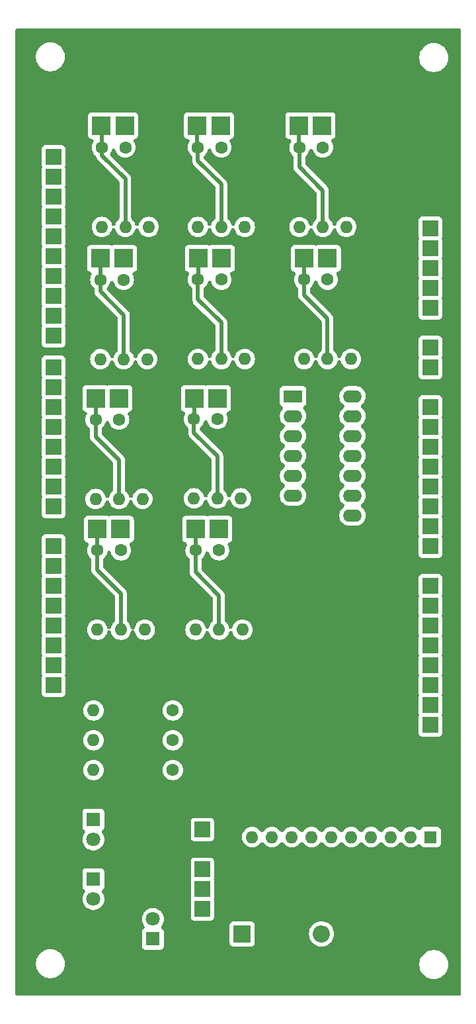
<source format=gbr>
G04 #@! TF.GenerationSoftware,KiCad,Pcbnew,8.0.0*
G04 #@! TF.CreationDate,2024-10-02T08:02:54-07:00*
G04 #@! TF.ProjectId,sumitomo_node_v3,73756d69-746f-46d6-9f5f-6e6f64655f76,rev?*
G04 #@! TF.SameCoordinates,Original*
G04 #@! TF.FileFunction,Copper,L2,Bot*
G04 #@! TF.FilePolarity,Positive*
%FSLAX46Y46*%
G04 Gerber Fmt 4.6, Leading zero omitted, Abs format (unit mm)*
G04 Created by KiCad (PCBNEW 8.0.0) date 2024-10-02 08:02:54*
%MOMM*%
%LPD*%
G01*
G04 APERTURE LIST*
G04 #@! TA.AperFunction,ComponentPad*
%ADD10C,1.600000*%
G04 #@! TD*
G04 #@! TA.AperFunction,ComponentPad*
%ADD11O,1.600000X1.600000*%
G04 #@! TD*
G04 #@! TA.AperFunction,ComponentPad*
%ADD12R,2.400000X2.400000*%
G04 #@! TD*
G04 #@! TA.AperFunction,ComponentPad*
%ADD13R,2.400000X1.600000*%
G04 #@! TD*
G04 #@! TA.AperFunction,ComponentPad*
%ADD14O,2.400000X1.600000*%
G04 #@! TD*
G04 #@! TA.AperFunction,ComponentPad*
%ADD15R,2.200000X2.200000*%
G04 #@! TD*
G04 #@! TA.AperFunction,ComponentPad*
%ADD16O,2.200000X2.200000*%
G04 #@! TD*
G04 #@! TA.AperFunction,ComponentPad*
%ADD17R,1.800000X1.800000*%
G04 #@! TD*
G04 #@! TA.AperFunction,ComponentPad*
%ADD18C,1.800000*%
G04 #@! TD*
G04 #@! TA.AperFunction,ComponentPad*
%ADD19R,2.000000X2.000000*%
G04 #@! TD*
G04 #@! TA.AperFunction,ComponentPad*
%ADD20R,1.600000X1.600000*%
G04 #@! TD*
G04 #@! TA.AperFunction,Conductor*
%ADD21C,0.500000*%
G04 #@! TD*
G04 #@! TA.AperFunction,Conductor*
%ADD22C,1.000000*%
G04 #@! TD*
G04 APERTURE END LIST*
D10*
X104100000Y-75700000D03*
D11*
X104100000Y-85860000D03*
D10*
X98100000Y-75700000D03*
D11*
X98100000Y-85860000D03*
D10*
X101100000Y-75700000D03*
D11*
X101100000Y-85860000D03*
D10*
X103500000Y-58800000D03*
D11*
X103500000Y-68960000D03*
D10*
X97500000Y-58820000D03*
D11*
X97500000Y-68980000D03*
D10*
X100500000Y-58800000D03*
D11*
X100500000Y-68960000D03*
D10*
X90200000Y-110320000D03*
D11*
X90200000Y-120480000D03*
D10*
X84200000Y-110320000D03*
D11*
X84200000Y-120480000D03*
D10*
X87200000Y-110320000D03*
D11*
X87200000Y-120480000D03*
D10*
X90000000Y-93520000D03*
D11*
X90000000Y-103680000D03*
D10*
X84000000Y-93520000D03*
D11*
X84000000Y-103680000D03*
D10*
X87000000Y-93520000D03*
D11*
X87000000Y-103680000D03*
D10*
X90500000Y-75700000D03*
D11*
X90500000Y-85860000D03*
D10*
X84500000Y-75700000D03*
D11*
X84500000Y-85860000D03*
D10*
X87500000Y-75700000D03*
D11*
X87500000Y-85860000D03*
D10*
X90500000Y-58800000D03*
D11*
X90500000Y-68960000D03*
D10*
X84500000Y-58800000D03*
D11*
X84500000Y-68960000D03*
D10*
X87500000Y-58780000D03*
D11*
X87500000Y-68940000D03*
D10*
X78200000Y-58800000D03*
D11*
X78200000Y-68960000D03*
D10*
X72200000Y-58800000D03*
D11*
X72200000Y-68960000D03*
D10*
X75200000Y-58800000D03*
D11*
X75200000Y-68960000D03*
D10*
X78000000Y-75720000D03*
D11*
X78000000Y-85880000D03*
D10*
X72000000Y-75720000D03*
D11*
X72000000Y-85880000D03*
D10*
X75000000Y-75720000D03*
D11*
X75000000Y-85880000D03*
D10*
X77400000Y-93580000D03*
D11*
X77400000Y-103740000D03*
D10*
X71400000Y-93600000D03*
D11*
X71400000Y-103760000D03*
D10*
X74400000Y-93600000D03*
D11*
X74400000Y-103760000D03*
D12*
X98100000Y-73000000D03*
X101100000Y-73000000D03*
X104100000Y-73000000D03*
X97400000Y-56000000D03*
X100400000Y-56000000D03*
X103400000Y-56000000D03*
X84200000Y-107620000D03*
X87200000Y-107620000D03*
X90200000Y-107620000D03*
X84025000Y-90900000D03*
X87025000Y-90900000D03*
X90025000Y-90900000D03*
X84525000Y-73000000D03*
X87525000Y-73000000D03*
X90525000Y-73000000D03*
X84425000Y-56000000D03*
X87425000Y-56000000D03*
X90425000Y-56000000D03*
X72125000Y-56000000D03*
X75125000Y-56000000D03*
X78125000Y-56000000D03*
X72000000Y-73000000D03*
X75000000Y-73000000D03*
X78000000Y-73000000D03*
X71400000Y-90900000D03*
X74400000Y-90900000D03*
X77400000Y-90900000D03*
D10*
X77700000Y-110320000D03*
D11*
X77700000Y-120480000D03*
D10*
X71600000Y-110320000D03*
D11*
X71600000Y-120480000D03*
D10*
X74637500Y-110320000D03*
D11*
X74637500Y-120480000D03*
D12*
X71600000Y-107620000D03*
X74600000Y-107620000D03*
X77600000Y-107620000D03*
D13*
X96680000Y-90620000D03*
D14*
X96680000Y-93160000D03*
X96680000Y-95700000D03*
X96680000Y-98240000D03*
X96680000Y-100780000D03*
X96680000Y-103320000D03*
X96680000Y-105860000D03*
X104300000Y-105860000D03*
X104300000Y-103320000D03*
X104300000Y-100780000D03*
X104300000Y-98240000D03*
X104300000Y-95700000D03*
X104300000Y-93160000D03*
X104300000Y-90620000D03*
D15*
X90170000Y-159385000D03*
D16*
X100330000Y-159385000D03*
D17*
X71120000Y-144780000D03*
D18*
X71120000Y-147320000D03*
D17*
X78740000Y-160030000D03*
D18*
X78740000Y-157490000D03*
D17*
X71120000Y-152400000D03*
D18*
X71120000Y-154940000D03*
D19*
X85090000Y-146050000D03*
X85090000Y-148590000D03*
X85090000Y-151130000D03*
X85090000Y-153670000D03*
X85090000Y-156210000D03*
D20*
X114300000Y-147000000D03*
D11*
X111760000Y-147000000D03*
X109220000Y-147000000D03*
X106680000Y-147000000D03*
X104140000Y-147000000D03*
X101600000Y-147000000D03*
X99060000Y-147000000D03*
X96520000Y-147000000D03*
X93980000Y-147000000D03*
X91440000Y-147000000D03*
X91440000Y-154620000D03*
X93980000Y-154620000D03*
X96520000Y-154620000D03*
X99060000Y-154620000D03*
X101600000Y-154620000D03*
X104140000Y-154620000D03*
X106680000Y-154620000D03*
X109220000Y-154620000D03*
X111760000Y-154620000D03*
X114300000Y-154620000D03*
D10*
X81280000Y-138430000D03*
D11*
X71120000Y-138430000D03*
D10*
X81280000Y-130810000D03*
D11*
X71120000Y-130810000D03*
D10*
X81280000Y-134620000D03*
D11*
X71120000Y-134620000D03*
D19*
X114260000Y-69144000D03*
X114260000Y-71684000D03*
X114260000Y-74224000D03*
X114260000Y-76764000D03*
X114260000Y-79304000D03*
X114260000Y-81844000D03*
X114260000Y-84384000D03*
X114260000Y-86924000D03*
X114260000Y-92004000D03*
X114260000Y-94544000D03*
X114260000Y-97084000D03*
X114260000Y-99624000D03*
X114260000Y-102164000D03*
X114260000Y-104704000D03*
X114260000Y-107244000D03*
X114260000Y-109784000D03*
X114260000Y-114864000D03*
X114260000Y-117404000D03*
X114260000Y-119944000D03*
X114260000Y-122484000D03*
X114260000Y-125024000D03*
X114260000Y-127564000D03*
X114260000Y-130104000D03*
X114260000Y-132644000D03*
X66000000Y-60000000D03*
X66000000Y-62540000D03*
X66000000Y-65080000D03*
X66000000Y-67620000D03*
X66000000Y-70160000D03*
X66000000Y-72700000D03*
X66000000Y-75240000D03*
X66000000Y-77780000D03*
X66000000Y-80320000D03*
X66000000Y-82860000D03*
X66000000Y-86924000D03*
X66000000Y-89464000D03*
X66000000Y-92004000D03*
X66000000Y-94544000D03*
X66000000Y-97084000D03*
X66000000Y-99624000D03*
X66000000Y-102164000D03*
X66000000Y-104704000D03*
X66000000Y-109784000D03*
X66000000Y-112324000D03*
X66000000Y-114864000D03*
X66000000Y-117404000D03*
X66000000Y-119944000D03*
X66000000Y-122484000D03*
X66000000Y-125024000D03*
X66000000Y-127564000D03*
D21*
X92825000Y-88100000D02*
X110100000Y-88100000D01*
X90025000Y-90900000D02*
X92825000Y-88100000D01*
D22*
X110300000Y-87900000D02*
X110300000Y-84100000D01*
D21*
X110100000Y-88100000D02*
X110300000Y-87900000D01*
D22*
X110300000Y-137900000D02*
X110300000Y-87900000D01*
D21*
X93300000Y-104300000D02*
X93300000Y-104520000D01*
X93400000Y-104000000D02*
X93500000Y-104100000D01*
X93500000Y-104100000D02*
X93300000Y-104300000D01*
X93400000Y-92200000D02*
X93400000Y-104000000D01*
X90025000Y-90900000D02*
X92100000Y-90900000D01*
X92100000Y-90900000D02*
X93400000Y-92200000D01*
X93300000Y-104520000D02*
X90200000Y-107620000D01*
X90200000Y-106400000D02*
X90200000Y-107620000D01*
X89700000Y-105500000D02*
X90400000Y-106200000D01*
X90400000Y-106200000D02*
X90200000Y-106400000D01*
X79720000Y-105500000D02*
X89700000Y-105500000D01*
X77600000Y-107620000D02*
X79720000Y-105500000D01*
X90025000Y-89825000D02*
X90025000Y-90900000D01*
X88500000Y-88300000D02*
X90025000Y-89825000D01*
X80000000Y-88300000D02*
X88500000Y-88300000D01*
X77400000Y-90900000D02*
X80000000Y-88300000D01*
X103300000Y-70900000D02*
X108950000Y-70900000D01*
X108950000Y-70900000D02*
X108950000Y-80550000D01*
X103200000Y-70800000D02*
X103300000Y-70900000D01*
X108950000Y-55850000D02*
X108950000Y-70900000D01*
X109000000Y-55800000D02*
X108950000Y-55850000D01*
X109000000Y-55400000D02*
X109000000Y-55800000D01*
X104100000Y-75700000D02*
X108950000Y-80550000D01*
X108950000Y-80550000D02*
X110244000Y-81844000D01*
X107100000Y-53500000D02*
X109000000Y-55400000D01*
X102100000Y-53500000D02*
X107100000Y-53500000D01*
X102100000Y-53500000D02*
X102400000Y-53500000D01*
X89600000Y-53500000D02*
X102100000Y-53500000D01*
X102400000Y-53500000D02*
X103400000Y-54500000D01*
X103400000Y-54500000D02*
X103400000Y-56000000D01*
X89600000Y-53500000D02*
X90425000Y-54325000D01*
X90425000Y-54325000D02*
X90425000Y-56000000D01*
X80600000Y-53500000D02*
X89600000Y-53500000D01*
X78125000Y-56000000D02*
X80600000Y-53525000D01*
X80600000Y-53525000D02*
X80600000Y-53500000D01*
X104100000Y-71700000D02*
X104100000Y-73000000D01*
X103200000Y-70800000D02*
X104100000Y-71700000D01*
X90100000Y-70800000D02*
X103200000Y-70800000D01*
X90525000Y-71375000D02*
X90525000Y-73000000D01*
X80200000Y-70800000D02*
X90100000Y-70800000D01*
X90100000Y-70800000D02*
X90600000Y-71300000D01*
X78000000Y-73000000D02*
X80200000Y-70800000D01*
X90600000Y-71300000D02*
X90525000Y-71375000D01*
X110244000Y-81844000D02*
X114260000Y-81844000D01*
X94920000Y-107620000D02*
X96680000Y-105860000D01*
X90200000Y-107620000D02*
X94920000Y-107620000D01*
X87200000Y-116120000D02*
X87200000Y-120480000D01*
X84200000Y-113120000D02*
X87200000Y-116120000D01*
X84200000Y-110320000D02*
X84200000Y-113120000D01*
X84200000Y-107620000D02*
X84200000Y-110320000D01*
X90000000Y-107200000D02*
X90000000Y-109900000D01*
X71600000Y-112820000D02*
X74637500Y-115857500D01*
X74637500Y-115857500D02*
X74637500Y-120480000D01*
X71600000Y-110320000D02*
X71600000Y-112820000D01*
X71600000Y-107620000D02*
X71600000Y-110320000D01*
X77600000Y-110220000D02*
X77700000Y-110320000D01*
X77600000Y-107620000D02*
X77600000Y-110220000D01*
X84000000Y-95300000D02*
X87000000Y-98300000D01*
X84000000Y-93520000D02*
X84000000Y-95300000D01*
X87000000Y-98300000D02*
X87000000Y-103680000D01*
X84025000Y-93495000D02*
X84000000Y-93520000D01*
X84025000Y-90900000D02*
X84025000Y-93495000D01*
X90025000Y-93495000D02*
X90000000Y-93520000D01*
X90025000Y-90900000D02*
X90025000Y-93495000D01*
X74400000Y-98800000D02*
X74400000Y-103760000D01*
X71400000Y-95800000D02*
X74400000Y-98800000D01*
X71400000Y-93600000D02*
X71400000Y-95800000D01*
X71400000Y-90900000D02*
X71400000Y-93600000D01*
X77400000Y-90900000D02*
X77400000Y-93580000D01*
X101100000Y-80700000D02*
X101100000Y-85860000D01*
X98100000Y-77700000D02*
X101100000Y-80700000D01*
X98100000Y-75700000D02*
X98100000Y-77700000D01*
X98100000Y-73000000D02*
X98100000Y-75700000D01*
X104100000Y-73000000D02*
X104100000Y-75700000D01*
X87500000Y-81200000D02*
X87500000Y-85860000D01*
X84500000Y-78200000D02*
X87500000Y-81200000D01*
X84500000Y-75700000D02*
X84500000Y-78200000D01*
X84525000Y-75675000D02*
X84500000Y-75700000D01*
X84525000Y-73000000D02*
X84525000Y-75675000D01*
X90525000Y-75675000D02*
X90500000Y-75700000D01*
X90525000Y-73000000D02*
X90525000Y-75675000D01*
X75000000Y-80200000D02*
X75000000Y-85880000D01*
X72000000Y-77200000D02*
X75000000Y-80200000D01*
X72000000Y-75720000D02*
X72000000Y-77200000D01*
X72000000Y-73000000D02*
X72000000Y-75720000D01*
X78000000Y-73000000D02*
X78000000Y-75720000D01*
X100500000Y-64300000D02*
X100500000Y-68960000D01*
X97500000Y-61300000D02*
X100500000Y-64300000D01*
X97500000Y-58820000D02*
X97500000Y-61300000D01*
X97400000Y-58720000D02*
X97500000Y-58820000D01*
X97400000Y-56000000D02*
X97400000Y-58720000D01*
X103400000Y-58700000D02*
X103500000Y-58800000D01*
X103400000Y-56000000D02*
X103400000Y-58700000D01*
X87500000Y-63500000D02*
X87500000Y-68940000D01*
X84500000Y-60500000D02*
X87500000Y-63500000D01*
X84500000Y-58800000D02*
X84500000Y-60500000D01*
X84425000Y-58725000D02*
X84500000Y-58800000D01*
X84425000Y-56000000D02*
X84425000Y-58725000D01*
X90425000Y-56000000D02*
X90425000Y-58725000D01*
X90425000Y-58725000D02*
X90500000Y-58800000D01*
X75200000Y-62800000D02*
X75200000Y-68960000D01*
X72200000Y-59800000D02*
X75200000Y-62800000D01*
X72200000Y-58800000D02*
X72200000Y-59800000D01*
X78200000Y-56075000D02*
X78125000Y-56000000D01*
X78200000Y-58800000D02*
X78200000Y-56075000D01*
X72200000Y-56075000D02*
X72125000Y-56000000D01*
X72200000Y-58800000D02*
X72200000Y-56075000D01*
D22*
X113356000Y-81844000D02*
X114260000Y-81844000D01*
X112000000Y-82400000D02*
X112800000Y-82400000D01*
X112800000Y-82400000D02*
X113356000Y-81844000D01*
X108000000Y-140200000D02*
X110300000Y-137900000D01*
X92200000Y-140200000D02*
X108000000Y-140200000D01*
X88700000Y-143700000D02*
X92200000Y-140200000D01*
X88700000Y-146980000D02*
X88700000Y-143700000D01*
X110300000Y-84100000D02*
X112000000Y-82400000D01*
X87090000Y-148590000D02*
X88700000Y-146980000D01*
X91440000Y-152940000D02*
X91440000Y-154620000D01*
X85090000Y-148590000D02*
X87090000Y-148590000D01*
X87090000Y-148590000D02*
X91440000Y-152940000D01*
G04 #@! TA.AperFunction,Conductor*
G36*
X118045788Y-43599454D02*
G01*
X118126570Y-43653430D01*
X118180546Y-43734212D01*
X118199500Y-43829500D01*
X118199500Y-167050500D01*
X118180546Y-167145788D01*
X118126570Y-167226570D01*
X118045788Y-167280546D01*
X117950500Y-167299500D01*
X61354500Y-167299500D01*
X61259212Y-167280546D01*
X61178430Y-167226570D01*
X61124454Y-167145788D01*
X61105500Y-167050500D01*
X61105500Y-163321287D01*
X63749500Y-163321287D01*
X63781162Y-163561790D01*
X63781163Y-163561795D01*
X63843940Y-163796082D01*
X63843948Y-163796105D01*
X63936770Y-164020201D01*
X63936778Y-164020217D01*
X64058058Y-164230279D01*
X64058064Y-164230289D01*
X64205729Y-164422731D01*
X64205738Y-164422741D01*
X64377258Y-164594261D01*
X64377268Y-164594270D01*
X64498491Y-164687287D01*
X64569711Y-164741936D01*
X64569720Y-164741941D01*
X64779782Y-164863221D01*
X64779798Y-164863229D01*
X64919858Y-164921242D01*
X65003900Y-164956054D01*
X65003911Y-164956057D01*
X65003917Y-164956059D01*
X65187021Y-165005121D01*
X65238211Y-165018838D01*
X65478712Y-165050500D01*
X65721288Y-165050500D01*
X65961789Y-165018838D01*
X66169323Y-164963229D01*
X66196082Y-164956059D01*
X66196084Y-164956058D01*
X66196100Y-164956054D01*
X66347766Y-164893231D01*
X66420201Y-164863229D01*
X66420206Y-164863226D01*
X66420212Y-164863224D01*
X66630289Y-164741936D01*
X66822738Y-164594265D01*
X66994265Y-164422738D01*
X67141936Y-164230289D01*
X67263224Y-164020212D01*
X67356054Y-163796100D01*
X67418838Y-163561789D01*
X67437335Y-163421287D01*
X112849500Y-163421287D01*
X112881162Y-163661790D01*
X112881163Y-163661795D01*
X112943940Y-163896082D01*
X112943948Y-163896105D01*
X113036770Y-164120201D01*
X113036778Y-164120217D01*
X113158058Y-164330279D01*
X113158064Y-164330289D01*
X113305729Y-164522731D01*
X113305738Y-164522741D01*
X113477258Y-164694261D01*
X113477268Y-164694270D01*
X113598491Y-164787287D01*
X113669711Y-164841936D01*
X113669720Y-164841941D01*
X113879782Y-164963221D01*
X113879798Y-164963229D01*
X114014050Y-165018837D01*
X114103900Y-165056054D01*
X114103911Y-165056057D01*
X114103917Y-165056059D01*
X114287021Y-165105121D01*
X114338211Y-165118838D01*
X114578712Y-165150500D01*
X114821288Y-165150500D01*
X115061789Y-165118838D01*
X115223275Y-165075567D01*
X115296082Y-165056059D01*
X115296084Y-165056058D01*
X115296100Y-165056054D01*
X115447766Y-164993231D01*
X115520201Y-164963229D01*
X115520206Y-164963226D01*
X115520212Y-164963224D01*
X115730289Y-164841936D01*
X115922738Y-164694265D01*
X116094265Y-164522738D01*
X116241936Y-164330289D01*
X116363224Y-164120212D01*
X116456054Y-163896100D01*
X116518838Y-163661789D01*
X116550500Y-163421288D01*
X116550500Y-163178712D01*
X116518838Y-162938211D01*
X116456054Y-162703900D01*
X116414630Y-162603894D01*
X116363229Y-162479798D01*
X116363221Y-162479782D01*
X116241941Y-162269720D01*
X116241935Y-162269710D01*
X116094270Y-162077268D01*
X116094261Y-162077258D01*
X115922741Y-161905738D01*
X115922731Y-161905729D01*
X115730289Y-161758064D01*
X115730279Y-161758058D01*
X115520217Y-161636778D01*
X115520201Y-161636770D01*
X115296105Y-161543948D01*
X115296103Y-161543947D01*
X115296100Y-161543946D01*
X115296096Y-161543945D01*
X115296082Y-161543940D01*
X115061795Y-161481163D01*
X115061790Y-161481162D01*
X114821288Y-161449500D01*
X114578712Y-161449500D01*
X114338209Y-161481162D01*
X114338204Y-161481163D01*
X114103917Y-161543940D01*
X114103894Y-161543948D01*
X113879798Y-161636770D01*
X113879782Y-161636778D01*
X113669720Y-161758058D01*
X113669710Y-161758064D01*
X113477268Y-161905729D01*
X113477258Y-161905738D01*
X113305738Y-162077258D01*
X113305729Y-162077268D01*
X113158064Y-162269710D01*
X113158058Y-162269720D01*
X113036778Y-162479782D01*
X113036770Y-162479798D01*
X112943948Y-162703894D01*
X112943940Y-162703917D01*
X112881163Y-162938204D01*
X112881162Y-162938209D01*
X112849500Y-163178712D01*
X112849500Y-163421287D01*
X67437335Y-163421287D01*
X67450500Y-163321288D01*
X67450500Y-163078712D01*
X67418838Y-162838211D01*
X67356054Y-162603900D01*
X67321242Y-162519858D01*
X67263229Y-162379798D01*
X67263221Y-162379782D01*
X67141941Y-162169720D01*
X67141935Y-162169710D01*
X66994270Y-161977268D01*
X66994261Y-161977258D01*
X66822741Y-161805738D01*
X66822731Y-161805729D01*
X66630289Y-161658064D01*
X66630279Y-161658058D01*
X66420217Y-161536778D01*
X66420201Y-161536770D01*
X66196105Y-161443948D01*
X66196103Y-161443947D01*
X66196100Y-161443946D01*
X66196096Y-161443945D01*
X66196082Y-161443940D01*
X65961795Y-161381163D01*
X65961790Y-161381162D01*
X65721288Y-161349500D01*
X65478712Y-161349500D01*
X65238209Y-161381162D01*
X65238204Y-161381163D01*
X65003917Y-161443940D01*
X65003894Y-161443948D01*
X64779798Y-161536770D01*
X64779782Y-161536778D01*
X64569720Y-161658058D01*
X64569710Y-161658064D01*
X64377268Y-161805729D01*
X64377258Y-161805738D01*
X64205738Y-161977258D01*
X64205729Y-161977268D01*
X64058064Y-162169710D01*
X64058058Y-162169720D01*
X63936778Y-162379782D01*
X63936770Y-162379798D01*
X63843948Y-162603894D01*
X63843940Y-162603917D01*
X63781163Y-162838204D01*
X63781162Y-162838209D01*
X63749500Y-163078712D01*
X63749500Y-163321287D01*
X61105500Y-163321287D01*
X61105500Y-157490000D01*
X77334700Y-157490000D01*
X77353866Y-157721308D01*
X77353868Y-157721315D01*
X77406071Y-157927455D01*
X77410843Y-157946300D01*
X77414455Y-157954534D01*
X77504074Y-158158846D01*
X77636654Y-158361776D01*
X77634511Y-158363175D01*
X77670262Y-158434429D01*
X77677285Y-158531330D01*
X77646691Y-158623542D01*
X77583137Y-158697027D01*
X77579419Y-158699865D01*
X77482459Y-158772449D01*
X77482453Y-158772455D01*
X77396204Y-158887669D01*
X77345908Y-159022518D01*
X77339500Y-159082123D01*
X77339500Y-160977865D01*
X77339500Y-160977868D01*
X77339501Y-160977872D01*
X77339632Y-160979090D01*
X77345908Y-161037480D01*
X77345909Y-161037483D01*
X77396204Y-161172331D01*
X77482454Y-161287546D01*
X77597669Y-161373796D01*
X77732517Y-161424091D01*
X77792127Y-161430500D01*
X79687872Y-161430499D01*
X79747483Y-161424091D01*
X79882331Y-161373796D01*
X79997546Y-161287546D01*
X80083796Y-161172331D01*
X80134091Y-161037483D01*
X80140500Y-160977873D01*
X80140500Y-160532868D01*
X88569500Y-160532868D01*
X88569501Y-160532872D01*
X88571567Y-160552093D01*
X88575908Y-160592480D01*
X88575909Y-160592484D01*
X88609983Y-160683841D01*
X88626204Y-160727331D01*
X88712454Y-160842546D01*
X88827669Y-160928796D01*
X88962517Y-160979091D01*
X89022127Y-160985500D01*
X91317872Y-160985499D01*
X91377483Y-160979091D01*
X91512331Y-160928796D01*
X91627546Y-160842546D01*
X91713796Y-160727331D01*
X91764091Y-160592483D01*
X91770500Y-160532873D01*
X91770500Y-159385005D01*
X98724551Y-159385005D01*
X98744316Y-159636145D01*
X98803126Y-159881108D01*
X98803129Y-159881116D01*
X98899533Y-160113858D01*
X98899537Y-160113864D01*
X99031158Y-160328652D01*
X99031160Y-160328654D01*
X99031163Y-160328657D01*
X99031164Y-160328659D01*
X99194776Y-160520224D01*
X99279382Y-160592484D01*
X99386345Y-160683839D01*
X99386347Y-160683841D01*
X99558971Y-160789624D01*
X99601141Y-160815466D01*
X99833889Y-160911873D01*
X100078852Y-160970683D01*
X100150608Y-160976330D01*
X100329995Y-160990449D01*
X100330000Y-160990449D01*
X100330005Y-160990449D01*
X100489893Y-160977865D01*
X100581148Y-160970683D01*
X100826111Y-160911873D01*
X101058859Y-160815466D01*
X101202682Y-160727331D01*
X101273652Y-160683841D01*
X101273654Y-160683839D01*
X101273653Y-160683839D01*
X101273659Y-160683836D01*
X101465224Y-160520224D01*
X101628836Y-160328659D01*
X101628839Y-160328653D01*
X101628841Y-160328652D01*
X101685633Y-160235974D01*
X101760466Y-160113859D01*
X101856873Y-159881111D01*
X101915683Y-159636148D01*
X101935449Y-159385000D01*
X101915683Y-159133852D01*
X101856873Y-158888889D01*
X101760466Y-158656141D01*
X101734624Y-158613971D01*
X101628841Y-158441347D01*
X101628839Y-158441345D01*
X101628836Y-158441341D01*
X101465224Y-158249776D01*
X101273659Y-158086164D01*
X101273657Y-158086163D01*
X101273654Y-158086160D01*
X101273652Y-158086158D01*
X101058864Y-157954537D01*
X101058858Y-157954533D01*
X100826116Y-157858129D01*
X100826108Y-157858126D01*
X100581145Y-157799316D01*
X100330005Y-157779551D01*
X100329995Y-157779551D01*
X100078854Y-157799316D01*
X99833891Y-157858126D01*
X99833883Y-157858129D01*
X99601141Y-157954533D01*
X99601135Y-157954537D01*
X99386347Y-158086158D01*
X99386345Y-158086160D01*
X99194779Y-158249773D01*
X99194773Y-158249779D01*
X99031160Y-158441345D01*
X99031158Y-158441347D01*
X98899537Y-158656135D01*
X98899533Y-158656141D01*
X98803129Y-158888883D01*
X98803126Y-158888891D01*
X98744316Y-159133854D01*
X98724551Y-159384994D01*
X98724551Y-159385005D01*
X91770500Y-159385005D01*
X91770499Y-158237128D01*
X91764091Y-158177517D01*
X91713796Y-158042669D01*
X91627546Y-157927454D01*
X91512331Y-157841204D01*
X91400026Y-157799317D01*
X91377481Y-157790908D01*
X91317873Y-157784500D01*
X89022134Y-157784500D01*
X89022130Y-157784500D01*
X89022128Y-157784501D01*
X89009314Y-157785878D01*
X88962519Y-157790908D01*
X88962515Y-157790909D01*
X88827670Y-157841203D01*
X88712455Y-157927453D01*
X88712453Y-157927455D01*
X88626204Y-158042669D01*
X88575908Y-158177518D01*
X88569500Y-158237123D01*
X88569500Y-160532865D01*
X88569500Y-160532868D01*
X80140500Y-160532868D01*
X80140499Y-159082128D01*
X80134091Y-159022517D01*
X80083796Y-158887669D01*
X79997546Y-158772454D01*
X79997539Y-158772449D01*
X79900581Y-158699866D01*
X79835658Y-158627588D01*
X79803336Y-158535967D01*
X79808537Y-158438951D01*
X79844957Y-158362828D01*
X79843346Y-158361776D01*
X79898360Y-158277568D01*
X79975924Y-158158849D01*
X80069157Y-157946300D01*
X80126134Y-157721305D01*
X80145300Y-157490000D01*
X80126134Y-157258695D01*
X80125925Y-157257868D01*
X83589500Y-157257868D01*
X83589501Y-157257872D01*
X83591567Y-157277093D01*
X83595908Y-157317480D01*
X83595909Y-157317483D01*
X83646204Y-157452331D01*
X83732454Y-157567546D01*
X83847669Y-157653796D01*
X83982517Y-157704091D01*
X84042127Y-157710500D01*
X86137872Y-157710499D01*
X86197483Y-157704091D01*
X86332331Y-157653796D01*
X86447546Y-157567546D01*
X86533796Y-157452331D01*
X86584091Y-157317483D01*
X86590500Y-157257873D01*
X86590499Y-155162128D01*
X86584091Y-155102517D01*
X86555929Y-155027011D01*
X86540390Y-154931112D01*
X86555931Y-154852983D01*
X86584091Y-154777483D01*
X86584091Y-154777480D01*
X86590500Y-154717873D01*
X86590499Y-152622128D01*
X86584091Y-152562517D01*
X86555929Y-152487011D01*
X86540390Y-152391112D01*
X86555931Y-152312983D01*
X86584091Y-152237483D01*
X86584091Y-152237480D01*
X86590500Y-152177873D01*
X86590499Y-150082128D01*
X86584091Y-150022517D01*
X86533796Y-149887669D01*
X86447546Y-149772454D01*
X86332331Y-149686204D01*
X86252117Y-149656286D01*
X86197481Y-149635908D01*
X86137873Y-149629500D01*
X84042134Y-149629500D01*
X84042130Y-149629500D01*
X84042128Y-149629501D01*
X84029314Y-149630878D01*
X83982519Y-149635908D01*
X83982515Y-149635909D01*
X83847670Y-149686203D01*
X83732455Y-149772453D01*
X83732453Y-149772455D01*
X83646204Y-149887669D01*
X83595908Y-150022518D01*
X83589500Y-150082123D01*
X83589500Y-152177865D01*
X83589500Y-152177868D01*
X83589501Y-152177872D01*
X83591567Y-152197093D01*
X83595908Y-152237480D01*
X83595909Y-152237485D01*
X83624069Y-152312984D01*
X83639609Y-152408888D01*
X83624069Y-152487013D01*
X83595909Y-152562514D01*
X83589500Y-152622123D01*
X83589500Y-154717865D01*
X83589500Y-154717868D01*
X83589501Y-154717872D01*
X83591567Y-154737093D01*
X83595908Y-154777480D01*
X83595909Y-154777485D01*
X83624069Y-154852984D01*
X83639609Y-154948888D01*
X83624069Y-155027013D01*
X83595909Y-155102514D01*
X83589500Y-155162123D01*
X83589500Y-157257865D01*
X83589500Y-157257868D01*
X80125925Y-157257868D01*
X80069157Y-157033700D01*
X79975924Y-156821151D01*
X79848979Y-156626847D01*
X79848977Y-156626844D01*
X79691785Y-156456088D01*
X79691779Y-156456083D01*
X79508628Y-156313531D01*
X79304512Y-156203068D01*
X79304507Y-156203066D01*
X79304503Y-156203064D01*
X79084981Y-156127702D01*
X79084978Y-156127701D01*
X79084974Y-156127700D01*
X78856049Y-156089500D01*
X78623951Y-156089500D01*
X78395025Y-156127700D01*
X78395019Y-156127701D01*
X78395019Y-156127702D01*
X78175497Y-156203064D01*
X78175494Y-156203065D01*
X78175487Y-156203068D01*
X77971371Y-156313531D01*
X77788220Y-156456083D01*
X77788214Y-156456088D01*
X77631022Y-156626844D01*
X77631019Y-156626848D01*
X77504074Y-156821153D01*
X77410842Y-157033702D01*
X77410841Y-157033706D01*
X77353868Y-157258684D01*
X77353866Y-157258691D01*
X77334700Y-157490000D01*
X61105500Y-157490000D01*
X61105500Y-154940000D01*
X69714700Y-154940000D01*
X69733866Y-155171308D01*
X69733868Y-155171315D01*
X69790841Y-155396293D01*
X69790842Y-155396297D01*
X69884074Y-155608846D01*
X70011019Y-155803151D01*
X70011022Y-155803155D01*
X70168214Y-155973911D01*
X70168220Y-155973916D01*
X70316722Y-156089500D01*
X70351374Y-156116470D01*
X70372129Y-156127702D01*
X70555487Y-156226931D01*
X70555489Y-156226931D01*
X70555497Y-156226936D01*
X70775019Y-156302298D01*
X71003951Y-156340500D01*
X71236049Y-156340500D01*
X71464981Y-156302298D01*
X71684503Y-156226936D01*
X71888626Y-156116470D01*
X72071784Y-155973913D01*
X72228979Y-155803153D01*
X72355924Y-155608849D01*
X72449157Y-155396300D01*
X72506134Y-155171305D01*
X72525300Y-154940000D01*
X72506134Y-154708695D01*
X72449157Y-154483700D01*
X72355924Y-154271151D01*
X72314756Y-154208138D01*
X72223346Y-154068224D01*
X72225489Y-154066823D01*
X72189740Y-153995583D01*
X72182712Y-153898682D01*
X72213302Y-153806468D01*
X72276851Y-153732980D01*
X72280494Y-153730199D01*
X72377546Y-153657546D01*
X72463796Y-153542331D01*
X72514091Y-153407483D01*
X72520500Y-153347873D01*
X72520499Y-151452128D01*
X72514091Y-151392517D01*
X72463796Y-151257669D01*
X72377546Y-151142454D01*
X72262331Y-151056204D01*
X72182117Y-151026286D01*
X72127481Y-151005908D01*
X72067873Y-150999500D01*
X70172134Y-150999500D01*
X70172130Y-150999500D01*
X70172128Y-150999501D01*
X70159314Y-151000878D01*
X70112519Y-151005908D01*
X70112515Y-151005909D01*
X69977670Y-151056203D01*
X69862455Y-151142453D01*
X69862453Y-151142455D01*
X69776204Y-151257669D01*
X69725908Y-151392518D01*
X69719500Y-151452123D01*
X69719500Y-153347865D01*
X69719500Y-153347868D01*
X69719501Y-153347872D01*
X69721567Y-153367093D01*
X69725908Y-153407480D01*
X69725909Y-153407483D01*
X69776204Y-153542331D01*
X69862454Y-153657546D01*
X69959416Y-153730132D01*
X69959418Y-153730133D01*
X70024341Y-153802411D01*
X70056663Y-153894032D01*
X70051462Y-153991047D01*
X70015041Y-154067170D01*
X70016654Y-154068224D01*
X69884074Y-154271153D01*
X69790842Y-154483702D01*
X69790841Y-154483706D01*
X69733868Y-154708684D01*
X69733866Y-154708691D01*
X69714700Y-154940000D01*
X61105500Y-154940000D01*
X61105500Y-147320000D01*
X69714700Y-147320000D01*
X69733866Y-147551308D01*
X69733868Y-147551315D01*
X69790841Y-147776293D01*
X69790842Y-147776297D01*
X69884074Y-147988846D01*
X70011019Y-148183151D01*
X70011022Y-148183155D01*
X70113145Y-148294090D01*
X70168216Y-148353913D01*
X70351374Y-148496470D01*
X70448863Y-148549228D01*
X70555487Y-148606931D01*
X70555489Y-148606931D01*
X70555497Y-148606936D01*
X70775019Y-148682298D01*
X71003951Y-148720500D01*
X71236049Y-148720500D01*
X71464981Y-148682298D01*
X71684503Y-148606936D01*
X71888626Y-148496470D01*
X72071784Y-148353913D01*
X72228979Y-148183153D01*
X72355924Y-147988849D01*
X72449157Y-147776300D01*
X72506134Y-147551305D01*
X72525300Y-147320000D01*
X72506894Y-147097868D01*
X83589500Y-147097868D01*
X83589501Y-147097872D01*
X83591567Y-147117093D01*
X83595908Y-147157480D01*
X83595909Y-147157483D01*
X83646204Y-147292331D01*
X83732454Y-147407546D01*
X83847669Y-147493796D01*
X83982517Y-147544091D01*
X84042127Y-147550500D01*
X86137872Y-147550499D01*
X86197483Y-147544091D01*
X86332331Y-147493796D01*
X86447546Y-147407546D01*
X86533796Y-147292331D01*
X86584091Y-147157483D01*
X86590500Y-147097873D01*
X86590500Y-147000005D01*
X90134532Y-147000005D01*
X90154363Y-147226679D01*
X90154365Y-147226694D01*
X90213261Y-147446496D01*
X90213262Y-147446499D01*
X90309428Y-147652727D01*
X90309436Y-147652741D01*
X90439949Y-147839134D01*
X90439953Y-147839139D01*
X90600861Y-148000047D01*
X90600864Y-148000049D01*
X90600865Y-148000050D01*
X90787258Y-148130563D01*
X90787262Y-148130565D01*
X90787266Y-148130568D01*
X90993504Y-148226739D01*
X91213308Y-148285635D01*
X91232984Y-148287356D01*
X91439994Y-148305468D01*
X91440000Y-148305468D01*
X91440006Y-148305468D01*
X91619668Y-148289749D01*
X91666692Y-148285635D01*
X91886496Y-148226739D01*
X92092734Y-148130568D01*
X92279139Y-148000047D01*
X92440047Y-147839139D01*
X92506031Y-147744902D01*
X92576211Y-147677719D01*
X92666760Y-147642506D01*
X92763892Y-147644625D01*
X92852819Y-147683753D01*
X92913968Y-147744902D01*
X92979953Y-147839139D01*
X93140861Y-148000047D01*
X93140864Y-148000049D01*
X93140865Y-148000050D01*
X93327258Y-148130563D01*
X93327262Y-148130565D01*
X93327266Y-148130568D01*
X93533504Y-148226739D01*
X93753308Y-148285635D01*
X93772984Y-148287356D01*
X93979994Y-148305468D01*
X93980000Y-148305468D01*
X93980006Y-148305468D01*
X94159668Y-148289749D01*
X94206692Y-148285635D01*
X94426496Y-148226739D01*
X94632734Y-148130568D01*
X94819139Y-148000047D01*
X94980047Y-147839139D01*
X95046031Y-147744902D01*
X95116211Y-147677719D01*
X95206760Y-147642506D01*
X95303892Y-147644625D01*
X95392819Y-147683753D01*
X95453968Y-147744902D01*
X95519953Y-147839139D01*
X95680861Y-148000047D01*
X95680864Y-148000049D01*
X95680865Y-148000050D01*
X95867258Y-148130563D01*
X95867262Y-148130565D01*
X95867266Y-148130568D01*
X96073504Y-148226739D01*
X96293308Y-148285635D01*
X96312984Y-148287356D01*
X96519994Y-148305468D01*
X96520000Y-148305468D01*
X96520006Y-148305468D01*
X96699668Y-148289749D01*
X96746692Y-148285635D01*
X96966496Y-148226739D01*
X97172734Y-148130568D01*
X97359139Y-148000047D01*
X97520047Y-147839139D01*
X97586031Y-147744902D01*
X97656211Y-147677719D01*
X97746760Y-147642506D01*
X97843892Y-147644625D01*
X97932819Y-147683753D01*
X97993968Y-147744902D01*
X98059953Y-147839139D01*
X98220861Y-148000047D01*
X98220864Y-148000049D01*
X98220865Y-148000050D01*
X98407258Y-148130563D01*
X98407262Y-148130565D01*
X98407266Y-148130568D01*
X98613504Y-148226739D01*
X98833308Y-148285635D01*
X98852984Y-148287356D01*
X99059994Y-148305468D01*
X99060000Y-148305468D01*
X99060006Y-148305468D01*
X99239668Y-148289749D01*
X99286692Y-148285635D01*
X99506496Y-148226739D01*
X99712734Y-148130568D01*
X99899139Y-148000047D01*
X100060047Y-147839139D01*
X100126031Y-147744902D01*
X100196211Y-147677719D01*
X100286760Y-147642506D01*
X100383892Y-147644625D01*
X100472819Y-147683753D01*
X100533968Y-147744902D01*
X100599953Y-147839139D01*
X100760861Y-148000047D01*
X100760864Y-148000049D01*
X100760865Y-148000050D01*
X100947258Y-148130563D01*
X100947262Y-148130565D01*
X100947266Y-148130568D01*
X101153504Y-148226739D01*
X101373308Y-148285635D01*
X101392984Y-148287356D01*
X101599994Y-148305468D01*
X101600000Y-148305468D01*
X101600006Y-148305468D01*
X101779668Y-148289749D01*
X101826692Y-148285635D01*
X102046496Y-148226739D01*
X102252734Y-148130568D01*
X102439139Y-148000047D01*
X102600047Y-147839139D01*
X102666031Y-147744902D01*
X102736211Y-147677719D01*
X102826760Y-147642506D01*
X102923892Y-147644625D01*
X103012819Y-147683753D01*
X103073968Y-147744902D01*
X103139953Y-147839139D01*
X103300861Y-148000047D01*
X103300864Y-148000049D01*
X103300865Y-148000050D01*
X103487258Y-148130563D01*
X103487262Y-148130565D01*
X103487266Y-148130568D01*
X103693504Y-148226739D01*
X103913308Y-148285635D01*
X103932984Y-148287356D01*
X104139994Y-148305468D01*
X104140000Y-148305468D01*
X104140006Y-148305468D01*
X104319668Y-148289749D01*
X104366692Y-148285635D01*
X104586496Y-148226739D01*
X104792734Y-148130568D01*
X104979139Y-148000047D01*
X105140047Y-147839139D01*
X105206031Y-147744902D01*
X105276211Y-147677719D01*
X105366760Y-147642506D01*
X105463892Y-147644625D01*
X105552819Y-147683753D01*
X105613968Y-147744902D01*
X105679953Y-147839139D01*
X105840861Y-148000047D01*
X105840864Y-148000049D01*
X105840865Y-148000050D01*
X106027258Y-148130563D01*
X106027262Y-148130565D01*
X106027266Y-148130568D01*
X106233504Y-148226739D01*
X106453308Y-148285635D01*
X106472984Y-148287356D01*
X106679994Y-148305468D01*
X106680000Y-148305468D01*
X106680006Y-148305468D01*
X106859668Y-148289749D01*
X106906692Y-148285635D01*
X107126496Y-148226739D01*
X107332734Y-148130568D01*
X107519139Y-148000047D01*
X107680047Y-147839139D01*
X107746031Y-147744902D01*
X107816211Y-147677719D01*
X107906760Y-147642506D01*
X108003892Y-147644625D01*
X108092819Y-147683753D01*
X108153968Y-147744902D01*
X108219953Y-147839139D01*
X108380861Y-148000047D01*
X108380864Y-148000049D01*
X108380865Y-148000050D01*
X108567258Y-148130563D01*
X108567262Y-148130565D01*
X108567266Y-148130568D01*
X108773504Y-148226739D01*
X108993308Y-148285635D01*
X109012984Y-148287356D01*
X109219994Y-148305468D01*
X109220000Y-148305468D01*
X109220006Y-148305468D01*
X109399668Y-148289749D01*
X109446692Y-148285635D01*
X109666496Y-148226739D01*
X109872734Y-148130568D01*
X110059139Y-148000047D01*
X110220047Y-147839139D01*
X110286031Y-147744902D01*
X110356211Y-147677719D01*
X110446760Y-147642506D01*
X110543892Y-147644625D01*
X110632819Y-147683753D01*
X110693968Y-147744902D01*
X110759953Y-147839139D01*
X110920861Y-148000047D01*
X110920864Y-148000049D01*
X110920865Y-148000050D01*
X111107258Y-148130563D01*
X111107262Y-148130565D01*
X111107266Y-148130568D01*
X111313504Y-148226739D01*
X111533308Y-148285635D01*
X111552984Y-148287356D01*
X111759994Y-148305468D01*
X111760000Y-148305468D01*
X111760006Y-148305468D01*
X111939668Y-148289749D01*
X111986692Y-148285635D01*
X112206496Y-148226739D01*
X112412734Y-148130568D01*
X112599139Y-148000047D01*
X112646584Y-147952601D01*
X112727362Y-147898627D01*
X112822650Y-147879672D01*
X112917938Y-147898625D01*
X112998720Y-147952601D01*
X113052697Y-148033382D01*
X113055941Y-148041627D01*
X113056204Y-148042331D01*
X113142454Y-148157546D01*
X113257669Y-148243796D01*
X113392517Y-148294091D01*
X113452127Y-148300500D01*
X115147872Y-148300499D01*
X115207483Y-148294091D01*
X115342331Y-148243796D01*
X115457546Y-148157546D01*
X115543796Y-148042331D01*
X115594091Y-147907483D01*
X115600500Y-147847873D01*
X115600499Y-146152128D01*
X115594091Y-146092517D01*
X115543796Y-145957669D01*
X115457546Y-145842454D01*
X115342331Y-145756204D01*
X115230155Y-145714365D01*
X115207481Y-145705908D01*
X115147873Y-145699500D01*
X113452134Y-145699500D01*
X113452130Y-145699500D01*
X113452128Y-145699501D01*
X113439314Y-145700878D01*
X113392519Y-145705908D01*
X113392515Y-145705909D01*
X113257670Y-145756203D01*
X113142455Y-145842453D01*
X113142453Y-145842455D01*
X113056202Y-145957671D01*
X113055952Y-145958344D01*
X113054946Y-145959971D01*
X113047670Y-145973298D01*
X113046955Y-145972907D01*
X113004893Y-146041001D01*
X112926090Y-146097826D01*
X112831539Y-146120168D01*
X112735635Y-146104627D01*
X112652978Y-146053568D01*
X112646610Y-146047424D01*
X112599139Y-145999953D01*
X112599135Y-145999950D01*
X112599134Y-145999949D01*
X112412741Y-145869436D01*
X112412727Y-145869428D01*
X112206499Y-145773262D01*
X112206496Y-145773261D01*
X111986694Y-145714365D01*
X111986679Y-145714363D01*
X111760006Y-145694532D01*
X111759994Y-145694532D01*
X111533320Y-145714363D01*
X111533305Y-145714365D01*
X111313503Y-145773261D01*
X111313500Y-145773262D01*
X111107272Y-145869428D01*
X111107258Y-145869436D01*
X110920865Y-145999949D01*
X110759949Y-146160865D01*
X110693969Y-146255096D01*
X110623788Y-146322280D01*
X110533239Y-146357493D01*
X110436107Y-146355374D01*
X110347180Y-146316245D01*
X110286031Y-146255096D01*
X110220050Y-146160865D01*
X110220049Y-146160864D01*
X110220047Y-146160861D01*
X110059139Y-145999953D01*
X110059135Y-145999950D01*
X110059134Y-145999949D01*
X109872741Y-145869436D01*
X109872727Y-145869428D01*
X109666499Y-145773262D01*
X109666496Y-145773261D01*
X109446694Y-145714365D01*
X109446679Y-145714363D01*
X109220006Y-145694532D01*
X109219994Y-145694532D01*
X108993320Y-145714363D01*
X108993305Y-145714365D01*
X108773503Y-145773261D01*
X108773500Y-145773262D01*
X108567272Y-145869428D01*
X108567258Y-145869436D01*
X108380865Y-145999949D01*
X108219949Y-146160865D01*
X108153969Y-146255096D01*
X108083788Y-146322280D01*
X107993239Y-146357493D01*
X107896107Y-146355374D01*
X107807180Y-146316245D01*
X107746031Y-146255096D01*
X107680050Y-146160865D01*
X107680049Y-146160864D01*
X107680047Y-146160861D01*
X107519139Y-145999953D01*
X107519135Y-145999950D01*
X107519134Y-145999949D01*
X107332741Y-145869436D01*
X107332727Y-145869428D01*
X107126499Y-145773262D01*
X107126496Y-145773261D01*
X106906694Y-145714365D01*
X106906679Y-145714363D01*
X106680006Y-145694532D01*
X106679994Y-145694532D01*
X106453320Y-145714363D01*
X106453305Y-145714365D01*
X106233503Y-145773261D01*
X106233500Y-145773262D01*
X106027272Y-145869428D01*
X106027258Y-145869436D01*
X105840865Y-145999949D01*
X105679949Y-146160865D01*
X105613969Y-146255096D01*
X105543788Y-146322280D01*
X105453239Y-146357493D01*
X105356107Y-146355374D01*
X105267180Y-146316245D01*
X105206031Y-146255096D01*
X105140050Y-146160865D01*
X105140049Y-146160864D01*
X105140047Y-146160861D01*
X104979139Y-145999953D01*
X104979135Y-145999950D01*
X104979134Y-145999949D01*
X104792741Y-145869436D01*
X104792727Y-145869428D01*
X104586499Y-145773262D01*
X104586496Y-145773261D01*
X104366694Y-145714365D01*
X104366679Y-145714363D01*
X104140006Y-145694532D01*
X104139994Y-145694532D01*
X103913320Y-145714363D01*
X103913305Y-145714365D01*
X103693503Y-145773261D01*
X103693500Y-145773262D01*
X103487272Y-145869428D01*
X103487258Y-145869436D01*
X103300865Y-145999949D01*
X103139949Y-146160865D01*
X103073969Y-146255096D01*
X103003788Y-146322280D01*
X102913239Y-146357493D01*
X102816107Y-146355374D01*
X102727180Y-146316245D01*
X102666031Y-146255096D01*
X102600050Y-146160865D01*
X102600049Y-146160864D01*
X102600047Y-146160861D01*
X102439139Y-145999953D01*
X102439135Y-145999950D01*
X102439134Y-145999949D01*
X102252741Y-145869436D01*
X102252727Y-145869428D01*
X102046499Y-145773262D01*
X102046496Y-145773261D01*
X101826694Y-145714365D01*
X101826679Y-145714363D01*
X101600006Y-145694532D01*
X101599994Y-145694532D01*
X101373320Y-145714363D01*
X101373305Y-145714365D01*
X101153503Y-145773261D01*
X101153500Y-145773262D01*
X100947272Y-145869428D01*
X100947258Y-145869436D01*
X100760865Y-145999949D01*
X100599949Y-146160865D01*
X100533969Y-146255096D01*
X100463788Y-146322280D01*
X100373239Y-146357493D01*
X100276107Y-146355374D01*
X100187180Y-146316245D01*
X100126031Y-146255096D01*
X100060050Y-146160865D01*
X100060049Y-146160864D01*
X100060047Y-146160861D01*
X99899139Y-145999953D01*
X99899135Y-145999950D01*
X99899134Y-145999949D01*
X99712741Y-145869436D01*
X99712727Y-145869428D01*
X99506499Y-145773262D01*
X99506496Y-145773261D01*
X99286694Y-145714365D01*
X99286679Y-145714363D01*
X99060006Y-145694532D01*
X99059994Y-145694532D01*
X98833320Y-145714363D01*
X98833305Y-145714365D01*
X98613503Y-145773261D01*
X98613500Y-145773262D01*
X98407272Y-145869428D01*
X98407258Y-145869436D01*
X98220865Y-145999949D01*
X98059949Y-146160865D01*
X97993969Y-146255096D01*
X97923788Y-146322280D01*
X97833239Y-146357493D01*
X97736107Y-146355374D01*
X97647180Y-146316245D01*
X97586031Y-146255096D01*
X97520050Y-146160865D01*
X97520049Y-146160864D01*
X97520047Y-146160861D01*
X97359139Y-145999953D01*
X97359135Y-145999950D01*
X97359134Y-145999949D01*
X97172741Y-145869436D01*
X97172727Y-145869428D01*
X96966499Y-145773262D01*
X96966496Y-145773261D01*
X96746694Y-145714365D01*
X96746679Y-145714363D01*
X96520006Y-145694532D01*
X96519994Y-145694532D01*
X96293320Y-145714363D01*
X96293305Y-145714365D01*
X96073503Y-145773261D01*
X96073500Y-145773262D01*
X95867272Y-145869428D01*
X95867258Y-145869436D01*
X95680865Y-145999949D01*
X95519949Y-146160865D01*
X95453969Y-146255096D01*
X95383788Y-146322280D01*
X95293239Y-146357493D01*
X95196107Y-146355374D01*
X95107180Y-146316245D01*
X95046031Y-146255096D01*
X94980050Y-146160865D01*
X94980049Y-146160864D01*
X94980047Y-146160861D01*
X94819139Y-145999953D01*
X94819135Y-145999950D01*
X94819134Y-145999949D01*
X94632741Y-145869436D01*
X94632727Y-145869428D01*
X94426499Y-145773262D01*
X94426496Y-145773261D01*
X94206694Y-145714365D01*
X94206679Y-145714363D01*
X93980006Y-145694532D01*
X93979994Y-145694532D01*
X93753320Y-145714363D01*
X93753305Y-145714365D01*
X93533503Y-145773261D01*
X93533500Y-145773262D01*
X93327272Y-145869428D01*
X93327258Y-145869436D01*
X93140865Y-145999949D01*
X92979949Y-146160865D01*
X92913969Y-146255096D01*
X92843788Y-146322280D01*
X92753239Y-146357493D01*
X92656107Y-146355374D01*
X92567180Y-146316245D01*
X92506031Y-146255096D01*
X92440050Y-146160865D01*
X92440049Y-146160864D01*
X92440047Y-146160861D01*
X92279139Y-145999953D01*
X92279135Y-145999950D01*
X92279134Y-145999949D01*
X92092741Y-145869436D01*
X92092727Y-145869428D01*
X91886499Y-145773262D01*
X91886496Y-145773261D01*
X91666694Y-145714365D01*
X91666679Y-145714363D01*
X91440006Y-145694532D01*
X91439994Y-145694532D01*
X91213320Y-145714363D01*
X91213305Y-145714365D01*
X90993503Y-145773261D01*
X90993500Y-145773262D01*
X90787272Y-145869428D01*
X90787258Y-145869436D01*
X90600865Y-145999949D01*
X90439949Y-146160865D01*
X90309436Y-146347258D01*
X90309428Y-146347272D01*
X90213262Y-146553500D01*
X90213261Y-146553503D01*
X90154365Y-146773305D01*
X90154363Y-146773320D01*
X90134532Y-146999994D01*
X90134532Y-147000005D01*
X86590500Y-147000005D01*
X86590499Y-145002128D01*
X86584091Y-144942517D01*
X86533796Y-144807669D01*
X86447546Y-144692454D01*
X86332331Y-144606204D01*
X86252117Y-144576286D01*
X86197481Y-144555908D01*
X86137873Y-144549500D01*
X84042134Y-144549500D01*
X84042130Y-144549500D01*
X84042128Y-144549501D01*
X84029314Y-144550878D01*
X83982519Y-144555908D01*
X83982515Y-144555909D01*
X83847670Y-144606203D01*
X83732455Y-144692453D01*
X83732453Y-144692455D01*
X83646204Y-144807669D01*
X83595908Y-144942518D01*
X83589500Y-145002123D01*
X83589500Y-147097865D01*
X83589500Y-147097868D01*
X72506894Y-147097868D01*
X72506134Y-147088695D01*
X72449157Y-146863700D01*
X72355924Y-146651151D01*
X72292128Y-146553504D01*
X72223346Y-146448224D01*
X72225489Y-146446823D01*
X72189740Y-146375583D01*
X72182712Y-146278682D01*
X72213302Y-146186468D01*
X72276851Y-146112980D01*
X72280494Y-146110199D01*
X72377546Y-146037546D01*
X72463796Y-145922331D01*
X72514091Y-145787483D01*
X72520500Y-145727873D01*
X72520499Y-143832128D01*
X72514091Y-143772517D01*
X72463796Y-143637669D01*
X72377546Y-143522454D01*
X72262331Y-143436204D01*
X72182117Y-143406286D01*
X72127481Y-143385908D01*
X72067873Y-143379500D01*
X70172134Y-143379500D01*
X70172130Y-143379500D01*
X70172128Y-143379501D01*
X70159314Y-143380878D01*
X70112519Y-143385908D01*
X70112515Y-143385909D01*
X69977670Y-143436203D01*
X69862455Y-143522453D01*
X69862453Y-143522455D01*
X69776204Y-143637669D01*
X69725908Y-143772518D01*
X69719500Y-143832123D01*
X69719500Y-145727865D01*
X69719500Y-145727868D01*
X69719501Y-145727872D01*
X69721567Y-145747093D01*
X69725908Y-145787480D01*
X69725909Y-145787483D01*
X69776204Y-145922331D01*
X69862454Y-146037546D01*
X69959416Y-146110132D01*
X69959418Y-146110133D01*
X70024341Y-146182411D01*
X70056663Y-146274032D01*
X70051462Y-146371047D01*
X70015041Y-146447170D01*
X70016654Y-146448224D01*
X69884074Y-146651153D01*
X69790842Y-146863702D01*
X69790841Y-146863706D01*
X69733868Y-147088684D01*
X69733866Y-147088691D01*
X69714700Y-147320000D01*
X61105500Y-147320000D01*
X61105500Y-138430005D01*
X69814532Y-138430005D01*
X69834363Y-138656679D01*
X69834365Y-138656694D01*
X69893261Y-138876496D01*
X69893262Y-138876499D01*
X69989428Y-139082727D01*
X69989436Y-139082741D01*
X70119949Y-139269134D01*
X70119953Y-139269139D01*
X70280861Y-139430047D01*
X70280864Y-139430049D01*
X70280865Y-139430050D01*
X70467258Y-139560563D01*
X70467262Y-139560565D01*
X70467266Y-139560568D01*
X70673504Y-139656739D01*
X70893308Y-139715635D01*
X70912984Y-139717356D01*
X71119994Y-139735468D01*
X71120000Y-139735468D01*
X71120006Y-139735468D01*
X71299668Y-139719749D01*
X71346692Y-139715635D01*
X71566496Y-139656739D01*
X71772734Y-139560568D01*
X71959139Y-139430047D01*
X72120047Y-139269139D01*
X72250568Y-139082734D01*
X72346739Y-138876496D01*
X72405635Y-138656692D01*
X72425468Y-138430005D01*
X79974532Y-138430005D01*
X79994363Y-138656679D01*
X79994365Y-138656694D01*
X80053261Y-138876496D01*
X80053262Y-138876499D01*
X80149428Y-139082727D01*
X80149436Y-139082741D01*
X80279949Y-139269134D01*
X80279953Y-139269139D01*
X80440861Y-139430047D01*
X80440864Y-139430049D01*
X80440865Y-139430050D01*
X80627258Y-139560563D01*
X80627262Y-139560565D01*
X80627266Y-139560568D01*
X80833504Y-139656739D01*
X81053308Y-139715635D01*
X81072984Y-139717356D01*
X81279994Y-139735468D01*
X81280000Y-139735468D01*
X81280006Y-139735468D01*
X81459668Y-139719749D01*
X81506692Y-139715635D01*
X81726496Y-139656739D01*
X81932734Y-139560568D01*
X82119139Y-139430047D01*
X82280047Y-139269139D01*
X82410568Y-139082734D01*
X82506739Y-138876496D01*
X82565635Y-138656692D01*
X82585468Y-138430000D01*
X82585468Y-138429994D01*
X82565636Y-138203320D01*
X82565635Y-138203308D01*
X82506739Y-137983504D01*
X82410568Y-137777266D01*
X82410565Y-137777262D01*
X82410563Y-137777258D01*
X82280050Y-137590865D01*
X82280049Y-137590864D01*
X82280047Y-137590861D01*
X82119139Y-137429953D01*
X82119135Y-137429950D01*
X82119134Y-137429949D01*
X81932741Y-137299436D01*
X81932727Y-137299428D01*
X81726499Y-137203262D01*
X81726496Y-137203261D01*
X81506694Y-137144365D01*
X81506679Y-137144363D01*
X81280006Y-137124532D01*
X81279994Y-137124532D01*
X81053320Y-137144363D01*
X81053305Y-137144365D01*
X80833503Y-137203261D01*
X80833500Y-137203262D01*
X80627272Y-137299428D01*
X80627258Y-137299436D01*
X80440865Y-137429949D01*
X80279949Y-137590865D01*
X80149436Y-137777258D01*
X80149428Y-137777272D01*
X80053262Y-137983500D01*
X80053261Y-137983503D01*
X79994365Y-138203305D01*
X79994363Y-138203320D01*
X79974532Y-138429994D01*
X79974532Y-138430005D01*
X72425468Y-138430005D01*
X72425468Y-138430000D01*
X72425468Y-138429994D01*
X72405636Y-138203320D01*
X72405635Y-138203308D01*
X72346739Y-137983504D01*
X72250568Y-137777266D01*
X72250565Y-137777262D01*
X72250563Y-137777258D01*
X72120050Y-137590865D01*
X72120049Y-137590864D01*
X72120047Y-137590861D01*
X71959139Y-137429953D01*
X71959135Y-137429950D01*
X71959134Y-137429949D01*
X71772741Y-137299436D01*
X71772727Y-137299428D01*
X71566499Y-137203262D01*
X71566496Y-137203261D01*
X71346694Y-137144365D01*
X71346679Y-137144363D01*
X71120006Y-137124532D01*
X71119994Y-137124532D01*
X70893320Y-137144363D01*
X70893305Y-137144365D01*
X70673503Y-137203261D01*
X70673500Y-137203262D01*
X70467272Y-137299428D01*
X70467258Y-137299436D01*
X70280865Y-137429949D01*
X70119949Y-137590865D01*
X69989436Y-137777258D01*
X69989428Y-137777272D01*
X69893262Y-137983500D01*
X69893261Y-137983503D01*
X69834365Y-138203305D01*
X69834363Y-138203320D01*
X69814532Y-138429994D01*
X69814532Y-138430005D01*
X61105500Y-138430005D01*
X61105500Y-134620005D01*
X69814532Y-134620005D01*
X69834363Y-134846679D01*
X69834365Y-134846694D01*
X69893261Y-135066496D01*
X69893262Y-135066499D01*
X69989428Y-135272727D01*
X69989436Y-135272741D01*
X70119949Y-135459134D01*
X70119953Y-135459139D01*
X70280861Y-135620047D01*
X70280864Y-135620049D01*
X70280865Y-135620050D01*
X70467258Y-135750563D01*
X70467262Y-135750565D01*
X70467266Y-135750568D01*
X70673504Y-135846739D01*
X70893308Y-135905635D01*
X70912984Y-135907356D01*
X71119994Y-135925468D01*
X71120000Y-135925468D01*
X71120006Y-135925468D01*
X71299668Y-135909749D01*
X71346692Y-135905635D01*
X71566496Y-135846739D01*
X71772734Y-135750568D01*
X71959139Y-135620047D01*
X72120047Y-135459139D01*
X72250568Y-135272734D01*
X72346739Y-135066496D01*
X72405635Y-134846692D01*
X72425468Y-134620005D01*
X79974532Y-134620005D01*
X79994363Y-134846679D01*
X79994365Y-134846694D01*
X80053261Y-135066496D01*
X80053262Y-135066499D01*
X80149428Y-135272727D01*
X80149436Y-135272741D01*
X80279949Y-135459134D01*
X80279953Y-135459139D01*
X80440861Y-135620047D01*
X80440864Y-135620049D01*
X80440865Y-135620050D01*
X80627258Y-135750563D01*
X80627262Y-135750565D01*
X80627266Y-135750568D01*
X80833504Y-135846739D01*
X81053308Y-135905635D01*
X81072984Y-135907356D01*
X81279994Y-135925468D01*
X81280000Y-135925468D01*
X81280006Y-135925468D01*
X81459668Y-135909749D01*
X81506692Y-135905635D01*
X81726496Y-135846739D01*
X81932734Y-135750568D01*
X82119139Y-135620047D01*
X82280047Y-135459139D01*
X82410568Y-135272734D01*
X82506739Y-135066496D01*
X82565635Y-134846692D01*
X82585468Y-134620000D01*
X82585468Y-134619994D01*
X82565636Y-134393320D01*
X82565635Y-134393308D01*
X82506739Y-134173504D01*
X82410568Y-133967266D01*
X82410565Y-133967262D01*
X82410563Y-133967258D01*
X82280050Y-133780865D01*
X82280049Y-133780864D01*
X82280047Y-133780861D01*
X82191054Y-133691868D01*
X112759500Y-133691868D01*
X112759501Y-133691872D01*
X112761567Y-133711093D01*
X112765908Y-133751480D01*
X112765909Y-133751484D01*
X112816203Y-133886329D01*
X112816204Y-133886331D01*
X112902454Y-134001546D01*
X113017669Y-134087796D01*
X113152517Y-134138091D01*
X113212127Y-134144500D01*
X115307872Y-134144499D01*
X115367483Y-134138091D01*
X115502331Y-134087796D01*
X115617546Y-134001546D01*
X115703796Y-133886331D01*
X115754091Y-133751483D01*
X115760500Y-133691873D01*
X115760499Y-131596128D01*
X115754091Y-131536517D01*
X115725929Y-131461011D01*
X115710390Y-131365112D01*
X115725931Y-131286983D01*
X115754091Y-131211483D01*
X115754091Y-131211480D01*
X115760500Y-131151873D01*
X115760499Y-129056128D01*
X115754091Y-128996517D01*
X115725929Y-128921011D01*
X115710390Y-128825112D01*
X115725931Y-128746983D01*
X115754091Y-128671483D01*
X115754091Y-128671480D01*
X115760500Y-128611873D01*
X115760499Y-126516128D01*
X115754091Y-126456517D01*
X115725929Y-126381011D01*
X115710390Y-126285112D01*
X115725931Y-126206983D01*
X115754091Y-126131483D01*
X115754091Y-126131480D01*
X115760500Y-126071873D01*
X115760499Y-123976128D01*
X115754091Y-123916517D01*
X115725929Y-123841011D01*
X115710390Y-123745112D01*
X115725931Y-123666983D01*
X115754091Y-123591483D01*
X115754091Y-123591480D01*
X115760500Y-123531873D01*
X115760499Y-121436128D01*
X115754091Y-121376517D01*
X115725929Y-121301011D01*
X115710390Y-121205112D01*
X115725931Y-121126983D01*
X115754091Y-121051483D01*
X115754091Y-121051480D01*
X115760500Y-120991873D01*
X115760499Y-118896128D01*
X115754091Y-118836517D01*
X115725929Y-118761011D01*
X115710390Y-118665112D01*
X115725931Y-118586983D01*
X115754091Y-118511483D01*
X115754091Y-118511480D01*
X115760500Y-118451873D01*
X115760499Y-116356128D01*
X115754091Y-116296517D01*
X115725929Y-116221011D01*
X115710390Y-116125112D01*
X115725931Y-116046983D01*
X115726268Y-116046081D01*
X115754091Y-115971483D01*
X115760500Y-115911873D01*
X115760499Y-113816128D01*
X115754091Y-113756517D01*
X115703796Y-113621669D01*
X115617546Y-113506454D01*
X115502331Y-113420204D01*
X115372749Y-113371873D01*
X115367481Y-113369908D01*
X115307873Y-113363500D01*
X113212134Y-113363500D01*
X113212130Y-113363500D01*
X113212128Y-113363501D01*
X113199314Y-113364878D01*
X113152519Y-113369908D01*
X113152515Y-113369909D01*
X113017670Y-113420203D01*
X113002600Y-113431485D01*
X112902454Y-113506454D01*
X112816204Y-113621669D01*
X112765908Y-113756518D01*
X112759500Y-113816123D01*
X112759500Y-115911865D01*
X112759500Y-115911868D01*
X112759501Y-115911872D01*
X112761567Y-115931093D01*
X112765908Y-115971480D01*
X112765908Y-115971481D01*
X112765909Y-115971483D01*
X112793068Y-116044301D01*
X112794069Y-116046984D01*
X112809609Y-116142888D01*
X112794069Y-116221013D01*
X112765909Y-116296514D01*
X112759500Y-116356123D01*
X112759500Y-118451865D01*
X112759500Y-118451868D01*
X112759501Y-118451872D01*
X112761567Y-118471093D01*
X112765908Y-118511480D01*
X112765909Y-118511485D01*
X112794069Y-118586984D01*
X112809609Y-118682888D01*
X112794069Y-118761013D01*
X112765909Y-118836514D01*
X112759500Y-118896123D01*
X112759500Y-120991865D01*
X112759500Y-120991868D01*
X112759501Y-120991872D01*
X112761567Y-121011093D01*
X112765908Y-121051480D01*
X112765909Y-121051485D01*
X112794069Y-121126984D01*
X112809609Y-121222888D01*
X112794069Y-121301013D01*
X112765909Y-121376514D01*
X112759500Y-121436123D01*
X112759500Y-123531865D01*
X112759500Y-123531868D01*
X112759501Y-123531872D01*
X112761567Y-123551093D01*
X112765908Y-123591480D01*
X112765909Y-123591485D01*
X112794069Y-123666984D01*
X112809609Y-123762888D01*
X112794069Y-123841013D01*
X112765909Y-123916514D01*
X112759500Y-123976123D01*
X112759500Y-126071865D01*
X112759500Y-126071868D01*
X112759501Y-126071872D01*
X112761567Y-126091093D01*
X112765908Y-126131480D01*
X112765909Y-126131485D01*
X112794069Y-126206984D01*
X112809609Y-126302888D01*
X112794069Y-126381013D01*
X112765909Y-126456514D01*
X112759500Y-126516123D01*
X112759500Y-128611865D01*
X112759500Y-128611868D01*
X112759501Y-128611872D01*
X112761567Y-128631093D01*
X112765908Y-128671480D01*
X112765909Y-128671485D01*
X112794069Y-128746984D01*
X112809609Y-128842888D01*
X112794069Y-128921013D01*
X112765909Y-128996514D01*
X112759500Y-129056123D01*
X112759500Y-131151865D01*
X112759500Y-131151868D01*
X112759501Y-131151872D01*
X112761567Y-131171093D01*
X112765908Y-131211480D01*
X112765909Y-131211485D01*
X112794069Y-131286984D01*
X112809609Y-131382888D01*
X112794069Y-131461013D01*
X112765909Y-131536514D01*
X112759500Y-131596123D01*
X112759500Y-133691865D01*
X112759500Y-133691868D01*
X82191054Y-133691868D01*
X82119139Y-133619953D01*
X82119135Y-133619950D01*
X82119134Y-133619949D01*
X81932741Y-133489436D01*
X81932727Y-133489428D01*
X81726499Y-133393262D01*
X81726496Y-133393261D01*
X81506694Y-133334365D01*
X81506679Y-133334363D01*
X81280006Y-133314532D01*
X81279994Y-133314532D01*
X81053320Y-133334363D01*
X81053305Y-133334365D01*
X80833503Y-133393261D01*
X80833500Y-133393262D01*
X80627272Y-133489428D01*
X80627258Y-133489436D01*
X80440865Y-133619949D01*
X80279949Y-133780865D01*
X80149436Y-133967258D01*
X80149428Y-133967272D01*
X80053262Y-134173500D01*
X80053261Y-134173503D01*
X79994365Y-134393305D01*
X79994363Y-134393320D01*
X79974532Y-134619994D01*
X79974532Y-134620005D01*
X72425468Y-134620005D01*
X72425468Y-134620000D01*
X72425468Y-134619994D01*
X72405636Y-134393320D01*
X72405635Y-134393308D01*
X72346739Y-134173504D01*
X72250568Y-133967266D01*
X72250565Y-133967262D01*
X72250563Y-133967258D01*
X72120050Y-133780865D01*
X72120049Y-133780864D01*
X72120047Y-133780861D01*
X71959139Y-133619953D01*
X71959135Y-133619950D01*
X71959134Y-133619949D01*
X71772741Y-133489436D01*
X71772727Y-133489428D01*
X71566499Y-133393262D01*
X71566496Y-133393261D01*
X71346694Y-133334365D01*
X71346679Y-133334363D01*
X71120006Y-133314532D01*
X71119994Y-133314532D01*
X70893320Y-133334363D01*
X70893305Y-133334365D01*
X70673503Y-133393261D01*
X70673500Y-133393262D01*
X70467272Y-133489428D01*
X70467258Y-133489436D01*
X70280865Y-133619949D01*
X70119949Y-133780865D01*
X69989436Y-133967258D01*
X69989428Y-133967272D01*
X69893262Y-134173500D01*
X69893261Y-134173503D01*
X69834365Y-134393305D01*
X69834363Y-134393320D01*
X69814532Y-134619994D01*
X69814532Y-134620005D01*
X61105500Y-134620005D01*
X61105500Y-130810005D01*
X69814532Y-130810005D01*
X69834363Y-131036679D01*
X69834365Y-131036694D01*
X69893261Y-131256496D01*
X69893262Y-131256499D01*
X69989428Y-131462727D01*
X69989436Y-131462741D01*
X70119949Y-131649134D01*
X70119953Y-131649139D01*
X70280861Y-131810047D01*
X70280864Y-131810049D01*
X70280865Y-131810050D01*
X70467258Y-131940563D01*
X70467262Y-131940565D01*
X70467266Y-131940568D01*
X70673504Y-132036739D01*
X70893308Y-132095635D01*
X70912984Y-132097356D01*
X71119994Y-132115468D01*
X71120000Y-132115468D01*
X71120006Y-132115468D01*
X71299668Y-132099749D01*
X71346692Y-132095635D01*
X71566496Y-132036739D01*
X71772734Y-131940568D01*
X71959139Y-131810047D01*
X72120047Y-131649139D01*
X72250568Y-131462734D01*
X72346739Y-131256496D01*
X72405635Y-131036692D01*
X72425468Y-130810005D01*
X79974532Y-130810005D01*
X79994363Y-131036679D01*
X79994365Y-131036694D01*
X80053261Y-131256496D01*
X80053262Y-131256499D01*
X80149428Y-131462727D01*
X80149436Y-131462741D01*
X80279949Y-131649134D01*
X80279953Y-131649139D01*
X80440861Y-131810047D01*
X80440864Y-131810049D01*
X80440865Y-131810050D01*
X80627258Y-131940563D01*
X80627262Y-131940565D01*
X80627266Y-131940568D01*
X80833504Y-132036739D01*
X81053308Y-132095635D01*
X81072984Y-132097356D01*
X81279994Y-132115468D01*
X81280000Y-132115468D01*
X81280006Y-132115468D01*
X81459668Y-132099749D01*
X81506692Y-132095635D01*
X81726496Y-132036739D01*
X81932734Y-131940568D01*
X82119139Y-131810047D01*
X82280047Y-131649139D01*
X82410568Y-131462734D01*
X82506739Y-131256496D01*
X82565635Y-131036692D01*
X82585468Y-130810000D01*
X82585468Y-130809994D01*
X82565636Y-130583320D01*
X82565635Y-130583308D01*
X82506739Y-130363504D01*
X82410568Y-130157266D01*
X82410565Y-130157262D01*
X82410563Y-130157258D01*
X82280050Y-129970865D01*
X82280049Y-129970864D01*
X82280047Y-129970861D01*
X82119139Y-129809953D01*
X82119135Y-129809950D01*
X82119134Y-129809949D01*
X81932741Y-129679436D01*
X81932727Y-129679428D01*
X81726499Y-129583262D01*
X81726496Y-129583261D01*
X81506694Y-129524365D01*
X81506679Y-129524363D01*
X81280006Y-129504532D01*
X81279994Y-129504532D01*
X81053320Y-129524363D01*
X81053305Y-129524365D01*
X80833503Y-129583261D01*
X80833500Y-129583262D01*
X80627272Y-129679428D01*
X80627258Y-129679436D01*
X80440865Y-129809949D01*
X80279949Y-129970865D01*
X80149436Y-130157258D01*
X80149428Y-130157272D01*
X80053262Y-130363500D01*
X80053261Y-130363503D01*
X79994365Y-130583305D01*
X79994363Y-130583320D01*
X79974532Y-130809994D01*
X79974532Y-130810005D01*
X72425468Y-130810005D01*
X72425468Y-130810000D01*
X72425468Y-130809994D01*
X72405636Y-130583320D01*
X72405635Y-130583308D01*
X72346739Y-130363504D01*
X72250568Y-130157266D01*
X72250565Y-130157262D01*
X72250563Y-130157258D01*
X72120050Y-129970865D01*
X72120049Y-129970864D01*
X72120047Y-129970861D01*
X71959139Y-129809953D01*
X71959135Y-129809950D01*
X71959134Y-129809949D01*
X71772741Y-129679436D01*
X71772727Y-129679428D01*
X71566499Y-129583262D01*
X71566496Y-129583261D01*
X71346694Y-129524365D01*
X71346679Y-129524363D01*
X71120006Y-129504532D01*
X71119994Y-129504532D01*
X70893320Y-129524363D01*
X70893305Y-129524365D01*
X70673503Y-129583261D01*
X70673500Y-129583262D01*
X70467272Y-129679428D01*
X70467258Y-129679436D01*
X70280865Y-129809949D01*
X70119949Y-129970865D01*
X69989436Y-130157258D01*
X69989428Y-130157272D01*
X69893262Y-130363500D01*
X69893261Y-130363503D01*
X69834365Y-130583305D01*
X69834363Y-130583320D01*
X69814532Y-130809994D01*
X69814532Y-130810005D01*
X61105500Y-130810005D01*
X61105500Y-128611868D01*
X64499500Y-128611868D01*
X64499501Y-128611872D01*
X64501567Y-128631093D01*
X64505908Y-128671480D01*
X64505909Y-128671484D01*
X64534069Y-128746984D01*
X64556204Y-128806331D01*
X64642454Y-128921546D01*
X64757669Y-129007796D01*
X64892517Y-129058091D01*
X64952127Y-129064500D01*
X67047872Y-129064499D01*
X67107483Y-129058091D01*
X67242331Y-129007796D01*
X67357546Y-128921546D01*
X67443796Y-128806331D01*
X67494091Y-128671483D01*
X67500500Y-128611873D01*
X67500499Y-126516128D01*
X67494091Y-126456517D01*
X67465929Y-126381011D01*
X67450390Y-126285112D01*
X67465931Y-126206983D01*
X67494091Y-126131483D01*
X67494091Y-126131480D01*
X67500500Y-126071873D01*
X67500499Y-123976128D01*
X67494091Y-123916517D01*
X67465929Y-123841011D01*
X67450390Y-123745112D01*
X67465931Y-123666983D01*
X67494091Y-123591483D01*
X67494091Y-123591480D01*
X67500500Y-123531873D01*
X67500499Y-121436128D01*
X67494091Y-121376517D01*
X67465929Y-121301011D01*
X67450390Y-121205112D01*
X67465931Y-121126983D01*
X67494091Y-121051483D01*
X67494091Y-121051480D01*
X67500500Y-120991873D01*
X67500499Y-118896128D01*
X67494091Y-118836517D01*
X67465929Y-118761011D01*
X67450390Y-118665112D01*
X67465931Y-118586983D01*
X67494091Y-118511483D01*
X67494091Y-118511480D01*
X67500500Y-118451873D01*
X67500499Y-116356128D01*
X67494091Y-116296517D01*
X67465929Y-116221011D01*
X67450390Y-116125112D01*
X67465931Y-116046983D01*
X67466268Y-116046081D01*
X67494091Y-115971483D01*
X67500500Y-115911873D01*
X67500499Y-113816128D01*
X67494091Y-113756517D01*
X67465929Y-113681011D01*
X67450390Y-113585112D01*
X67465931Y-113506983D01*
X67466129Y-113506454D01*
X67494091Y-113431483D01*
X67500500Y-113371873D01*
X67500499Y-111276128D01*
X67494091Y-111216517D01*
X67465929Y-111141011D01*
X67450390Y-111045112D01*
X67465931Y-110966983D01*
X67494091Y-110891483D01*
X67494091Y-110891480D01*
X67500500Y-110831873D01*
X67500499Y-108867868D01*
X69899500Y-108867868D01*
X69899501Y-108867872D01*
X69901567Y-108887093D01*
X69905908Y-108927480D01*
X69905909Y-108927483D01*
X69956204Y-109062331D01*
X70042454Y-109177546D01*
X70157669Y-109263796D01*
X70292514Y-109314090D01*
X70292517Y-109314091D01*
X70302535Y-109316458D01*
X70390911Y-109356816D01*
X70457115Y-109427922D01*
X70491069Y-109518951D01*
X70487603Y-109616044D01*
X70470947Y-109664017D01*
X70373260Y-109873506D01*
X70314365Y-110093305D01*
X70314363Y-110093320D01*
X70294532Y-110319994D01*
X70294532Y-110320005D01*
X70314363Y-110546679D01*
X70314365Y-110546694D01*
X70373261Y-110766496D01*
X70373262Y-110766499D01*
X70469428Y-110972727D01*
X70469436Y-110972741D01*
X70587634Y-111141546D01*
X70599953Y-111159139D01*
X70760861Y-111320047D01*
X70760864Y-111320049D01*
X70768549Y-111327734D01*
X70767650Y-111328632D01*
X70821362Y-111395552D01*
X70848552Y-111488825D01*
X70849500Y-111510534D01*
X70849500Y-112893920D01*
X70878341Y-113038911D01*
X70878342Y-113038913D01*
X70934916Y-113175495D01*
X70967813Y-113224729D01*
X71017048Y-113298416D01*
X73814072Y-116095440D01*
X73868046Y-116176219D01*
X73887000Y-116271507D01*
X73887000Y-119289465D01*
X73868046Y-119384753D01*
X73814070Y-119465535D01*
X73798659Y-119479655D01*
X73637449Y-119640865D01*
X73506936Y-119827258D01*
X73506928Y-119827272D01*
X73410762Y-120033500D01*
X73410761Y-120033503D01*
X73410761Y-120033504D01*
X73361925Y-120215766D01*
X73359266Y-120225688D01*
X73316295Y-120312824D01*
X73243251Y-120376883D01*
X73151252Y-120408113D01*
X73054305Y-120401759D01*
X72967169Y-120358788D01*
X72903110Y-120285744D01*
X72878234Y-120225688D01*
X72826739Y-120033504D01*
X72730568Y-119827266D01*
X72730565Y-119827262D01*
X72730563Y-119827258D01*
X72600050Y-119640865D01*
X72600049Y-119640864D01*
X72600047Y-119640861D01*
X72439139Y-119479953D01*
X72439135Y-119479950D01*
X72439134Y-119479949D01*
X72252741Y-119349436D01*
X72252727Y-119349428D01*
X72046499Y-119253262D01*
X72046496Y-119253261D01*
X71826694Y-119194365D01*
X71826679Y-119194363D01*
X71600006Y-119174532D01*
X71599994Y-119174532D01*
X71373320Y-119194363D01*
X71373305Y-119194365D01*
X71153503Y-119253261D01*
X71153500Y-119253262D01*
X70947272Y-119349428D01*
X70947258Y-119349436D01*
X70760865Y-119479949D01*
X70599949Y-119640865D01*
X70469436Y-119827258D01*
X70469428Y-119827272D01*
X70373262Y-120033500D01*
X70373261Y-120033503D01*
X70314365Y-120253305D01*
X70314363Y-120253320D01*
X70294532Y-120479994D01*
X70294532Y-120480005D01*
X70314363Y-120706679D01*
X70314365Y-120706694D01*
X70373261Y-120926496D01*
X70373262Y-120926499D01*
X70469428Y-121132727D01*
X70469436Y-121132741D01*
X70545708Y-121241669D01*
X70599953Y-121319139D01*
X70760861Y-121480047D01*
X70760864Y-121480049D01*
X70760865Y-121480050D01*
X70947258Y-121610563D01*
X70947262Y-121610565D01*
X70947266Y-121610568D01*
X71153504Y-121706739D01*
X71373308Y-121765635D01*
X71392984Y-121767356D01*
X71599994Y-121785468D01*
X71600000Y-121785468D01*
X71600006Y-121785468D01*
X71779668Y-121769749D01*
X71826692Y-121765635D01*
X72046496Y-121706739D01*
X72252734Y-121610568D01*
X72439139Y-121480047D01*
X72600047Y-121319139D01*
X72730568Y-121132734D01*
X72826739Y-120926496D01*
X72878235Y-120734308D01*
X72921204Y-120647175D01*
X72994249Y-120583116D01*
X73086248Y-120551886D01*
X73183195Y-120558240D01*
X73270331Y-120601210D01*
X73334390Y-120674255D01*
X73359264Y-120734307D01*
X73361924Y-120744232D01*
X73410761Y-120926496D01*
X73410762Y-120926499D01*
X73506928Y-121132727D01*
X73506936Y-121132741D01*
X73583208Y-121241669D01*
X73637453Y-121319139D01*
X73798361Y-121480047D01*
X73798364Y-121480049D01*
X73798365Y-121480050D01*
X73984758Y-121610563D01*
X73984762Y-121610565D01*
X73984766Y-121610568D01*
X74191004Y-121706739D01*
X74410808Y-121765635D01*
X74430484Y-121767356D01*
X74637494Y-121785468D01*
X74637500Y-121785468D01*
X74637506Y-121785468D01*
X74817168Y-121769749D01*
X74864192Y-121765635D01*
X75083996Y-121706739D01*
X75290234Y-121610568D01*
X75476639Y-121480047D01*
X75637547Y-121319139D01*
X75768068Y-121132734D01*
X75864239Y-120926496D01*
X75923135Y-120706692D01*
X75923136Y-120706676D01*
X75923533Y-120704433D01*
X75924198Y-120702722D01*
X75925948Y-120696192D01*
X75926663Y-120696383D01*
X75958747Y-120613884D01*
X76025931Y-120543703D01*
X76114858Y-120504575D01*
X76211990Y-120502456D01*
X76302539Y-120537670D01*
X76372720Y-120604854D01*
X76411848Y-120693781D01*
X76413967Y-120704433D01*
X76414364Y-120706688D01*
X76414365Y-120706692D01*
X76424424Y-120744232D01*
X76473261Y-120926496D01*
X76473262Y-120926499D01*
X76569428Y-121132727D01*
X76569436Y-121132741D01*
X76645708Y-121241669D01*
X76699953Y-121319139D01*
X76860861Y-121480047D01*
X76860864Y-121480049D01*
X76860865Y-121480050D01*
X77047258Y-121610563D01*
X77047262Y-121610565D01*
X77047266Y-121610568D01*
X77253504Y-121706739D01*
X77473308Y-121765635D01*
X77492984Y-121767356D01*
X77699994Y-121785468D01*
X77700000Y-121785468D01*
X77700006Y-121785468D01*
X77879668Y-121769749D01*
X77926692Y-121765635D01*
X78146496Y-121706739D01*
X78352734Y-121610568D01*
X78539139Y-121480047D01*
X78700047Y-121319139D01*
X78830568Y-121132734D01*
X78926739Y-120926496D01*
X78985635Y-120706692D01*
X78994545Y-120604854D01*
X79005468Y-120480005D01*
X79005468Y-120479994D01*
X78985636Y-120253320D01*
X78985635Y-120253308D01*
X78926739Y-120033504D01*
X78830568Y-119827266D01*
X78830565Y-119827262D01*
X78830563Y-119827258D01*
X78700050Y-119640865D01*
X78700049Y-119640864D01*
X78700047Y-119640861D01*
X78539139Y-119479953D01*
X78539135Y-119479950D01*
X78539134Y-119479949D01*
X78352741Y-119349436D01*
X78352727Y-119349428D01*
X78146499Y-119253262D01*
X78146496Y-119253261D01*
X77926694Y-119194365D01*
X77926679Y-119194363D01*
X77700006Y-119174532D01*
X77699994Y-119174532D01*
X77473320Y-119194363D01*
X77473305Y-119194365D01*
X77253503Y-119253261D01*
X77253500Y-119253262D01*
X77047272Y-119349428D01*
X77047258Y-119349436D01*
X76860865Y-119479949D01*
X76699949Y-119640865D01*
X76569436Y-119827258D01*
X76569428Y-119827272D01*
X76473262Y-120033500D01*
X76473261Y-120033503D01*
X76414363Y-120253315D01*
X76413966Y-120255569D01*
X76413302Y-120257275D01*
X76411552Y-120263808D01*
X76410836Y-120263616D01*
X76378752Y-120346118D01*
X76311566Y-120416298D01*
X76222638Y-120455425D01*
X76125507Y-120457542D01*
X76034958Y-120422328D01*
X75964778Y-120355142D01*
X75925651Y-120266214D01*
X75923534Y-120255569D01*
X75923136Y-120253315D01*
X75923135Y-120253312D01*
X75923135Y-120253308D01*
X75864239Y-120033504D01*
X75768068Y-119827266D01*
X75768065Y-119827262D01*
X75768063Y-119827258D01*
X75637550Y-119640865D01*
X75637549Y-119640864D01*
X75637547Y-119640861D01*
X75476639Y-119479953D01*
X75476635Y-119479950D01*
X75468951Y-119472266D01*
X75469848Y-119471368D01*
X75416129Y-119404431D01*
X75388947Y-119311156D01*
X75388000Y-119289465D01*
X75388000Y-115783582D01*
X75387999Y-115783579D01*
X75384205Y-115764506D01*
X75361211Y-115648906D01*
X75359159Y-115638588D01*
X75317100Y-115537049D01*
X75317100Y-115537048D01*
X75317100Y-115537047D01*
X75302586Y-115502010D01*
X75302582Y-115502001D01*
X75268068Y-115450348D01*
X75233319Y-115398342D01*
X75220452Y-115379084D01*
X72423430Y-112582062D01*
X72369454Y-112501280D01*
X72350500Y-112405992D01*
X72350500Y-111510534D01*
X72369454Y-111415246D01*
X72423430Y-111334464D01*
X72438843Y-111320341D01*
X72439132Y-111320051D01*
X72439139Y-111320047D01*
X72600047Y-111159139D01*
X72730568Y-110972734D01*
X72826739Y-110766496D01*
X72878235Y-110574308D01*
X72921204Y-110487175D01*
X72994249Y-110423116D01*
X73086248Y-110391886D01*
X73183195Y-110398240D01*
X73270331Y-110441210D01*
X73334390Y-110514255D01*
X73359264Y-110574307D01*
X73361924Y-110584232D01*
X73410761Y-110766496D01*
X73410762Y-110766499D01*
X73506928Y-110972727D01*
X73506936Y-110972741D01*
X73625134Y-111141546D01*
X73637453Y-111159139D01*
X73798361Y-111320047D01*
X73798364Y-111320049D01*
X73798365Y-111320050D01*
X73984758Y-111450563D01*
X73984762Y-111450565D01*
X73984766Y-111450568D01*
X74191004Y-111546739D01*
X74410808Y-111605635D01*
X74430484Y-111607356D01*
X74637494Y-111625468D01*
X74637500Y-111625468D01*
X74637506Y-111625468D01*
X74817168Y-111609749D01*
X74864192Y-111605635D01*
X75083996Y-111546739D01*
X75290234Y-111450568D01*
X75476639Y-111320047D01*
X75637547Y-111159139D01*
X75768068Y-110972734D01*
X75864239Y-110766496D01*
X75923135Y-110546692D01*
X75930557Y-110461863D01*
X75942968Y-110320005D01*
X75942968Y-110319994D01*
X75923136Y-110093320D01*
X75923135Y-110093308D01*
X75864239Y-109873504D01*
X75844692Y-109831586D01*
X75763474Y-109657413D01*
X75766016Y-109656227D01*
X75740950Y-109582404D01*
X75747296Y-109485457D01*
X75790260Y-109398317D01*
X75863299Y-109334253D01*
X75900802Y-109316582D01*
X75907479Y-109314091D01*
X75907483Y-109314091D01*
X76042331Y-109263796D01*
X76157546Y-109177546D01*
X76243796Y-109062331D01*
X76294091Y-108927483D01*
X76300500Y-108867873D01*
X76300500Y-108867868D01*
X82499500Y-108867868D01*
X82499501Y-108867872D01*
X82501567Y-108887093D01*
X82505908Y-108927480D01*
X82505909Y-108927483D01*
X82556204Y-109062331D01*
X82642454Y-109177546D01*
X82757669Y-109263796D01*
X82892514Y-109314090D01*
X82892517Y-109314091D01*
X82902535Y-109316458D01*
X82990911Y-109356816D01*
X83057115Y-109427922D01*
X83091069Y-109518951D01*
X83087603Y-109616044D01*
X83070947Y-109664017D01*
X82973260Y-109873506D01*
X82914365Y-110093305D01*
X82914363Y-110093320D01*
X82894532Y-110319994D01*
X82894532Y-110320005D01*
X82914363Y-110546679D01*
X82914365Y-110546694D01*
X82973261Y-110766496D01*
X82973262Y-110766499D01*
X83069428Y-110972727D01*
X83069436Y-110972741D01*
X83187634Y-111141546D01*
X83199953Y-111159139D01*
X83360861Y-111320047D01*
X83360864Y-111320049D01*
X83368549Y-111327734D01*
X83367650Y-111328632D01*
X83421362Y-111395552D01*
X83448552Y-111488825D01*
X83449500Y-111510534D01*
X83449500Y-113193920D01*
X83478341Y-113338911D01*
X83534913Y-113475489D01*
X83534914Y-113475491D01*
X83534916Y-113475495D01*
X83555602Y-113506454D01*
X83617048Y-113598416D01*
X83617049Y-113598417D01*
X86376570Y-116357937D01*
X86430546Y-116438719D01*
X86449500Y-116534007D01*
X86449500Y-119289465D01*
X86430546Y-119384753D01*
X86376570Y-119465535D01*
X86361159Y-119479655D01*
X86199949Y-119640865D01*
X86069436Y-119827258D01*
X86069428Y-119827272D01*
X85973262Y-120033500D01*
X85973261Y-120033503D01*
X85940516Y-120155711D01*
X85897545Y-120242847D01*
X85824500Y-120306906D01*
X85732501Y-120338136D01*
X85635555Y-120331782D01*
X85548419Y-120288811D01*
X85484360Y-120215766D01*
X85459484Y-120155711D01*
X85426739Y-120033504D01*
X85330568Y-119827266D01*
X85330565Y-119827262D01*
X85330563Y-119827258D01*
X85200050Y-119640865D01*
X85200049Y-119640864D01*
X85200047Y-119640861D01*
X85039139Y-119479953D01*
X85039135Y-119479950D01*
X85039134Y-119479949D01*
X84852741Y-119349436D01*
X84852727Y-119349428D01*
X84646499Y-119253262D01*
X84646496Y-119253261D01*
X84426694Y-119194365D01*
X84426679Y-119194363D01*
X84200006Y-119174532D01*
X84199994Y-119174532D01*
X83973320Y-119194363D01*
X83973305Y-119194365D01*
X83753503Y-119253261D01*
X83753500Y-119253262D01*
X83547272Y-119349428D01*
X83547258Y-119349436D01*
X83360865Y-119479949D01*
X83199949Y-119640865D01*
X83069436Y-119827258D01*
X83069428Y-119827272D01*
X82973262Y-120033500D01*
X82973261Y-120033503D01*
X82914365Y-120253305D01*
X82914363Y-120253320D01*
X82894532Y-120479994D01*
X82894532Y-120480005D01*
X82914363Y-120706679D01*
X82914365Y-120706694D01*
X82973261Y-120926496D01*
X82973262Y-120926499D01*
X83069428Y-121132727D01*
X83069436Y-121132741D01*
X83145708Y-121241669D01*
X83199953Y-121319139D01*
X83360861Y-121480047D01*
X83360864Y-121480049D01*
X83360865Y-121480050D01*
X83547258Y-121610563D01*
X83547262Y-121610565D01*
X83547266Y-121610568D01*
X83753504Y-121706739D01*
X83973308Y-121765635D01*
X83992984Y-121767356D01*
X84199994Y-121785468D01*
X84200000Y-121785468D01*
X84200006Y-121785468D01*
X84379668Y-121769749D01*
X84426692Y-121765635D01*
X84646496Y-121706739D01*
X84852734Y-121610568D01*
X85039139Y-121480047D01*
X85200047Y-121319139D01*
X85330568Y-121132734D01*
X85426739Y-120926496D01*
X85459484Y-120804286D01*
X85502454Y-120717152D01*
X85575499Y-120653093D01*
X85667498Y-120621863D01*
X85764445Y-120628217D01*
X85851581Y-120671187D01*
X85915640Y-120744232D01*
X85940516Y-120804288D01*
X85973261Y-120926496D01*
X85973262Y-120926499D01*
X86069428Y-121132727D01*
X86069436Y-121132741D01*
X86145708Y-121241669D01*
X86199953Y-121319139D01*
X86360861Y-121480047D01*
X86360864Y-121480049D01*
X86360865Y-121480050D01*
X86547258Y-121610563D01*
X86547262Y-121610565D01*
X86547266Y-121610568D01*
X86753504Y-121706739D01*
X86973308Y-121765635D01*
X86992984Y-121767356D01*
X87199994Y-121785468D01*
X87200000Y-121785468D01*
X87200006Y-121785468D01*
X87379668Y-121769749D01*
X87426692Y-121765635D01*
X87646496Y-121706739D01*
X87852734Y-121610568D01*
X88039139Y-121480047D01*
X88200047Y-121319139D01*
X88330568Y-121132734D01*
X88426739Y-120926496D01*
X88459484Y-120804286D01*
X88502454Y-120717152D01*
X88575499Y-120653093D01*
X88667498Y-120621863D01*
X88764445Y-120628217D01*
X88851581Y-120671187D01*
X88915640Y-120744232D01*
X88940516Y-120804288D01*
X88973261Y-120926496D01*
X88973262Y-120926499D01*
X89069428Y-121132727D01*
X89069436Y-121132741D01*
X89145708Y-121241669D01*
X89199953Y-121319139D01*
X89360861Y-121480047D01*
X89360864Y-121480049D01*
X89360865Y-121480050D01*
X89547258Y-121610563D01*
X89547262Y-121610565D01*
X89547266Y-121610568D01*
X89753504Y-121706739D01*
X89973308Y-121765635D01*
X89992984Y-121767356D01*
X90199994Y-121785468D01*
X90200000Y-121785468D01*
X90200006Y-121785468D01*
X90379668Y-121769749D01*
X90426692Y-121765635D01*
X90646496Y-121706739D01*
X90852734Y-121610568D01*
X91039139Y-121480047D01*
X91200047Y-121319139D01*
X91330568Y-121132734D01*
X91426739Y-120926496D01*
X91485635Y-120706692D01*
X91494545Y-120604854D01*
X91505468Y-120480005D01*
X91505468Y-120479994D01*
X91485636Y-120253320D01*
X91485635Y-120253308D01*
X91426739Y-120033504D01*
X91330568Y-119827266D01*
X91330565Y-119827262D01*
X91330563Y-119827258D01*
X91200050Y-119640865D01*
X91200049Y-119640864D01*
X91200047Y-119640861D01*
X91039139Y-119479953D01*
X91039135Y-119479950D01*
X91039134Y-119479949D01*
X90852741Y-119349436D01*
X90852727Y-119349428D01*
X90646499Y-119253262D01*
X90646496Y-119253261D01*
X90426694Y-119194365D01*
X90426679Y-119194363D01*
X90200006Y-119174532D01*
X90199994Y-119174532D01*
X89973320Y-119194363D01*
X89973305Y-119194365D01*
X89753503Y-119253261D01*
X89753500Y-119253262D01*
X89547272Y-119349428D01*
X89547258Y-119349436D01*
X89360865Y-119479949D01*
X89199949Y-119640865D01*
X89069436Y-119827258D01*
X89069428Y-119827272D01*
X88973262Y-120033500D01*
X88973261Y-120033503D01*
X88940516Y-120155711D01*
X88897545Y-120242847D01*
X88824500Y-120306906D01*
X88732501Y-120338136D01*
X88635555Y-120331782D01*
X88548419Y-120288811D01*
X88484360Y-120215766D01*
X88459484Y-120155711D01*
X88426739Y-120033504D01*
X88330568Y-119827266D01*
X88330565Y-119827262D01*
X88330563Y-119827258D01*
X88200050Y-119640865D01*
X88200049Y-119640864D01*
X88200047Y-119640861D01*
X88039139Y-119479953D01*
X88039135Y-119479950D01*
X88031451Y-119472266D01*
X88032348Y-119471368D01*
X87978629Y-119404431D01*
X87951447Y-119311156D01*
X87950500Y-119289465D01*
X87950500Y-116046081D01*
X87935661Y-115971484D01*
X87935660Y-115971480D01*
X87921659Y-115901088D01*
X87869765Y-115775807D01*
X87866456Y-115766559D01*
X87810206Y-115682375D01*
X87810203Y-115682369D01*
X87782954Y-115641588D01*
X87782952Y-115641585D01*
X85023430Y-112882062D01*
X84969454Y-112801280D01*
X84950500Y-112705992D01*
X84950500Y-111510534D01*
X84969454Y-111415246D01*
X85023430Y-111334464D01*
X85038843Y-111320341D01*
X85039132Y-111320051D01*
X85039139Y-111320047D01*
X85200047Y-111159139D01*
X85330568Y-110972734D01*
X85426739Y-110766496D01*
X85459484Y-110644286D01*
X85502454Y-110557152D01*
X85575499Y-110493093D01*
X85667498Y-110461863D01*
X85764445Y-110468217D01*
X85851581Y-110511187D01*
X85915640Y-110584232D01*
X85940516Y-110644288D01*
X85973261Y-110766496D01*
X85973262Y-110766499D01*
X86069428Y-110972727D01*
X86069436Y-110972741D01*
X86187634Y-111141546D01*
X86199953Y-111159139D01*
X86360861Y-111320047D01*
X86360864Y-111320049D01*
X86360865Y-111320050D01*
X86547258Y-111450563D01*
X86547262Y-111450565D01*
X86547266Y-111450568D01*
X86753504Y-111546739D01*
X86973308Y-111605635D01*
X86992984Y-111607356D01*
X87199994Y-111625468D01*
X87200000Y-111625468D01*
X87200006Y-111625468D01*
X87379668Y-111609749D01*
X87426692Y-111605635D01*
X87646496Y-111546739D01*
X87852734Y-111450568D01*
X88039139Y-111320047D01*
X88200047Y-111159139D01*
X88330568Y-110972734D01*
X88396255Y-110831868D01*
X112759500Y-110831868D01*
X112759501Y-110831872D01*
X112761567Y-110851093D01*
X112765908Y-110891480D01*
X112765909Y-110891484D01*
X112796216Y-110972741D01*
X112816204Y-111026331D01*
X112902454Y-111141546D01*
X113017669Y-111227796D01*
X113152517Y-111278091D01*
X113212127Y-111284500D01*
X115307872Y-111284499D01*
X115367483Y-111278091D01*
X115502331Y-111227796D01*
X115617546Y-111141546D01*
X115703796Y-111026331D01*
X115754091Y-110891483D01*
X115760500Y-110831873D01*
X115760499Y-108736128D01*
X115754091Y-108676517D01*
X115725929Y-108601011D01*
X115710390Y-108505112D01*
X115725931Y-108426983D01*
X115726129Y-108426454D01*
X115754091Y-108351483D01*
X115760500Y-108291873D01*
X115760499Y-106196128D01*
X115754091Y-106136517D01*
X115725929Y-106061011D01*
X115710390Y-105965112D01*
X115725931Y-105886983D01*
X115754091Y-105811483D01*
X115754091Y-105811480D01*
X115760500Y-105751873D01*
X115760499Y-103656128D01*
X115754091Y-103596517D01*
X115725929Y-103521011D01*
X115710390Y-103425112D01*
X115725931Y-103346983D01*
X115738419Y-103313503D01*
X115754091Y-103271483D01*
X115760500Y-103211873D01*
X115760499Y-101116128D01*
X115754091Y-101056517D01*
X115725929Y-100981011D01*
X115710390Y-100885112D01*
X115725931Y-100806983D01*
X115754091Y-100731483D01*
X115754091Y-100731480D01*
X115760500Y-100671873D01*
X115760499Y-98576128D01*
X115754091Y-98516517D01*
X115725929Y-98441011D01*
X115710390Y-98345112D01*
X115725931Y-98266983D01*
X115744556Y-98217049D01*
X115754091Y-98191483D01*
X115760500Y-98131873D01*
X115760499Y-96036128D01*
X115754091Y-95976517D01*
X115725929Y-95901011D01*
X115710390Y-95805112D01*
X115725931Y-95726983D01*
X115734232Y-95704729D01*
X115754091Y-95651483D01*
X115760500Y-95591873D01*
X115760499Y-93496128D01*
X115754091Y-93436517D01*
X115725929Y-93361011D01*
X115710390Y-93265112D01*
X115725931Y-93186983D01*
X115754091Y-93111483D01*
X115758174Y-93073503D01*
X115760500Y-93051873D01*
X115760499Y-90956128D01*
X115754091Y-90896517D01*
X115703796Y-90761669D01*
X115617546Y-90646454D01*
X115502331Y-90560204D01*
X115388238Y-90517650D01*
X115367481Y-90509908D01*
X115307873Y-90503500D01*
X113212134Y-90503500D01*
X113212130Y-90503500D01*
X113212128Y-90503501D01*
X113199314Y-90504878D01*
X113152519Y-90509908D01*
X113152515Y-90509909D01*
X113017670Y-90560203D01*
X112902455Y-90646453D01*
X112902453Y-90646455D01*
X112816204Y-90761669D01*
X112765908Y-90896518D01*
X112759500Y-90956123D01*
X112759500Y-93051865D01*
X112759500Y-93051868D01*
X112759501Y-93051872D01*
X112760121Y-93057638D01*
X112765908Y-93111480D01*
X112765909Y-93111485D01*
X112794069Y-93186984D01*
X112809609Y-93282888D01*
X112794069Y-93361013D01*
X112765909Y-93436514D01*
X112759500Y-93496123D01*
X112759500Y-95591865D01*
X112759500Y-95591868D01*
X112759501Y-95591872D01*
X112760121Y-95597638D01*
X112765908Y-95651480D01*
X112765909Y-95651485D01*
X112794069Y-95726984D01*
X112809609Y-95822888D01*
X112794069Y-95901013D01*
X112765909Y-95976514D01*
X112759500Y-96036123D01*
X112759500Y-98131865D01*
X112759500Y-98131868D01*
X112759501Y-98131872D01*
X112760121Y-98137638D01*
X112765908Y-98191480D01*
X112765909Y-98191485D01*
X112794069Y-98266984D01*
X112809609Y-98362888D01*
X112794069Y-98441013D01*
X112765909Y-98516514D01*
X112759500Y-98576123D01*
X112759500Y-100671865D01*
X112759500Y-100671868D01*
X112759501Y-100671872D01*
X112760121Y-100677638D01*
X112765908Y-100731480D01*
X112765909Y-100731485D01*
X112794069Y-100806984D01*
X112809609Y-100902888D01*
X112794069Y-100981013D01*
X112765909Y-101056514D01*
X112759500Y-101116123D01*
X112759500Y-103211865D01*
X112759500Y-103211868D01*
X112759501Y-103211872D01*
X112760121Y-103217638D01*
X112765908Y-103271480D01*
X112765909Y-103271485D01*
X112794069Y-103346984D01*
X112809609Y-103442888D01*
X112794069Y-103521013D01*
X112765909Y-103596514D01*
X112759500Y-103656123D01*
X112759500Y-105751865D01*
X112759500Y-105751868D01*
X112759501Y-105751872D01*
X112760121Y-105757638D01*
X112765908Y-105811480D01*
X112765909Y-105811485D01*
X112794069Y-105886984D01*
X112809609Y-105982888D01*
X112794069Y-106061013D01*
X112765909Y-106136514D01*
X112759500Y-106196123D01*
X112759500Y-108291865D01*
X112759500Y-108291868D01*
X112759501Y-108291872D01*
X112761567Y-108311093D01*
X112765908Y-108351480D01*
X112765909Y-108351485D01*
X112794069Y-108426984D01*
X112809609Y-108522888D01*
X112794069Y-108601013D01*
X112765909Y-108676514D01*
X112759500Y-108736123D01*
X112759500Y-110831865D01*
X112759500Y-110831868D01*
X88396255Y-110831868D01*
X88426739Y-110766496D01*
X88485635Y-110546692D01*
X88493057Y-110461863D01*
X88505468Y-110320005D01*
X88505468Y-110319994D01*
X88485636Y-110093320D01*
X88485635Y-110093308D01*
X88426739Y-109873504D01*
X88330568Y-109667266D01*
X88330566Y-109667264D01*
X88329053Y-109664018D01*
X88305960Y-109569647D01*
X88320739Y-109473623D01*
X88371140Y-109390564D01*
X88449490Y-109333115D01*
X88497464Y-109316458D01*
X88507477Y-109314091D01*
X88507483Y-109314091D01*
X88642331Y-109263796D01*
X88757546Y-109177546D01*
X88843796Y-109062331D01*
X88894091Y-108927483D01*
X88900500Y-108867873D01*
X88900499Y-106372128D01*
X88894091Y-106312517D01*
X88843796Y-106177669D01*
X88757546Y-106062454D01*
X88642331Y-105976204D01*
X88605216Y-105962361D01*
X102599500Y-105962361D01*
X102631522Y-106164531D01*
X102694778Y-106359214D01*
X102694782Y-106359224D01*
X102787711Y-106541607D01*
X102787713Y-106541610D01*
X102908034Y-106707219D01*
X103052781Y-106851966D01*
X103218390Y-106972287D01*
X103400781Y-107065220D01*
X103595466Y-107128477D01*
X103666575Y-107139739D01*
X103797638Y-107160499D01*
X103797645Y-107160499D01*
X103797648Y-107160500D01*
X103797651Y-107160500D01*
X104802349Y-107160500D01*
X104802352Y-107160500D01*
X104802355Y-107160499D01*
X104802361Y-107160499D01*
X104897870Y-107145371D01*
X105004534Y-107128477D01*
X105199219Y-107065220D01*
X105381610Y-106972287D01*
X105547219Y-106851966D01*
X105691966Y-106707219D01*
X105812287Y-106541610D01*
X105905220Y-106359219D01*
X105968477Y-106164534D01*
X105994273Y-106001669D01*
X106000499Y-105962361D01*
X106000500Y-105962349D01*
X106000500Y-105757650D01*
X106000499Y-105757638D01*
X105968477Y-105555468D01*
X105968477Y-105555466D01*
X105905220Y-105360781D01*
X105812287Y-105178390D01*
X105691966Y-105012781D01*
X105547219Y-104868034D01*
X105441801Y-104791444D01*
X105375854Y-104720103D01*
X105342227Y-104628953D01*
X105346041Y-104531873D01*
X105386715Y-104443642D01*
X105441802Y-104388555D01*
X105547219Y-104311966D01*
X105691966Y-104167219D01*
X105812287Y-104001610D01*
X105905220Y-103819219D01*
X105968477Y-103624534D01*
X105995597Y-103453308D01*
X106000499Y-103422361D01*
X106000500Y-103422349D01*
X106000500Y-103217650D01*
X106000499Y-103217638D01*
X105970346Y-103027266D01*
X105968477Y-103015466D01*
X105905220Y-102820781D01*
X105874224Y-102759949D01*
X105812288Y-102638392D01*
X105812287Y-102638390D01*
X105691966Y-102472781D01*
X105547219Y-102328034D01*
X105441801Y-102251444D01*
X105375854Y-102180103D01*
X105342227Y-102088953D01*
X105346041Y-101991873D01*
X105386715Y-101903642D01*
X105441802Y-101848555D01*
X105547219Y-101771966D01*
X105691966Y-101627219D01*
X105812287Y-101461610D01*
X105905220Y-101279219D01*
X105968477Y-101084534D01*
X105994273Y-100921669D01*
X106000499Y-100882361D01*
X106000500Y-100882349D01*
X106000500Y-100677650D01*
X106000499Y-100677638D01*
X105968477Y-100475468D01*
X105968477Y-100475466D01*
X105905220Y-100280781D01*
X105812287Y-100098390D01*
X105691966Y-99932781D01*
X105547219Y-99788034D01*
X105441801Y-99711444D01*
X105375854Y-99640103D01*
X105342227Y-99548953D01*
X105346041Y-99451873D01*
X105386715Y-99363642D01*
X105441802Y-99308555D01*
X105547219Y-99231966D01*
X105691966Y-99087219D01*
X105812287Y-98921610D01*
X105905220Y-98739219D01*
X105968477Y-98544534D01*
X105994273Y-98381669D01*
X106000499Y-98342361D01*
X106000500Y-98342349D01*
X106000500Y-98137650D01*
X106000499Y-98137638D01*
X105971700Y-97955815D01*
X105968477Y-97935466D01*
X105905220Y-97740781D01*
X105812287Y-97558390D01*
X105691966Y-97392781D01*
X105547219Y-97248034D01*
X105441801Y-97171444D01*
X105375854Y-97100103D01*
X105342227Y-97008953D01*
X105346041Y-96911873D01*
X105386715Y-96823642D01*
X105441802Y-96768555D01*
X105547219Y-96691966D01*
X105691966Y-96547219D01*
X105812287Y-96381610D01*
X105905220Y-96199219D01*
X105968477Y-96004534D01*
X105994273Y-95841669D01*
X106000499Y-95802361D01*
X106000500Y-95802349D01*
X106000500Y-95597650D01*
X106000499Y-95597638D01*
X105968477Y-95395468D01*
X105968477Y-95395466D01*
X105905220Y-95200781D01*
X105812287Y-95018390D01*
X105691966Y-94852781D01*
X105547219Y-94708034D01*
X105441801Y-94631444D01*
X105375854Y-94560103D01*
X105342227Y-94468953D01*
X105346041Y-94371873D01*
X105386715Y-94283642D01*
X105441802Y-94228555D01*
X105547219Y-94151966D01*
X105691966Y-94007219D01*
X105812287Y-93841610D01*
X105905220Y-93659219D01*
X105968477Y-93464534D01*
X105995597Y-93293308D01*
X106000499Y-93262361D01*
X106000500Y-93262349D01*
X106000500Y-93057650D01*
X106000499Y-93057638D01*
X105968477Y-92855468D01*
X105968477Y-92855466D01*
X105905220Y-92660781D01*
X105894467Y-92639678D01*
X105812288Y-92478392D01*
X105797143Y-92457546D01*
X105691966Y-92312781D01*
X105547219Y-92168034D01*
X105441801Y-92091444D01*
X105375854Y-92020103D01*
X105342227Y-91928953D01*
X105346041Y-91831873D01*
X105386715Y-91743642D01*
X105441802Y-91688555D01*
X105547219Y-91611966D01*
X105691966Y-91467219D01*
X105812287Y-91301610D01*
X105905220Y-91119219D01*
X105968477Y-90924534D01*
X105994273Y-90761669D01*
X106000499Y-90722361D01*
X106000500Y-90722349D01*
X106000500Y-90517650D01*
X106000499Y-90517638D01*
X105968477Y-90315468D01*
X105968477Y-90315466D01*
X105905220Y-90120781D01*
X105812287Y-89938390D01*
X105691966Y-89772781D01*
X105547219Y-89628034D01*
X105381610Y-89507713D01*
X105381609Y-89507712D01*
X105381607Y-89507711D01*
X105199224Y-89414782D01*
X105199214Y-89414778D01*
X105004531Y-89351522D01*
X104802361Y-89319500D01*
X104802352Y-89319500D01*
X103797648Y-89319500D01*
X103797638Y-89319500D01*
X103595468Y-89351522D01*
X103400785Y-89414778D01*
X103400775Y-89414782D01*
X103218392Y-89507711D01*
X103052779Y-89628035D01*
X102908035Y-89772779D01*
X102787711Y-89938392D01*
X102694782Y-90120775D01*
X102694778Y-90120785D01*
X102631522Y-90315468D01*
X102599500Y-90517638D01*
X102599500Y-90722361D01*
X102631522Y-90924531D01*
X102694778Y-91119214D01*
X102694782Y-91119224D01*
X102787711Y-91301607D01*
X102908035Y-91467220D01*
X103052781Y-91611966D01*
X103052785Y-91611969D01*
X103158196Y-91688555D01*
X103224145Y-91759898D01*
X103257772Y-91851048D01*
X103253958Y-91948128D01*
X103213283Y-92036358D01*
X103158196Y-92091445D01*
X103052785Y-92168030D01*
X103052781Y-92168033D01*
X102908035Y-92312779D01*
X102787711Y-92478392D01*
X102694782Y-92660775D01*
X102694778Y-92660785D01*
X102631522Y-92855468D01*
X102599500Y-93057638D01*
X102599500Y-93262361D01*
X102631522Y-93464531D01*
X102694778Y-93659214D01*
X102694782Y-93659224D01*
X102787711Y-93841607D01*
X102787713Y-93841610D01*
X102878449Y-93966499D01*
X102908035Y-94007220D01*
X103052781Y-94151966D01*
X103052785Y-94151969D01*
X103158196Y-94228555D01*
X103224145Y-94299898D01*
X103257772Y-94391048D01*
X103253958Y-94488128D01*
X103213283Y-94576358D01*
X103158196Y-94631445D01*
X103052785Y-94708030D01*
X103052781Y-94708033D01*
X102908035Y-94852779D01*
X102787711Y-95018392D01*
X102694782Y-95200775D01*
X102694778Y-95200785D01*
X102631522Y-95395468D01*
X102599500Y-95597638D01*
X102599500Y-95802361D01*
X102631522Y-96004531D01*
X102694778Y-96199214D01*
X102694782Y-96199224D01*
X102787711Y-96381607D01*
X102908035Y-96547220D01*
X103052781Y-96691966D01*
X103052785Y-96691969D01*
X103158196Y-96768555D01*
X103224145Y-96839898D01*
X103257772Y-96931048D01*
X103253958Y-97028128D01*
X103213283Y-97116358D01*
X103158196Y-97171445D01*
X103052785Y-97248030D01*
X103052781Y-97248033D01*
X102908035Y-97392779D01*
X102787711Y-97558392D01*
X102694782Y-97740775D01*
X102694778Y-97740785D01*
X102631522Y-97935468D01*
X102599500Y-98137638D01*
X102599500Y-98342361D01*
X102631522Y-98544531D01*
X102694778Y-98739214D01*
X102694782Y-98739224D01*
X102787711Y-98921607D01*
X102908035Y-99087220D01*
X103052781Y-99231966D01*
X103052785Y-99231969D01*
X103158196Y-99308555D01*
X103224145Y-99379898D01*
X103257772Y-99471048D01*
X103253958Y-99568128D01*
X103213283Y-99656358D01*
X103158196Y-99711445D01*
X103052785Y-99788030D01*
X103052781Y-99788033D01*
X102908035Y-99932779D01*
X102787711Y-100098392D01*
X102694782Y-100280775D01*
X102694778Y-100280785D01*
X102631522Y-100475468D01*
X102599500Y-100677638D01*
X102599500Y-100882361D01*
X102631522Y-101084531D01*
X102694778Y-101279214D01*
X102694782Y-101279224D01*
X102787711Y-101461607D01*
X102908035Y-101627220D01*
X103052781Y-101771966D01*
X103052785Y-101771969D01*
X103158196Y-101848555D01*
X103224145Y-101919898D01*
X103257772Y-102011048D01*
X103253958Y-102108128D01*
X103213283Y-102196358D01*
X103158196Y-102251445D01*
X103052785Y-102328030D01*
X103052781Y-102328033D01*
X102908035Y-102472779D01*
X102787711Y-102638392D01*
X102694782Y-102820775D01*
X102694778Y-102820785D01*
X102631522Y-103015468D01*
X102599500Y-103217638D01*
X102599500Y-103422361D01*
X102631522Y-103624531D01*
X102694778Y-103819214D01*
X102694782Y-103819224D01*
X102787711Y-104001607D01*
X102787713Y-104001610D01*
X102878449Y-104126499D01*
X102908035Y-104167220D01*
X103052781Y-104311966D01*
X103052785Y-104311969D01*
X103158196Y-104388555D01*
X103224145Y-104459898D01*
X103257772Y-104551048D01*
X103253958Y-104648128D01*
X103213283Y-104736358D01*
X103158196Y-104791445D01*
X103052785Y-104868030D01*
X103052781Y-104868033D01*
X102908035Y-105012779D01*
X102787711Y-105178392D01*
X102694782Y-105360775D01*
X102694778Y-105360785D01*
X102631522Y-105555468D01*
X102599500Y-105757638D01*
X102599500Y-105962361D01*
X88605216Y-105962361D01*
X88507486Y-105925910D01*
X88507481Y-105925908D01*
X88447873Y-105919500D01*
X85952134Y-105919500D01*
X85952130Y-105919500D01*
X85952128Y-105919501D01*
X85939314Y-105920878D01*
X85892519Y-105925908D01*
X85892511Y-105925910D01*
X85787014Y-105965258D01*
X85691110Y-105980798D01*
X85612985Y-105965258D01*
X85507483Y-105925908D01*
X85447873Y-105919500D01*
X82952134Y-105919500D01*
X82952130Y-105919500D01*
X82952128Y-105919501D01*
X82939314Y-105920878D01*
X82892519Y-105925908D01*
X82892515Y-105925909D01*
X82757670Y-105976203D01*
X82642455Y-106062453D01*
X82642453Y-106062455D01*
X82556204Y-106177669D01*
X82505908Y-106312518D01*
X82499500Y-106372123D01*
X82499500Y-108867865D01*
X82499500Y-108867868D01*
X76300500Y-108867868D01*
X76300499Y-106372128D01*
X76294091Y-106312517D01*
X76243796Y-106177669D01*
X76157546Y-106062454D01*
X76042331Y-105976204D01*
X75907486Y-105925910D01*
X75907481Y-105925908D01*
X75847873Y-105919500D01*
X73352134Y-105919500D01*
X73352130Y-105919500D01*
X73352128Y-105919501D01*
X73339314Y-105920878D01*
X73292519Y-105925908D01*
X73292511Y-105925910D01*
X73187014Y-105965258D01*
X73091110Y-105980798D01*
X73012985Y-105965258D01*
X72907483Y-105925908D01*
X72847873Y-105919500D01*
X70352134Y-105919500D01*
X70352130Y-105919500D01*
X70352128Y-105919501D01*
X70339314Y-105920878D01*
X70292519Y-105925908D01*
X70292515Y-105925909D01*
X70157670Y-105976203D01*
X70042455Y-106062453D01*
X70042453Y-106062455D01*
X69956204Y-106177669D01*
X69905908Y-106312518D01*
X69899500Y-106372123D01*
X69899500Y-108867865D01*
X69899500Y-108867868D01*
X67500499Y-108867868D01*
X67500499Y-108736128D01*
X67494091Y-108676517D01*
X67443796Y-108541669D01*
X67357546Y-108426454D01*
X67242331Y-108340204D01*
X67112749Y-108291873D01*
X67107481Y-108289908D01*
X67047873Y-108283500D01*
X64952134Y-108283500D01*
X64952130Y-108283500D01*
X64952128Y-108283501D01*
X64939314Y-108284878D01*
X64892519Y-108289908D01*
X64892515Y-108289909D01*
X64757670Y-108340203D01*
X64642455Y-108426453D01*
X64642453Y-108426455D01*
X64556204Y-108541669D01*
X64505908Y-108676518D01*
X64499500Y-108736123D01*
X64499500Y-110831865D01*
X64499500Y-110831868D01*
X64499501Y-110831872D01*
X64501567Y-110851093D01*
X64505908Y-110891480D01*
X64505909Y-110891485D01*
X64534069Y-110966984D01*
X64549609Y-111062888D01*
X64534069Y-111141013D01*
X64505909Y-111216514D01*
X64499500Y-111276123D01*
X64499500Y-113371865D01*
X64499500Y-113371868D01*
X64499501Y-113371872D01*
X64501567Y-113391093D01*
X64505908Y-113431480D01*
X64505909Y-113431485D01*
X64534069Y-113506984D01*
X64549609Y-113602888D01*
X64534069Y-113681013D01*
X64505909Y-113756514D01*
X64499500Y-113816123D01*
X64499500Y-115911865D01*
X64499500Y-115911868D01*
X64499501Y-115911872D01*
X64501567Y-115931093D01*
X64505908Y-115971480D01*
X64505908Y-115971481D01*
X64505909Y-115971483D01*
X64533068Y-116044301D01*
X64534069Y-116046984D01*
X64549609Y-116142888D01*
X64534069Y-116221013D01*
X64505909Y-116296514D01*
X64499500Y-116356123D01*
X64499500Y-118451865D01*
X64499500Y-118451868D01*
X64499501Y-118451872D01*
X64501567Y-118471093D01*
X64505908Y-118511480D01*
X64505909Y-118511485D01*
X64534069Y-118586984D01*
X64549609Y-118682888D01*
X64534069Y-118761013D01*
X64505909Y-118836514D01*
X64499500Y-118896123D01*
X64499500Y-120991865D01*
X64499500Y-120991868D01*
X64499501Y-120991872D01*
X64501567Y-121011093D01*
X64505908Y-121051480D01*
X64505909Y-121051485D01*
X64534069Y-121126984D01*
X64549609Y-121222888D01*
X64534069Y-121301013D01*
X64505909Y-121376514D01*
X64499500Y-121436123D01*
X64499500Y-123531865D01*
X64499500Y-123531868D01*
X64499501Y-123531872D01*
X64501567Y-123551093D01*
X64505908Y-123591480D01*
X64505909Y-123591485D01*
X64534069Y-123666984D01*
X64549609Y-123762888D01*
X64534069Y-123841013D01*
X64505909Y-123916514D01*
X64499500Y-123976123D01*
X64499500Y-126071865D01*
X64499500Y-126071868D01*
X64499501Y-126071872D01*
X64501567Y-126091093D01*
X64505908Y-126131480D01*
X64505909Y-126131485D01*
X64534069Y-126206984D01*
X64549609Y-126302888D01*
X64534069Y-126381013D01*
X64505909Y-126456514D01*
X64499500Y-126516123D01*
X64499500Y-128611865D01*
X64499500Y-128611868D01*
X61105500Y-128611868D01*
X61105500Y-105751868D01*
X64499500Y-105751868D01*
X64499501Y-105751872D01*
X64500121Y-105757638D01*
X64505908Y-105811480D01*
X64505909Y-105811484D01*
X64548587Y-105925909D01*
X64556204Y-105946331D01*
X64642454Y-106061546D01*
X64757669Y-106147796D01*
X64892517Y-106198091D01*
X64952127Y-106204500D01*
X67047872Y-106204499D01*
X67107483Y-106198091D01*
X67242331Y-106147796D01*
X67357546Y-106061546D01*
X67443796Y-105946331D01*
X67494091Y-105811483D01*
X67500500Y-105751873D01*
X67500499Y-103656128D01*
X67494091Y-103596517D01*
X67465929Y-103521011D01*
X67450390Y-103425112D01*
X67465931Y-103346983D01*
X67478419Y-103313503D01*
X67494091Y-103271483D01*
X67500500Y-103211873D01*
X67500499Y-101116128D01*
X67494091Y-101056517D01*
X67465929Y-100981011D01*
X67450390Y-100885112D01*
X67465931Y-100806983D01*
X67494091Y-100731483D01*
X67494091Y-100731480D01*
X67500500Y-100671873D01*
X67500499Y-98576128D01*
X67494091Y-98516517D01*
X67465929Y-98441011D01*
X67450390Y-98345112D01*
X67465931Y-98266983D01*
X67484556Y-98217049D01*
X67494091Y-98191483D01*
X67500500Y-98131873D01*
X67500499Y-96036128D01*
X67494091Y-95976517D01*
X67465929Y-95901011D01*
X67450390Y-95805112D01*
X67465931Y-95726983D01*
X67474232Y-95704729D01*
X67494091Y-95651483D01*
X67500500Y-95591873D01*
X67500499Y-93496128D01*
X67494091Y-93436517D01*
X67465929Y-93361011D01*
X67450390Y-93265112D01*
X67465931Y-93186983D01*
X67494091Y-93111483D01*
X67498174Y-93073503D01*
X67500500Y-93051873D01*
X67500500Y-92147868D01*
X69699500Y-92147868D01*
X69699501Y-92147872D01*
X69701567Y-92167093D01*
X69705908Y-92207480D01*
X69705909Y-92207484D01*
X69756203Y-92342329D01*
X69756204Y-92342331D01*
X69842454Y-92457546D01*
X69957669Y-92543796D01*
X70092514Y-92594090D01*
X70092517Y-92594091D01*
X70102535Y-92596458D01*
X70190911Y-92636816D01*
X70257115Y-92707922D01*
X70291069Y-92798951D01*
X70287603Y-92896044D01*
X70270947Y-92944017D01*
X70173260Y-93153506D01*
X70114365Y-93373305D01*
X70114363Y-93373320D01*
X70094532Y-93599994D01*
X70094532Y-93600005D01*
X70114363Y-93826679D01*
X70114365Y-93826694D01*
X70173261Y-94046496D01*
X70173262Y-94046499D01*
X70269428Y-94252727D01*
X70269436Y-94252741D01*
X70394620Y-94431523D01*
X70399953Y-94439139D01*
X70560861Y-94600047D01*
X70560864Y-94600049D01*
X70568549Y-94607734D01*
X70567650Y-94608632D01*
X70621362Y-94675552D01*
X70648552Y-94768825D01*
X70649500Y-94790534D01*
X70649500Y-95873920D01*
X70678341Y-96018911D01*
X70678342Y-96018914D01*
X70734912Y-96155487D01*
X70734916Y-96155495D01*
X70756974Y-96188507D01*
X70817048Y-96278416D01*
X72255681Y-97717048D01*
X73576570Y-99037937D01*
X73630546Y-99118719D01*
X73649500Y-99214007D01*
X73649500Y-102569465D01*
X73630546Y-102664753D01*
X73576570Y-102745535D01*
X73561159Y-102759655D01*
X73399949Y-102920865D01*
X73269436Y-103107258D01*
X73269428Y-103107272D01*
X73173262Y-103313500D01*
X73173261Y-103313503D01*
X73140516Y-103435711D01*
X73097545Y-103522847D01*
X73024500Y-103586906D01*
X72932501Y-103618136D01*
X72835555Y-103611782D01*
X72748419Y-103568811D01*
X72684360Y-103495766D01*
X72659484Y-103435711D01*
X72656805Y-103425712D01*
X72626739Y-103313504D01*
X72530568Y-103107266D01*
X72530565Y-103107262D01*
X72530563Y-103107258D01*
X72400050Y-102920865D01*
X72400049Y-102920864D01*
X72400047Y-102920861D01*
X72239139Y-102759953D01*
X72239135Y-102759950D01*
X72239134Y-102759949D01*
X72052741Y-102629436D01*
X72052727Y-102629428D01*
X71846499Y-102533262D01*
X71846496Y-102533261D01*
X71626694Y-102474365D01*
X71626679Y-102474363D01*
X71400006Y-102454532D01*
X71399994Y-102454532D01*
X71173320Y-102474363D01*
X71173305Y-102474365D01*
X70953503Y-102533261D01*
X70953500Y-102533262D01*
X70747272Y-102629428D01*
X70747258Y-102629436D01*
X70560865Y-102759949D01*
X70399949Y-102920865D01*
X70269436Y-103107258D01*
X70269428Y-103107272D01*
X70173262Y-103313500D01*
X70173261Y-103313503D01*
X70114365Y-103533305D01*
X70114363Y-103533320D01*
X70094532Y-103759994D01*
X70094532Y-103760005D01*
X70114363Y-103986679D01*
X70114365Y-103986694D01*
X70173261Y-104206496D01*
X70173262Y-104206499D01*
X70269428Y-104412727D01*
X70269436Y-104412741D01*
X70394620Y-104591523D01*
X70399953Y-104599139D01*
X70560861Y-104760047D01*
X70560864Y-104760049D01*
X70560865Y-104760050D01*
X70747258Y-104890563D01*
X70747262Y-104890565D01*
X70747266Y-104890568D01*
X70747270Y-104890569D01*
X70747272Y-104890571D01*
X70871008Y-104948270D01*
X70953504Y-104986739D01*
X71173308Y-105045635D01*
X71192984Y-105047356D01*
X71399994Y-105065468D01*
X71400000Y-105065468D01*
X71400006Y-105065468D01*
X71579668Y-105049749D01*
X71626692Y-105045635D01*
X71846496Y-104986739D01*
X72052734Y-104890568D01*
X72239139Y-104760047D01*
X72400047Y-104599139D01*
X72530568Y-104412734D01*
X72626739Y-104206496D01*
X72659484Y-104084286D01*
X72702454Y-103997152D01*
X72775499Y-103933093D01*
X72867498Y-103901863D01*
X72964445Y-103908217D01*
X73051581Y-103951187D01*
X73115640Y-104024232D01*
X73140516Y-104084288D01*
X73173261Y-104206496D01*
X73173262Y-104206499D01*
X73269428Y-104412727D01*
X73269436Y-104412741D01*
X73394620Y-104591523D01*
X73399953Y-104599139D01*
X73560861Y-104760047D01*
X73560864Y-104760049D01*
X73560865Y-104760050D01*
X73747258Y-104890563D01*
X73747262Y-104890565D01*
X73747266Y-104890568D01*
X73747270Y-104890569D01*
X73747272Y-104890571D01*
X73871008Y-104948270D01*
X73953504Y-104986739D01*
X74173308Y-105045635D01*
X74192984Y-105047356D01*
X74399994Y-105065468D01*
X74400000Y-105065468D01*
X74400006Y-105065468D01*
X74579668Y-105049749D01*
X74626692Y-105045635D01*
X74846496Y-104986739D01*
X75052734Y-104890568D01*
X75239139Y-104760047D01*
X75400047Y-104599139D01*
X75530568Y-104412734D01*
X75626739Y-104206496D01*
X75662164Y-104074286D01*
X75705133Y-103987153D01*
X75778178Y-103923094D01*
X75870176Y-103891863D01*
X75967123Y-103898217D01*
X76054259Y-103941187D01*
X76118318Y-104014232D01*
X76143194Y-104074285D01*
X76143195Y-104074289D01*
X76173262Y-104186499D01*
X76269428Y-104392727D01*
X76269436Y-104392741D01*
X76399949Y-104579134D01*
X76399953Y-104579139D01*
X76560861Y-104740047D01*
X76560864Y-104740049D01*
X76560865Y-104740050D01*
X76747258Y-104870563D01*
X76747262Y-104870565D01*
X76747266Y-104870568D01*
X76953504Y-104966739D01*
X77173308Y-105025635D01*
X77192984Y-105027356D01*
X77399994Y-105045468D01*
X77400000Y-105045468D01*
X77400006Y-105045468D01*
X77579668Y-105029749D01*
X77626692Y-105025635D01*
X77846496Y-104966739D01*
X78052734Y-104870568D01*
X78239139Y-104740047D01*
X78400047Y-104579139D01*
X78530568Y-104392734D01*
X78626739Y-104186496D01*
X78685635Y-103966692D01*
X78703718Y-103760005D01*
X78705468Y-103740005D01*
X78705468Y-103739994D01*
X78685636Y-103513320D01*
X78685635Y-103513308D01*
X78626739Y-103293504D01*
X78539894Y-103107266D01*
X78530571Y-103087272D01*
X78530563Y-103087258D01*
X78400050Y-102900865D01*
X78400049Y-102900864D01*
X78400047Y-102900861D01*
X78239139Y-102739953D01*
X78239135Y-102739950D01*
X78239134Y-102739949D01*
X78052741Y-102609436D01*
X78052727Y-102609428D01*
X77846499Y-102513262D01*
X77846496Y-102513261D01*
X77626694Y-102454365D01*
X77626679Y-102454363D01*
X77400006Y-102434532D01*
X77399994Y-102434532D01*
X77173320Y-102454363D01*
X77173305Y-102454365D01*
X76953503Y-102513261D01*
X76953500Y-102513262D01*
X76747272Y-102609428D01*
X76747258Y-102609436D01*
X76560865Y-102739949D01*
X76399949Y-102900865D01*
X76269436Y-103087258D01*
X76269428Y-103087272D01*
X76173262Y-103293500D01*
X76173258Y-103293511D01*
X76137835Y-103425712D01*
X76094865Y-103512848D01*
X76021820Y-103576907D01*
X75929821Y-103608136D01*
X75832874Y-103601781D01*
X75745738Y-103558811D01*
X75681679Y-103485766D01*
X75656805Y-103425715D01*
X75626739Y-103313504D01*
X75530568Y-103107266D01*
X75530565Y-103107262D01*
X75530563Y-103107258D01*
X75400050Y-102920865D01*
X75400049Y-102920864D01*
X75400047Y-102920861D01*
X75239139Y-102759953D01*
X75239135Y-102759950D01*
X75231451Y-102752266D01*
X75232348Y-102751368D01*
X75178629Y-102684431D01*
X75151447Y-102591156D01*
X75150500Y-102569465D01*
X75150500Y-98726081D01*
X75150499Y-98726079D01*
X75144764Y-98697247D01*
X75144764Y-98697242D01*
X75121659Y-98581090D01*
X75121659Y-98581088D01*
X75119602Y-98576123D01*
X75069762Y-98455801D01*
X75066454Y-98446555D01*
X74982955Y-98321589D01*
X74982949Y-98321582D01*
X74878416Y-98217048D01*
X74878416Y-98217049D01*
X72223430Y-95562062D01*
X72169454Y-95481280D01*
X72150500Y-95385992D01*
X72150500Y-94790534D01*
X72169454Y-94695246D01*
X72223430Y-94614464D01*
X72238843Y-94600341D01*
X72239132Y-94600051D01*
X72239139Y-94600047D01*
X72400047Y-94439139D01*
X72530568Y-94252734D01*
X72626739Y-94046496D01*
X72659484Y-93924286D01*
X72702454Y-93837152D01*
X72775499Y-93773093D01*
X72867498Y-93741863D01*
X72964445Y-93748217D01*
X73051581Y-93791187D01*
X73115640Y-93864232D01*
X73140516Y-93924288D01*
X73173261Y-94046496D01*
X73173262Y-94046499D01*
X73269428Y-94252727D01*
X73269436Y-94252741D01*
X73394620Y-94431523D01*
X73399953Y-94439139D01*
X73560861Y-94600047D01*
X73560864Y-94600049D01*
X73560865Y-94600050D01*
X73747258Y-94730563D01*
X73747262Y-94730565D01*
X73747266Y-94730568D01*
X73747270Y-94730569D01*
X73747272Y-94730571D01*
X73829308Y-94768825D01*
X73953504Y-94826739D01*
X74173308Y-94885635D01*
X74177389Y-94885992D01*
X74399994Y-94905468D01*
X74400000Y-94905468D01*
X74400006Y-94905468D01*
X74579668Y-94889749D01*
X74626692Y-94885635D01*
X74846496Y-94826739D01*
X75052734Y-94730568D01*
X75239139Y-94600047D01*
X75400047Y-94439139D01*
X75530568Y-94252734D01*
X75626739Y-94046496D01*
X75685635Y-93826692D01*
X75693057Y-93741863D01*
X75705468Y-93600005D01*
X75705468Y-93599994D01*
X75685636Y-93373320D01*
X75685635Y-93373308D01*
X75626739Y-93153504D01*
X75530568Y-92947266D01*
X75530566Y-92947264D01*
X75529053Y-92944018D01*
X75505960Y-92849647D01*
X75520739Y-92753623D01*
X75571140Y-92670564D01*
X75649490Y-92613115D01*
X75697464Y-92596458D01*
X75707477Y-92594091D01*
X75707483Y-92594091D01*
X75842331Y-92543796D01*
X75957546Y-92457546D01*
X76043796Y-92342331D01*
X76094091Y-92207483D01*
X76100500Y-92147873D01*
X76100500Y-92147868D01*
X82324500Y-92147868D01*
X82324501Y-92147872D01*
X82326567Y-92167093D01*
X82330908Y-92207480D01*
X82330909Y-92207484D01*
X82381203Y-92342329D01*
X82381204Y-92342331D01*
X82467454Y-92457546D01*
X82582669Y-92543796D01*
X82702852Y-92588621D01*
X82785507Y-92639678D01*
X82842333Y-92718481D01*
X82864676Y-92813032D01*
X82849136Y-92908936D01*
X82841506Y-92927153D01*
X82773260Y-93073506D01*
X82714365Y-93293305D01*
X82714363Y-93293320D01*
X82694532Y-93519994D01*
X82694532Y-93520005D01*
X82714363Y-93746679D01*
X82714365Y-93746694D01*
X82773261Y-93966496D01*
X82773262Y-93966499D01*
X82869428Y-94172727D01*
X82869436Y-94172741D01*
X82958472Y-94299898D01*
X82999953Y-94359139D01*
X83160861Y-94520047D01*
X83160864Y-94520049D01*
X83168549Y-94527734D01*
X83167650Y-94528632D01*
X83221362Y-94595552D01*
X83248552Y-94688825D01*
X83249500Y-94710534D01*
X83249500Y-95373920D01*
X83278341Y-95518911D01*
X83278342Y-95518913D01*
X83334916Y-95655495D01*
X83367813Y-95704729D01*
X83417048Y-95778416D01*
X84886663Y-97248030D01*
X86176570Y-98537937D01*
X86230546Y-98618719D01*
X86249500Y-98714007D01*
X86249500Y-102489465D01*
X86230546Y-102584753D01*
X86176570Y-102665535D01*
X86161159Y-102679655D01*
X85999949Y-102840865D01*
X85869436Y-103027258D01*
X85869428Y-103027272D01*
X85773262Y-103233500D01*
X85773261Y-103233503D01*
X85740516Y-103355711D01*
X85697545Y-103442847D01*
X85624500Y-103506906D01*
X85532501Y-103538136D01*
X85435555Y-103531782D01*
X85348419Y-103488811D01*
X85284360Y-103415766D01*
X85259484Y-103355711D01*
X85248175Y-103313504D01*
X85226739Y-103233504D01*
X85167869Y-103107258D01*
X85130571Y-103027272D01*
X85130563Y-103027258D01*
X85000050Y-102840865D01*
X85000049Y-102840864D01*
X85000047Y-102840861D01*
X84839139Y-102679953D01*
X84839135Y-102679950D01*
X84839134Y-102679949D01*
X84652741Y-102549436D01*
X84652727Y-102549428D01*
X84446499Y-102453262D01*
X84446496Y-102453261D01*
X84226694Y-102394365D01*
X84226679Y-102394363D01*
X84000006Y-102374532D01*
X83999994Y-102374532D01*
X83773320Y-102394363D01*
X83773305Y-102394365D01*
X83553503Y-102453261D01*
X83553500Y-102453262D01*
X83347272Y-102549428D01*
X83347258Y-102549436D01*
X83160865Y-102679949D01*
X82999949Y-102840865D01*
X82869436Y-103027258D01*
X82869428Y-103027272D01*
X82773262Y-103233500D01*
X82773261Y-103233503D01*
X82714365Y-103453305D01*
X82714363Y-103453320D01*
X82694532Y-103679994D01*
X82694532Y-103680005D01*
X82714363Y-103906679D01*
X82714365Y-103906694D01*
X82773261Y-104126496D01*
X82773262Y-104126499D01*
X82869428Y-104332727D01*
X82869436Y-104332741D01*
X82958472Y-104459898D01*
X82999953Y-104519139D01*
X83160861Y-104680047D01*
X83160864Y-104680049D01*
X83160865Y-104680050D01*
X83347258Y-104810563D01*
X83347262Y-104810565D01*
X83347266Y-104810568D01*
X83553504Y-104906739D01*
X83773308Y-104965635D01*
X83785927Y-104966739D01*
X83999994Y-104985468D01*
X84000000Y-104985468D01*
X84000006Y-104985468D01*
X84179668Y-104969749D01*
X84226692Y-104965635D01*
X84446496Y-104906739D01*
X84652734Y-104810568D01*
X84839139Y-104680047D01*
X85000047Y-104519139D01*
X85130568Y-104332734D01*
X85226739Y-104126496D01*
X85259484Y-104004286D01*
X85302454Y-103917152D01*
X85375499Y-103853093D01*
X85467498Y-103821863D01*
X85564445Y-103828217D01*
X85651581Y-103871187D01*
X85715640Y-103944232D01*
X85740514Y-104004285D01*
X85773261Y-104126496D01*
X85773262Y-104126499D01*
X85869428Y-104332727D01*
X85869436Y-104332741D01*
X85958472Y-104459898D01*
X85999953Y-104519139D01*
X86160861Y-104680047D01*
X86160864Y-104680049D01*
X86160865Y-104680050D01*
X86347258Y-104810563D01*
X86347262Y-104810565D01*
X86347266Y-104810568D01*
X86553504Y-104906739D01*
X86773308Y-104965635D01*
X86785927Y-104966739D01*
X86999994Y-104985468D01*
X87000000Y-104985468D01*
X87000006Y-104985468D01*
X87179668Y-104969749D01*
X87226692Y-104965635D01*
X87446496Y-104906739D01*
X87652734Y-104810568D01*
X87839139Y-104680047D01*
X88000047Y-104519139D01*
X88130568Y-104332734D01*
X88226739Y-104126496D01*
X88259484Y-104004286D01*
X88302454Y-103917152D01*
X88375499Y-103853093D01*
X88467498Y-103821863D01*
X88564445Y-103828217D01*
X88651581Y-103871187D01*
X88715640Y-103944232D01*
X88740514Y-104004285D01*
X88773261Y-104126496D01*
X88773262Y-104126499D01*
X88869428Y-104332727D01*
X88869436Y-104332741D01*
X88958472Y-104459898D01*
X88999953Y-104519139D01*
X89160861Y-104680047D01*
X89160864Y-104680049D01*
X89160865Y-104680050D01*
X89347258Y-104810563D01*
X89347262Y-104810565D01*
X89347266Y-104810568D01*
X89553504Y-104906739D01*
X89773308Y-104965635D01*
X89785927Y-104966739D01*
X89999994Y-104985468D01*
X90000000Y-104985468D01*
X90000006Y-104985468D01*
X90179668Y-104969749D01*
X90226692Y-104965635D01*
X90446496Y-104906739D01*
X90652734Y-104810568D01*
X90839139Y-104680047D01*
X91000047Y-104519139D01*
X91130568Y-104332734D01*
X91226739Y-104126496D01*
X91285635Y-103906692D01*
X91293057Y-103821863D01*
X91305468Y-103680005D01*
X91305468Y-103679994D01*
X91285636Y-103453320D01*
X91285635Y-103453308D01*
X91277343Y-103422361D01*
X94979500Y-103422361D01*
X95011522Y-103624531D01*
X95074778Y-103819214D01*
X95074782Y-103819224D01*
X95167711Y-104001607D01*
X95167713Y-104001610D01*
X95288034Y-104167219D01*
X95432781Y-104311966D01*
X95598390Y-104432287D01*
X95598392Y-104432288D01*
X95768836Y-104519134D01*
X95780781Y-104525220D01*
X95975466Y-104588477D01*
X96042751Y-104599134D01*
X96177638Y-104620499D01*
X96177645Y-104620499D01*
X96177648Y-104620500D01*
X96177651Y-104620500D01*
X97182349Y-104620500D01*
X97182352Y-104620500D01*
X97182355Y-104620499D01*
X97182361Y-104620499D01*
X97277870Y-104605371D01*
X97384534Y-104588477D01*
X97579219Y-104525220D01*
X97761610Y-104432287D01*
X97927219Y-104311966D01*
X98071966Y-104167219D01*
X98192287Y-104001610D01*
X98285220Y-103819219D01*
X98348477Y-103624534D01*
X98375597Y-103453308D01*
X98380499Y-103422361D01*
X98380500Y-103422349D01*
X98380500Y-103217650D01*
X98380499Y-103217638D01*
X98350346Y-103027266D01*
X98348477Y-103015466D01*
X98285220Y-102820781D01*
X98254224Y-102759949D01*
X98192288Y-102638392D01*
X98192287Y-102638390D01*
X98071966Y-102472781D01*
X97927219Y-102328034D01*
X97821801Y-102251444D01*
X97755854Y-102180103D01*
X97722227Y-102088953D01*
X97726041Y-101991873D01*
X97766715Y-101903642D01*
X97821802Y-101848555D01*
X97927219Y-101771966D01*
X98071966Y-101627219D01*
X98192287Y-101461610D01*
X98285220Y-101279219D01*
X98348477Y-101084534D01*
X98374273Y-100921669D01*
X98380499Y-100882361D01*
X98380500Y-100882349D01*
X98380500Y-100677650D01*
X98380499Y-100677638D01*
X98348477Y-100475468D01*
X98348477Y-100475466D01*
X98285220Y-100280781D01*
X98192287Y-100098390D01*
X98071966Y-99932781D01*
X97927219Y-99788034D01*
X97821801Y-99711444D01*
X97755854Y-99640103D01*
X97722227Y-99548953D01*
X97726041Y-99451873D01*
X97766715Y-99363642D01*
X97821802Y-99308555D01*
X97927219Y-99231966D01*
X98071966Y-99087219D01*
X98192287Y-98921610D01*
X98285220Y-98739219D01*
X98348477Y-98544534D01*
X98374273Y-98381669D01*
X98380499Y-98342361D01*
X98380500Y-98342349D01*
X98380500Y-98137650D01*
X98380499Y-98137638D01*
X98351700Y-97955815D01*
X98348477Y-97935466D01*
X98285220Y-97740781D01*
X98192287Y-97558390D01*
X98071966Y-97392781D01*
X97927219Y-97248034D01*
X97821801Y-97171444D01*
X97755854Y-97100103D01*
X97722227Y-97008953D01*
X97726041Y-96911873D01*
X97766715Y-96823642D01*
X97821802Y-96768555D01*
X97927219Y-96691966D01*
X98071966Y-96547219D01*
X98192287Y-96381610D01*
X98285220Y-96199219D01*
X98348477Y-96004534D01*
X98374273Y-95841669D01*
X98380499Y-95802361D01*
X98380500Y-95802349D01*
X98380500Y-95597650D01*
X98380499Y-95597638D01*
X98348477Y-95395468D01*
X98348477Y-95395466D01*
X98285220Y-95200781D01*
X98192287Y-95018390D01*
X98071966Y-94852781D01*
X97927219Y-94708034D01*
X97821801Y-94631444D01*
X97755854Y-94560103D01*
X97722227Y-94468953D01*
X97726041Y-94371873D01*
X97766715Y-94283642D01*
X97821802Y-94228555D01*
X97927219Y-94151966D01*
X98071966Y-94007219D01*
X98192287Y-93841610D01*
X98285220Y-93659219D01*
X98348477Y-93464534D01*
X98375597Y-93293308D01*
X98380499Y-93262361D01*
X98380500Y-93262349D01*
X98380500Y-93057650D01*
X98380499Y-93057638D01*
X98348477Y-92855468D01*
X98348477Y-92855466D01*
X98285220Y-92660781D01*
X98274467Y-92639678D01*
X98192288Y-92478392D01*
X98177143Y-92457546D01*
X98071966Y-92312781D01*
X98032602Y-92273417D01*
X97978626Y-92192635D01*
X97959672Y-92097347D01*
X97978626Y-92002059D01*
X98032602Y-91921277D01*
X98113384Y-91867301D01*
X98121613Y-91864063D01*
X98122331Y-91863796D01*
X98237546Y-91777546D01*
X98323796Y-91662331D01*
X98374091Y-91527483D01*
X98380500Y-91467873D01*
X98380499Y-89772128D01*
X98374091Y-89712517D01*
X98323796Y-89577669D01*
X98237546Y-89462454D01*
X98122331Y-89376204D01*
X98031845Y-89342455D01*
X97987481Y-89325908D01*
X97927873Y-89319500D01*
X95432134Y-89319500D01*
X95432130Y-89319500D01*
X95432128Y-89319501D01*
X95419314Y-89320878D01*
X95372519Y-89325908D01*
X95372515Y-89325909D01*
X95237670Y-89376203D01*
X95122455Y-89462453D01*
X95122453Y-89462455D01*
X95036204Y-89577669D01*
X94985908Y-89712518D01*
X94979500Y-89772123D01*
X94979500Y-91467865D01*
X94979500Y-91467868D01*
X94979501Y-91467872D01*
X94981567Y-91487093D01*
X94985908Y-91527480D01*
X94985909Y-91527483D01*
X95036204Y-91662331D01*
X95122454Y-91777546D01*
X95237669Y-91863796D01*
X95238337Y-91864045D01*
X95239953Y-91865043D01*
X95253298Y-91872330D01*
X95252907Y-91873044D01*
X95320991Y-91915097D01*
X95377820Y-91993898D01*
X95400168Y-92088448D01*
X95384632Y-92184352D01*
X95333577Y-92267011D01*
X95327398Y-92273415D01*
X95288037Y-92312776D01*
X95167711Y-92478392D01*
X95074782Y-92660775D01*
X95074778Y-92660785D01*
X95011522Y-92855468D01*
X94979500Y-93057638D01*
X94979500Y-93262361D01*
X95011522Y-93464531D01*
X95074778Y-93659214D01*
X95074782Y-93659224D01*
X95167711Y-93841607D01*
X95167713Y-93841610D01*
X95258449Y-93966499D01*
X95288035Y-94007220D01*
X95432781Y-94151966D01*
X95432785Y-94151969D01*
X95538196Y-94228555D01*
X95604145Y-94299898D01*
X95637772Y-94391048D01*
X95633958Y-94488128D01*
X95593283Y-94576358D01*
X95538196Y-94631445D01*
X95432785Y-94708030D01*
X95432781Y-94708033D01*
X95288035Y-94852779D01*
X95167711Y-95018392D01*
X95074782Y-95200775D01*
X95074778Y-95200785D01*
X95011522Y-95395468D01*
X94979500Y-95597638D01*
X94979500Y-95802361D01*
X95011522Y-96004531D01*
X95074778Y-96199214D01*
X95074782Y-96199224D01*
X95167711Y-96381607D01*
X95288035Y-96547220D01*
X95432781Y-96691966D01*
X95432785Y-96691969D01*
X95538196Y-96768555D01*
X95604145Y-96839898D01*
X95637772Y-96931048D01*
X95633958Y-97028128D01*
X95593283Y-97116358D01*
X95538196Y-97171445D01*
X95432785Y-97248030D01*
X95432781Y-97248033D01*
X95288035Y-97392779D01*
X95167711Y-97558392D01*
X95074782Y-97740775D01*
X95074778Y-97740785D01*
X95011522Y-97935468D01*
X94979500Y-98137638D01*
X94979500Y-98342361D01*
X95011522Y-98544531D01*
X95074778Y-98739214D01*
X95074782Y-98739224D01*
X95167711Y-98921607D01*
X95288035Y-99087220D01*
X95432781Y-99231966D01*
X95432785Y-99231969D01*
X95538196Y-99308555D01*
X95604145Y-99379898D01*
X95637772Y-99471048D01*
X95633958Y-99568128D01*
X95593283Y-99656358D01*
X95538196Y-99711445D01*
X95432785Y-99788030D01*
X95432781Y-99788033D01*
X95288035Y-99932779D01*
X95167711Y-100098392D01*
X95074782Y-100280775D01*
X95074778Y-100280785D01*
X95011522Y-100475468D01*
X94979500Y-100677638D01*
X94979500Y-100882361D01*
X95011522Y-101084531D01*
X95074778Y-101279214D01*
X95074782Y-101279224D01*
X95167711Y-101461607D01*
X95288035Y-101627220D01*
X95432781Y-101771966D01*
X95432785Y-101771969D01*
X95538196Y-101848555D01*
X95604145Y-101919898D01*
X95637772Y-102011048D01*
X95633958Y-102108128D01*
X95593283Y-102196358D01*
X95538196Y-102251445D01*
X95432785Y-102328030D01*
X95432781Y-102328033D01*
X95288035Y-102472779D01*
X95167711Y-102638392D01*
X95074782Y-102820775D01*
X95074778Y-102820785D01*
X95011522Y-103015468D01*
X94979500Y-103217638D01*
X94979500Y-103422361D01*
X91277343Y-103422361D01*
X91226739Y-103233504D01*
X91167869Y-103107258D01*
X91130571Y-103027272D01*
X91130563Y-103027258D01*
X91000050Y-102840865D01*
X91000049Y-102840864D01*
X91000047Y-102840861D01*
X90839139Y-102679953D01*
X90839135Y-102679950D01*
X90839134Y-102679949D01*
X90652741Y-102549436D01*
X90652727Y-102549428D01*
X90446499Y-102453262D01*
X90446496Y-102453261D01*
X90226694Y-102394365D01*
X90226679Y-102394363D01*
X90000006Y-102374532D01*
X89999994Y-102374532D01*
X89773320Y-102394363D01*
X89773305Y-102394365D01*
X89553503Y-102453261D01*
X89553500Y-102453262D01*
X89347272Y-102549428D01*
X89347258Y-102549436D01*
X89160865Y-102679949D01*
X88999949Y-102840865D01*
X88869436Y-103027258D01*
X88869428Y-103027272D01*
X88773262Y-103233500D01*
X88773261Y-103233503D01*
X88740516Y-103355711D01*
X88697545Y-103442847D01*
X88624500Y-103506906D01*
X88532501Y-103538136D01*
X88435555Y-103531782D01*
X88348419Y-103488811D01*
X88284360Y-103415766D01*
X88259484Y-103355711D01*
X88248175Y-103313504D01*
X88226739Y-103233504D01*
X88167869Y-103107258D01*
X88130571Y-103027272D01*
X88130563Y-103027258D01*
X88000050Y-102840865D01*
X88000049Y-102840864D01*
X88000047Y-102840861D01*
X87839139Y-102679953D01*
X87839135Y-102679950D01*
X87831451Y-102672266D01*
X87832348Y-102671368D01*
X87778629Y-102604431D01*
X87751447Y-102511156D01*
X87750500Y-102489465D01*
X87750500Y-98226083D01*
X87748703Y-98217048D01*
X87741374Y-98180204D01*
X87721659Y-98081088D01*
X87669765Y-97955807D01*
X87666455Y-97946556D01*
X87582955Y-97821589D01*
X87582949Y-97821582D01*
X87478416Y-97717048D01*
X87478416Y-97717049D01*
X84823430Y-95062062D01*
X84769454Y-94981280D01*
X84750500Y-94885992D01*
X84750500Y-94710534D01*
X84769454Y-94615246D01*
X84823430Y-94534464D01*
X84838843Y-94520341D01*
X84839132Y-94520051D01*
X84839139Y-94520047D01*
X85000047Y-94359139D01*
X85130568Y-94172734D01*
X85226739Y-93966496D01*
X85259484Y-93844286D01*
X85302454Y-93757152D01*
X85375499Y-93693093D01*
X85467498Y-93661863D01*
X85564445Y-93668217D01*
X85651581Y-93711187D01*
X85715640Y-93784232D01*
X85740514Y-93844285D01*
X85773261Y-93966496D01*
X85773262Y-93966499D01*
X85869428Y-94172727D01*
X85869436Y-94172741D01*
X85958472Y-94299898D01*
X85999953Y-94359139D01*
X86160861Y-94520047D01*
X86160864Y-94520049D01*
X86160865Y-94520050D01*
X86347258Y-94650563D01*
X86347262Y-94650565D01*
X86347266Y-94650568D01*
X86553504Y-94746739D01*
X86773308Y-94805635D01*
X86792984Y-94807356D01*
X86999994Y-94825468D01*
X87000000Y-94825468D01*
X87000006Y-94825468D01*
X87179668Y-94809749D01*
X87226692Y-94805635D01*
X87446496Y-94746739D01*
X87652734Y-94650568D01*
X87839139Y-94520047D01*
X88000047Y-94359139D01*
X88130568Y-94172734D01*
X88226739Y-93966496D01*
X88285635Y-93746692D01*
X88293057Y-93661863D01*
X88305468Y-93520005D01*
X88305468Y-93519994D01*
X88285636Y-93293320D01*
X88285635Y-93293308D01*
X88226739Y-93073504D01*
X88165136Y-92941398D01*
X88142044Y-92847028D01*
X88156823Y-92751004D01*
X88207225Y-92667944D01*
X88285574Y-92610496D01*
X88327916Y-92595794D01*
X88332481Y-92594091D01*
X88332483Y-92594091D01*
X88467331Y-92543796D01*
X88582546Y-92457546D01*
X88668796Y-92342331D01*
X88719091Y-92207483D01*
X88725500Y-92147873D01*
X88725499Y-89652128D01*
X88719091Y-89592517D01*
X88668796Y-89457669D01*
X88582546Y-89342454D01*
X88467331Y-89256204D01*
X88332486Y-89205910D01*
X88332481Y-89205908D01*
X88272873Y-89199500D01*
X85777134Y-89199500D01*
X85777130Y-89199500D01*
X85777128Y-89199501D01*
X85764314Y-89200878D01*
X85717519Y-89205908D01*
X85717511Y-89205910D01*
X85612014Y-89245258D01*
X85516110Y-89260798D01*
X85437985Y-89245258D01*
X85332483Y-89205908D01*
X85272873Y-89199500D01*
X82777134Y-89199500D01*
X82777130Y-89199500D01*
X82777128Y-89199501D01*
X82764314Y-89200878D01*
X82717519Y-89205908D01*
X82717515Y-89205909D01*
X82582670Y-89256203D01*
X82467455Y-89342453D01*
X82467453Y-89342455D01*
X82381204Y-89457669D01*
X82330908Y-89592518D01*
X82324500Y-89652123D01*
X82324500Y-92147865D01*
X82324500Y-92147868D01*
X76100500Y-92147868D01*
X76100499Y-89652128D01*
X76094091Y-89592517D01*
X76043796Y-89457669D01*
X75957546Y-89342454D01*
X75842331Y-89256204D01*
X75707486Y-89205910D01*
X75707481Y-89205908D01*
X75647873Y-89199500D01*
X73152134Y-89199500D01*
X73152130Y-89199500D01*
X73152128Y-89199501D01*
X73139314Y-89200878D01*
X73092519Y-89205908D01*
X73092511Y-89205910D01*
X72987014Y-89245258D01*
X72891110Y-89260798D01*
X72812985Y-89245258D01*
X72707483Y-89205908D01*
X72647873Y-89199500D01*
X70152134Y-89199500D01*
X70152130Y-89199500D01*
X70152128Y-89199501D01*
X70139314Y-89200878D01*
X70092519Y-89205908D01*
X70092515Y-89205909D01*
X69957670Y-89256203D01*
X69842455Y-89342453D01*
X69842453Y-89342455D01*
X69756204Y-89457669D01*
X69705908Y-89592518D01*
X69699500Y-89652123D01*
X69699500Y-92147865D01*
X69699500Y-92147868D01*
X67500500Y-92147868D01*
X67500499Y-90956128D01*
X67494091Y-90896517D01*
X67465929Y-90821011D01*
X67450390Y-90725112D01*
X67465931Y-90646983D01*
X67466129Y-90646454D01*
X67494091Y-90571483D01*
X67500500Y-90511873D01*
X67500499Y-88416128D01*
X67494091Y-88356517D01*
X67465929Y-88281011D01*
X67450390Y-88185112D01*
X67465931Y-88106983D01*
X67494091Y-88031483D01*
X67494091Y-88031480D01*
X67500500Y-87971873D01*
X67500500Y-87971868D01*
X112759500Y-87971868D01*
X112759501Y-87971872D01*
X112761567Y-87991093D01*
X112765908Y-88031480D01*
X112765909Y-88031484D01*
X112794069Y-88106984D01*
X112816204Y-88166331D01*
X112902454Y-88281546D01*
X113017669Y-88367796D01*
X113152517Y-88418091D01*
X113212127Y-88424500D01*
X115307872Y-88424499D01*
X115367483Y-88418091D01*
X115502331Y-88367796D01*
X115617546Y-88281546D01*
X115703796Y-88166331D01*
X115754091Y-88031483D01*
X115760500Y-87971873D01*
X115760499Y-85876128D01*
X115754091Y-85816517D01*
X115725929Y-85741011D01*
X115710390Y-85645112D01*
X115725931Y-85566983D01*
X115726129Y-85566454D01*
X115754091Y-85491483D01*
X115760500Y-85431873D01*
X115760499Y-83336128D01*
X115754091Y-83276517D01*
X115703796Y-83141669D01*
X115617546Y-83026454D01*
X115502331Y-82940204D01*
X115422117Y-82910286D01*
X115367481Y-82889908D01*
X115307873Y-82883500D01*
X113212134Y-82883500D01*
X113212130Y-82883500D01*
X113212128Y-82883501D01*
X113199314Y-82884878D01*
X113152519Y-82889908D01*
X113152515Y-82889909D01*
X113017670Y-82940203D01*
X112902455Y-83026453D01*
X112902453Y-83026455D01*
X112816204Y-83141669D01*
X112765908Y-83276518D01*
X112759500Y-83336123D01*
X112759500Y-85431865D01*
X112759500Y-85431868D01*
X112759501Y-85431872D01*
X112761567Y-85451093D01*
X112765908Y-85491480D01*
X112765909Y-85491485D01*
X112794069Y-85566984D01*
X112809609Y-85662888D01*
X112794069Y-85741013D01*
X112765909Y-85816514D01*
X112759500Y-85876123D01*
X112759500Y-87971865D01*
X112759500Y-87971868D01*
X67500500Y-87971868D01*
X67500499Y-85876128D01*
X67494091Y-85816517D01*
X67443796Y-85681669D01*
X67357546Y-85566454D01*
X67242331Y-85480204D01*
X67117122Y-85433504D01*
X67107481Y-85429908D01*
X67047873Y-85423500D01*
X64952134Y-85423500D01*
X64952130Y-85423500D01*
X64952128Y-85423501D01*
X64939314Y-85424878D01*
X64892519Y-85429908D01*
X64892515Y-85429909D01*
X64757670Y-85480203D01*
X64642455Y-85566453D01*
X64642453Y-85566455D01*
X64556204Y-85681669D01*
X64505908Y-85816518D01*
X64499500Y-85876123D01*
X64499500Y-87971865D01*
X64499500Y-87971868D01*
X64499501Y-87971872D01*
X64501567Y-87991093D01*
X64505908Y-88031480D01*
X64505909Y-88031485D01*
X64534069Y-88106984D01*
X64549609Y-88202888D01*
X64534069Y-88281013D01*
X64505909Y-88356514D01*
X64499500Y-88416123D01*
X64499500Y-90511865D01*
X64499500Y-90511868D01*
X64499501Y-90511872D01*
X64500121Y-90517638D01*
X64505908Y-90571480D01*
X64505909Y-90571485D01*
X64534069Y-90646984D01*
X64549609Y-90742888D01*
X64534069Y-90821013D01*
X64505909Y-90896514D01*
X64499500Y-90956123D01*
X64499500Y-93051865D01*
X64499500Y-93051868D01*
X64499501Y-93051872D01*
X64500121Y-93057638D01*
X64505908Y-93111480D01*
X64505909Y-93111485D01*
X64534069Y-93186984D01*
X64549609Y-93282888D01*
X64534069Y-93361013D01*
X64505909Y-93436514D01*
X64499500Y-93496123D01*
X64499500Y-95591865D01*
X64499500Y-95591868D01*
X64499501Y-95591872D01*
X64500121Y-95597638D01*
X64505908Y-95651480D01*
X64505909Y-95651485D01*
X64534069Y-95726984D01*
X64549609Y-95822888D01*
X64534069Y-95901013D01*
X64505909Y-95976514D01*
X64499500Y-96036123D01*
X64499500Y-98131865D01*
X64499500Y-98131868D01*
X64499501Y-98131872D01*
X64500121Y-98137638D01*
X64505908Y-98191480D01*
X64505909Y-98191485D01*
X64534069Y-98266984D01*
X64549609Y-98362888D01*
X64534069Y-98441013D01*
X64505909Y-98516514D01*
X64499500Y-98576123D01*
X64499500Y-100671865D01*
X64499500Y-100671868D01*
X64499501Y-100671872D01*
X64500121Y-100677638D01*
X64505908Y-100731480D01*
X64505909Y-100731485D01*
X64534069Y-100806984D01*
X64549609Y-100902888D01*
X64534069Y-100981013D01*
X64505909Y-101056514D01*
X64499500Y-101116123D01*
X64499500Y-103211865D01*
X64499500Y-103211868D01*
X64499501Y-103211872D01*
X64500121Y-103217638D01*
X64505908Y-103271480D01*
X64505909Y-103271485D01*
X64534069Y-103346984D01*
X64549609Y-103442888D01*
X64534069Y-103521013D01*
X64505909Y-103596514D01*
X64499500Y-103656123D01*
X64499500Y-105751865D01*
X64499500Y-105751868D01*
X61105500Y-105751868D01*
X61105500Y-83907868D01*
X64499500Y-83907868D01*
X64499501Y-83907872D01*
X64501567Y-83927093D01*
X64505908Y-83967480D01*
X64505909Y-83967483D01*
X64556204Y-84102331D01*
X64642454Y-84217546D01*
X64757669Y-84303796D01*
X64892517Y-84354091D01*
X64952127Y-84360500D01*
X67047872Y-84360499D01*
X67107483Y-84354091D01*
X67242331Y-84303796D01*
X67357546Y-84217546D01*
X67443796Y-84102331D01*
X67494091Y-83967483D01*
X67500500Y-83907873D01*
X67500499Y-81812128D01*
X67494091Y-81752517D01*
X67465929Y-81677011D01*
X67450390Y-81581112D01*
X67465931Y-81502983D01*
X67494091Y-81427483D01*
X67494091Y-81427480D01*
X67500500Y-81367873D01*
X67500499Y-79272128D01*
X67494091Y-79212517D01*
X67465929Y-79137011D01*
X67450390Y-79041112D01*
X67465931Y-78962983D01*
X67494091Y-78887483D01*
X67494091Y-78887480D01*
X67500500Y-78827873D01*
X67500499Y-76732128D01*
X67494091Y-76672517D01*
X67465929Y-76597011D01*
X67450390Y-76501112D01*
X67465931Y-76422983D01*
X67484676Y-76372727D01*
X67494091Y-76347483D01*
X67500500Y-76287873D01*
X67500499Y-74247868D01*
X70299500Y-74247868D01*
X70299501Y-74247872D01*
X70301567Y-74267093D01*
X70305908Y-74307480D01*
X70305909Y-74307483D01*
X70356204Y-74442331D01*
X70442454Y-74557546D01*
X70557669Y-74643796D01*
X70692517Y-74694091D01*
X70692518Y-74694091D01*
X70692521Y-74694092D01*
X70707674Y-74697673D01*
X70706928Y-74700827D01*
X70774394Y-74721940D01*
X70848953Y-74784230D01*
X70894000Y-74870310D01*
X70902676Y-74967077D01*
X70873660Y-75059798D01*
X70870745Y-75064990D01*
X70869432Y-75067263D01*
X70773262Y-75273500D01*
X70773261Y-75273503D01*
X70714365Y-75493305D01*
X70714363Y-75493320D01*
X70694532Y-75719994D01*
X70694532Y-75720005D01*
X70714363Y-75946679D01*
X70714365Y-75946694D01*
X70773261Y-76166496D01*
X70773262Y-76166499D01*
X70869428Y-76372727D01*
X70869436Y-76372741D01*
X70999949Y-76559134D01*
X70999953Y-76559139D01*
X71160861Y-76720047D01*
X71160864Y-76720049D01*
X71168549Y-76727734D01*
X71167650Y-76728632D01*
X71221362Y-76795552D01*
X71248552Y-76888825D01*
X71249500Y-76910534D01*
X71249500Y-77273920D01*
X71278341Y-77418911D01*
X71278342Y-77418913D01*
X71334916Y-77555495D01*
X71367813Y-77604729D01*
X71417048Y-77678416D01*
X72875646Y-79137013D01*
X74176570Y-80437937D01*
X74230546Y-80518719D01*
X74249500Y-80614007D01*
X74249500Y-84689465D01*
X74230546Y-84784753D01*
X74176570Y-84865535D01*
X74161159Y-84879655D01*
X73999949Y-85040865D01*
X73869436Y-85227258D01*
X73869428Y-85227272D01*
X73773262Y-85433500D01*
X73773261Y-85433503D01*
X73740516Y-85555711D01*
X73697545Y-85642847D01*
X73624500Y-85706906D01*
X73532501Y-85738136D01*
X73435555Y-85731782D01*
X73348419Y-85688811D01*
X73284360Y-85615766D01*
X73259484Y-85555711D01*
X73254125Y-85535711D01*
X73226739Y-85433504D01*
X73130568Y-85227266D01*
X73130565Y-85227262D01*
X73130563Y-85227258D01*
X73000050Y-85040865D01*
X73000049Y-85040864D01*
X73000047Y-85040861D01*
X72839139Y-84879953D01*
X72839135Y-84879950D01*
X72839134Y-84879949D01*
X72652741Y-84749436D01*
X72652727Y-84749428D01*
X72446499Y-84653262D01*
X72446496Y-84653261D01*
X72226694Y-84594365D01*
X72226679Y-84594363D01*
X72000006Y-84574532D01*
X71999994Y-84574532D01*
X71773320Y-84594363D01*
X71773305Y-84594365D01*
X71553503Y-84653261D01*
X71553500Y-84653262D01*
X71347272Y-84749428D01*
X71347258Y-84749436D01*
X71160865Y-84879949D01*
X70999949Y-85040865D01*
X70869436Y-85227258D01*
X70869428Y-85227272D01*
X70773262Y-85433500D01*
X70773261Y-85433503D01*
X70714365Y-85653305D01*
X70714363Y-85653320D01*
X70694532Y-85879994D01*
X70694532Y-85880005D01*
X70714363Y-86106679D01*
X70714365Y-86106694D01*
X70773261Y-86326496D01*
X70773262Y-86326499D01*
X70869428Y-86532727D01*
X70869436Y-86532741D01*
X70999949Y-86719134D01*
X70999953Y-86719139D01*
X71160861Y-86880047D01*
X71160864Y-86880049D01*
X71160865Y-86880050D01*
X71347258Y-87010563D01*
X71347262Y-87010565D01*
X71347266Y-87010568D01*
X71553504Y-87106739D01*
X71773308Y-87165635D01*
X71792984Y-87167356D01*
X71999994Y-87185468D01*
X72000000Y-87185468D01*
X72000006Y-87185468D01*
X72179668Y-87169749D01*
X72226692Y-87165635D01*
X72446496Y-87106739D01*
X72652734Y-87010568D01*
X72839139Y-86880047D01*
X73000047Y-86719139D01*
X73130568Y-86532734D01*
X73226739Y-86326496D01*
X73259484Y-86204286D01*
X73302454Y-86117152D01*
X73375499Y-86053093D01*
X73467498Y-86021863D01*
X73564445Y-86028217D01*
X73651581Y-86071187D01*
X73715640Y-86144232D01*
X73740516Y-86204288D01*
X73773261Y-86326496D01*
X73773262Y-86326499D01*
X73869428Y-86532727D01*
X73869436Y-86532741D01*
X73999949Y-86719134D01*
X73999953Y-86719139D01*
X74160861Y-86880047D01*
X74160864Y-86880049D01*
X74160865Y-86880050D01*
X74347258Y-87010563D01*
X74347262Y-87010565D01*
X74347266Y-87010568D01*
X74553504Y-87106739D01*
X74773308Y-87165635D01*
X74792984Y-87167356D01*
X74999994Y-87185468D01*
X75000000Y-87185468D01*
X75000006Y-87185468D01*
X75179668Y-87169749D01*
X75226692Y-87165635D01*
X75446496Y-87106739D01*
X75652734Y-87010568D01*
X75839139Y-86880047D01*
X76000047Y-86719139D01*
X76130568Y-86532734D01*
X76226739Y-86326496D01*
X76259484Y-86204286D01*
X76302454Y-86117152D01*
X76375499Y-86053093D01*
X76467498Y-86021863D01*
X76564445Y-86028217D01*
X76651581Y-86071187D01*
X76715640Y-86144232D01*
X76740516Y-86204288D01*
X76773261Y-86326496D01*
X76773262Y-86326499D01*
X76869428Y-86532727D01*
X76869436Y-86532741D01*
X76999949Y-86719134D01*
X76999953Y-86719139D01*
X77160861Y-86880047D01*
X77160864Y-86880049D01*
X77160865Y-86880050D01*
X77347258Y-87010563D01*
X77347262Y-87010565D01*
X77347266Y-87010568D01*
X77553504Y-87106739D01*
X77773308Y-87165635D01*
X77792984Y-87167356D01*
X77999994Y-87185468D01*
X78000000Y-87185468D01*
X78000006Y-87185468D01*
X78179668Y-87169749D01*
X78226692Y-87165635D01*
X78446496Y-87106739D01*
X78652734Y-87010568D01*
X78839139Y-86880047D01*
X79000047Y-86719139D01*
X79130568Y-86532734D01*
X79226739Y-86326496D01*
X79285635Y-86106692D01*
X79293057Y-86021863D01*
X79305468Y-85880005D01*
X79305468Y-85879994D01*
X79286473Y-85662888D01*
X79285635Y-85653308D01*
X79226739Y-85433504D01*
X79130568Y-85227266D01*
X79130565Y-85227262D01*
X79130563Y-85227258D01*
X79000050Y-85040865D01*
X79000049Y-85040864D01*
X79000047Y-85040861D01*
X78839139Y-84879953D01*
X78839135Y-84879950D01*
X78839134Y-84879949D01*
X78652741Y-84749436D01*
X78652727Y-84749428D01*
X78446499Y-84653262D01*
X78446496Y-84653261D01*
X78226694Y-84594365D01*
X78226679Y-84594363D01*
X78000006Y-84574532D01*
X77999994Y-84574532D01*
X77773320Y-84594363D01*
X77773305Y-84594365D01*
X77553503Y-84653261D01*
X77553500Y-84653262D01*
X77347272Y-84749428D01*
X77347258Y-84749436D01*
X77160865Y-84879949D01*
X76999949Y-85040865D01*
X76869436Y-85227258D01*
X76869428Y-85227272D01*
X76773262Y-85433500D01*
X76773261Y-85433503D01*
X76740516Y-85555711D01*
X76697545Y-85642847D01*
X76624500Y-85706906D01*
X76532501Y-85738136D01*
X76435555Y-85731782D01*
X76348419Y-85688811D01*
X76284360Y-85615766D01*
X76259484Y-85555711D01*
X76254125Y-85535711D01*
X76226739Y-85433504D01*
X76130568Y-85227266D01*
X76130565Y-85227262D01*
X76130563Y-85227258D01*
X76000050Y-85040865D01*
X76000049Y-85040864D01*
X76000047Y-85040861D01*
X75839139Y-84879953D01*
X75839135Y-84879950D01*
X75831451Y-84872266D01*
X75832348Y-84871368D01*
X75778629Y-84804431D01*
X75751447Y-84711156D01*
X75750500Y-84689465D01*
X75750500Y-80126083D01*
X75732366Y-80034916D01*
X75732366Y-80034915D01*
X75721659Y-79981089D01*
X75721659Y-79981088D01*
X75669762Y-79855801D01*
X75666454Y-79846555D01*
X75582955Y-79721589D01*
X75582949Y-79721582D01*
X75478416Y-79617048D01*
X75478416Y-79617049D01*
X72886346Y-77024978D01*
X72832370Y-76944196D01*
X72813416Y-76848908D01*
X72832370Y-76753620D01*
X72886341Y-76672844D01*
X73000047Y-76559139D01*
X73130568Y-76372734D01*
X73226739Y-76166496D01*
X73259484Y-76044286D01*
X73302454Y-75957152D01*
X73375499Y-75893093D01*
X73467498Y-75861863D01*
X73564445Y-75868217D01*
X73651581Y-75911187D01*
X73715640Y-75984232D01*
X73740516Y-76044288D01*
X73773261Y-76166496D01*
X73773262Y-76166499D01*
X73869428Y-76372727D01*
X73869436Y-76372741D01*
X73999949Y-76559134D01*
X73999953Y-76559139D01*
X74160861Y-76720047D01*
X74160864Y-76720049D01*
X74160865Y-76720050D01*
X74347258Y-76850563D01*
X74347262Y-76850565D01*
X74347266Y-76850568D01*
X74553504Y-76946739D01*
X74773308Y-77005635D01*
X74792984Y-77007356D01*
X74999994Y-77025468D01*
X75000000Y-77025468D01*
X75000006Y-77025468D01*
X75179668Y-77009749D01*
X75226692Y-77005635D01*
X75446496Y-76946739D01*
X75652734Y-76850568D01*
X75839139Y-76720047D01*
X76000047Y-76559139D01*
X76130568Y-76372734D01*
X76226739Y-76166496D01*
X76285635Y-75946692D01*
X76293057Y-75861863D01*
X76305468Y-75720005D01*
X76305468Y-75719994D01*
X76286473Y-75502888D01*
X76285635Y-75493308D01*
X76226739Y-75273504D01*
X76130568Y-75067266D01*
X76130565Y-75067262D01*
X76129259Y-75064999D01*
X76128583Y-75063009D01*
X76125974Y-75057413D01*
X76126587Y-75057127D01*
X76098032Y-74972999D01*
X76104388Y-74876052D01*
X76147360Y-74788918D01*
X76220406Y-74724860D01*
X76292926Y-74700244D01*
X76292319Y-74697674D01*
X76307477Y-74694091D01*
X76307483Y-74694091D01*
X76442331Y-74643796D01*
X76557546Y-74557546D01*
X76643796Y-74442331D01*
X76694091Y-74307483D01*
X76700500Y-74247873D01*
X76700500Y-74247868D01*
X82824500Y-74247868D01*
X82824501Y-74247872D01*
X82826567Y-74267093D01*
X82830908Y-74307480D01*
X82830909Y-74307483D01*
X82881204Y-74442331D01*
X82967454Y-74557546D01*
X83082669Y-74643796D01*
X83217517Y-74694091D01*
X83217518Y-74694091D01*
X83232111Y-74699534D01*
X83230843Y-74702931D01*
X83293392Y-74731495D01*
X83359596Y-74802601D01*
X83393550Y-74893630D01*
X83390084Y-74990723D01*
X83373428Y-75038696D01*
X83273260Y-75253506D01*
X83214365Y-75473305D01*
X83214363Y-75473320D01*
X83194532Y-75699994D01*
X83194532Y-75700005D01*
X83214363Y-75926679D01*
X83214365Y-75926694D01*
X83273261Y-76146496D01*
X83273262Y-76146499D01*
X83369428Y-76352727D01*
X83369436Y-76352741D01*
X83499949Y-76539134D01*
X83499953Y-76539139D01*
X83660861Y-76700047D01*
X83660864Y-76700049D01*
X83668549Y-76707734D01*
X83667650Y-76708632D01*
X83721362Y-76775552D01*
X83748552Y-76868825D01*
X83749500Y-76890534D01*
X83749500Y-78273920D01*
X83778341Y-78418911D01*
X83778342Y-78418913D01*
X83834916Y-78555495D01*
X83867813Y-78604729D01*
X83917048Y-78678416D01*
X85355681Y-80117048D01*
X86676570Y-81437937D01*
X86730546Y-81518719D01*
X86749500Y-81614007D01*
X86749500Y-84669465D01*
X86730546Y-84764753D01*
X86676570Y-84845535D01*
X86661159Y-84859655D01*
X86499949Y-85020865D01*
X86369436Y-85207258D01*
X86369428Y-85207272D01*
X86273262Y-85413500D01*
X86273261Y-85413503D01*
X86240516Y-85535711D01*
X86197545Y-85622847D01*
X86124500Y-85686906D01*
X86032501Y-85718136D01*
X85935555Y-85711782D01*
X85848419Y-85668811D01*
X85784360Y-85595766D01*
X85759484Y-85535711D01*
X85744611Y-85480204D01*
X85726739Y-85413504D01*
X85639894Y-85227266D01*
X85630571Y-85207272D01*
X85630563Y-85207258D01*
X85500050Y-85020865D01*
X85500049Y-85020864D01*
X85500047Y-85020861D01*
X85339139Y-84859953D01*
X85339135Y-84859950D01*
X85339134Y-84859949D01*
X85152741Y-84729436D01*
X85152727Y-84729428D01*
X84946499Y-84633262D01*
X84946496Y-84633261D01*
X84726694Y-84574365D01*
X84726679Y-84574363D01*
X84500006Y-84554532D01*
X84499994Y-84554532D01*
X84273320Y-84574363D01*
X84273305Y-84574365D01*
X84053503Y-84633261D01*
X84053500Y-84633262D01*
X83847272Y-84729428D01*
X83847258Y-84729436D01*
X83660865Y-84859949D01*
X83499949Y-85020865D01*
X83369436Y-85207258D01*
X83369428Y-85207272D01*
X83273262Y-85413500D01*
X83273261Y-85413503D01*
X83214365Y-85633305D01*
X83214363Y-85633320D01*
X83194532Y-85859994D01*
X83194532Y-85860005D01*
X83214363Y-86086679D01*
X83214365Y-86086694D01*
X83273261Y-86306496D01*
X83273262Y-86306499D01*
X83369428Y-86512727D01*
X83369436Y-86512741D01*
X83499949Y-86699134D01*
X83499953Y-86699139D01*
X83660861Y-86860047D01*
X83660864Y-86860049D01*
X83660865Y-86860050D01*
X83847258Y-86990563D01*
X83847262Y-86990565D01*
X83847266Y-86990568D01*
X84053504Y-87086739D01*
X84273308Y-87145635D01*
X84292984Y-87147356D01*
X84499994Y-87165468D01*
X84500000Y-87165468D01*
X84500006Y-87165468D01*
X84679668Y-87149749D01*
X84726692Y-87145635D01*
X84946496Y-87086739D01*
X85152734Y-86990568D01*
X85339139Y-86860047D01*
X85500047Y-86699139D01*
X85630568Y-86512734D01*
X85726739Y-86306496D01*
X85759484Y-86184286D01*
X85802454Y-86097152D01*
X85875499Y-86033093D01*
X85967498Y-86001863D01*
X86064445Y-86008217D01*
X86151581Y-86051187D01*
X86215640Y-86124232D01*
X86240516Y-86184288D01*
X86273261Y-86306496D01*
X86273262Y-86306499D01*
X86369428Y-86512727D01*
X86369436Y-86512741D01*
X86499949Y-86699134D01*
X86499953Y-86699139D01*
X86660861Y-86860047D01*
X86660864Y-86860049D01*
X86660865Y-86860050D01*
X86847258Y-86990563D01*
X86847262Y-86990565D01*
X86847266Y-86990568D01*
X87053504Y-87086739D01*
X87273308Y-87145635D01*
X87292984Y-87147356D01*
X87499994Y-87165468D01*
X87500000Y-87165468D01*
X87500006Y-87165468D01*
X87679668Y-87149749D01*
X87726692Y-87145635D01*
X87946496Y-87086739D01*
X88152734Y-86990568D01*
X88339139Y-86860047D01*
X88500047Y-86699139D01*
X88630568Y-86512734D01*
X88726739Y-86306496D01*
X88759484Y-86184286D01*
X88802454Y-86097152D01*
X88875499Y-86033093D01*
X88967498Y-86001863D01*
X89064445Y-86008217D01*
X89151581Y-86051187D01*
X89215640Y-86124232D01*
X89240516Y-86184288D01*
X89273261Y-86306496D01*
X89273262Y-86306499D01*
X89369428Y-86512727D01*
X89369436Y-86512741D01*
X89499949Y-86699134D01*
X89499953Y-86699139D01*
X89660861Y-86860047D01*
X89660864Y-86860049D01*
X89660865Y-86860050D01*
X89847258Y-86990563D01*
X89847262Y-86990565D01*
X89847266Y-86990568D01*
X90053504Y-87086739D01*
X90273308Y-87145635D01*
X90292984Y-87147356D01*
X90499994Y-87165468D01*
X90500000Y-87165468D01*
X90500006Y-87165468D01*
X90679668Y-87149749D01*
X90726692Y-87145635D01*
X90946496Y-87086739D01*
X91152734Y-86990568D01*
X91339139Y-86860047D01*
X91500047Y-86699139D01*
X91630568Y-86512734D01*
X91726739Y-86306496D01*
X91785635Y-86086692D01*
X91803718Y-85880005D01*
X91805468Y-85860005D01*
X91805468Y-85859994D01*
X91785636Y-85633320D01*
X91785635Y-85633308D01*
X91726739Y-85413504D01*
X91639894Y-85227266D01*
X91630571Y-85207272D01*
X91630563Y-85207258D01*
X91500050Y-85020865D01*
X91500049Y-85020864D01*
X91500047Y-85020861D01*
X91339139Y-84859953D01*
X91339135Y-84859950D01*
X91339134Y-84859949D01*
X91152741Y-84729436D01*
X91152727Y-84729428D01*
X90946499Y-84633262D01*
X90946496Y-84633261D01*
X90726694Y-84574365D01*
X90726679Y-84574363D01*
X90500006Y-84554532D01*
X90499994Y-84554532D01*
X90273320Y-84574363D01*
X90273305Y-84574365D01*
X90053503Y-84633261D01*
X90053500Y-84633262D01*
X89847272Y-84729428D01*
X89847258Y-84729436D01*
X89660865Y-84859949D01*
X89499949Y-85020865D01*
X89369436Y-85207258D01*
X89369428Y-85207272D01*
X89273262Y-85413500D01*
X89273261Y-85413503D01*
X89240516Y-85535711D01*
X89197545Y-85622847D01*
X89124500Y-85686906D01*
X89032501Y-85718136D01*
X88935555Y-85711782D01*
X88848419Y-85668811D01*
X88784360Y-85595766D01*
X88759484Y-85535711D01*
X88744611Y-85480204D01*
X88726739Y-85413504D01*
X88639894Y-85227266D01*
X88630571Y-85207272D01*
X88630563Y-85207258D01*
X88500050Y-85020865D01*
X88500049Y-85020864D01*
X88500047Y-85020861D01*
X88339139Y-84859953D01*
X88339135Y-84859950D01*
X88331451Y-84852266D01*
X88332348Y-84851368D01*
X88278629Y-84784431D01*
X88251447Y-84691156D01*
X88250500Y-84669465D01*
X88250500Y-81126081D01*
X88236459Y-81055496D01*
X88236458Y-81055492D01*
X88221659Y-80981088D01*
X88169765Y-80855807D01*
X88166455Y-80846556D01*
X88082955Y-80721589D01*
X88082949Y-80721582D01*
X87978416Y-80617048D01*
X87978416Y-80617049D01*
X85323430Y-77962062D01*
X85269454Y-77881280D01*
X85250500Y-77785992D01*
X85250500Y-76890534D01*
X85269454Y-76795246D01*
X85323430Y-76714464D01*
X85338843Y-76700341D01*
X85339132Y-76700051D01*
X85339139Y-76700047D01*
X85500047Y-76539139D01*
X85630568Y-76352734D01*
X85726739Y-76146496D01*
X85759484Y-76024286D01*
X85802454Y-75937152D01*
X85875499Y-75873093D01*
X85967498Y-75841863D01*
X86064445Y-75848217D01*
X86151581Y-75891187D01*
X86215640Y-75964232D01*
X86240516Y-76024288D01*
X86273261Y-76146496D01*
X86273262Y-76146499D01*
X86369428Y-76352727D01*
X86369436Y-76352741D01*
X86499949Y-76539134D01*
X86499953Y-76539139D01*
X86660861Y-76700047D01*
X86660864Y-76700049D01*
X86660865Y-76700050D01*
X86847258Y-76830563D01*
X86847262Y-76830565D01*
X86847266Y-76830568D01*
X87053504Y-76926739D01*
X87273308Y-76985635D01*
X87292984Y-76987356D01*
X87499994Y-77005468D01*
X87500000Y-77005468D01*
X87500006Y-77005468D01*
X87679668Y-76989749D01*
X87726692Y-76985635D01*
X87946496Y-76926739D01*
X88152734Y-76830568D01*
X88339139Y-76700047D01*
X88500047Y-76539139D01*
X88630568Y-76352734D01*
X88726739Y-76146496D01*
X88785635Y-75926692D01*
X88803718Y-75720005D01*
X88805468Y-75700005D01*
X88805468Y-75699994D01*
X88785636Y-75473320D01*
X88785635Y-75473308D01*
X88726739Y-75253504D01*
X88630568Y-75047266D01*
X88630567Y-75047265D01*
X88630540Y-75047206D01*
X88607448Y-74952835D01*
X88622227Y-74856811D01*
X88672629Y-74773752D01*
X88750979Y-74716303D01*
X88817352Y-74697813D01*
X88817319Y-74697674D01*
X88820847Y-74696840D01*
X88829606Y-74694400D01*
X88832483Y-74694091D01*
X88967331Y-74643796D01*
X89082546Y-74557546D01*
X89168796Y-74442331D01*
X89219091Y-74307483D01*
X89225500Y-74247873D01*
X89225500Y-74247868D01*
X96399500Y-74247868D01*
X96399501Y-74247872D01*
X96401567Y-74267093D01*
X96405908Y-74307480D01*
X96405909Y-74307483D01*
X96456204Y-74442331D01*
X96542454Y-74557546D01*
X96657669Y-74643796D01*
X96792514Y-74694090D01*
X96792517Y-74694091D01*
X96802535Y-74696458D01*
X96890911Y-74736816D01*
X96957115Y-74807922D01*
X96991069Y-74898951D01*
X96987603Y-74996044D01*
X96970947Y-75044017D01*
X96873260Y-75253506D01*
X96814365Y-75473305D01*
X96814363Y-75473320D01*
X96794532Y-75699994D01*
X96794532Y-75700005D01*
X96814363Y-75926679D01*
X96814365Y-75926694D01*
X96873261Y-76146496D01*
X96873262Y-76146499D01*
X96969428Y-76352727D01*
X96969436Y-76352741D01*
X97099949Y-76539134D01*
X97099953Y-76539139D01*
X97260861Y-76700047D01*
X97260864Y-76700049D01*
X97268549Y-76707734D01*
X97267650Y-76708632D01*
X97321362Y-76775552D01*
X97348552Y-76868825D01*
X97349500Y-76890534D01*
X97349500Y-77773920D01*
X97378341Y-77918911D01*
X97434913Y-78055489D01*
X97434917Y-78055497D01*
X97447783Y-78074752D01*
X97517048Y-78178416D01*
X100276570Y-80937937D01*
X100330546Y-81018719D01*
X100349500Y-81114007D01*
X100349500Y-84669465D01*
X100330546Y-84764753D01*
X100276570Y-84845535D01*
X100261159Y-84859655D01*
X100099949Y-85020865D01*
X99969436Y-85207258D01*
X99969428Y-85207272D01*
X99873262Y-85413500D01*
X99873261Y-85413503D01*
X99840516Y-85535711D01*
X99797545Y-85622847D01*
X99724500Y-85686906D01*
X99632501Y-85718136D01*
X99535555Y-85711782D01*
X99448419Y-85668811D01*
X99384360Y-85595766D01*
X99359484Y-85535711D01*
X99344611Y-85480204D01*
X99326739Y-85413504D01*
X99239894Y-85227266D01*
X99230571Y-85207272D01*
X99230563Y-85207258D01*
X99100050Y-85020865D01*
X99100049Y-85020864D01*
X99100047Y-85020861D01*
X98939139Y-84859953D01*
X98939135Y-84859950D01*
X98939134Y-84859949D01*
X98752741Y-84729436D01*
X98752727Y-84729428D01*
X98546499Y-84633262D01*
X98546496Y-84633261D01*
X98326694Y-84574365D01*
X98326679Y-84574363D01*
X98100006Y-84554532D01*
X98099994Y-84554532D01*
X97873320Y-84574363D01*
X97873305Y-84574365D01*
X97653503Y-84633261D01*
X97653500Y-84633262D01*
X97447272Y-84729428D01*
X97447258Y-84729436D01*
X97260865Y-84859949D01*
X97099949Y-85020865D01*
X96969436Y-85207258D01*
X96969428Y-85207272D01*
X96873262Y-85413500D01*
X96873261Y-85413503D01*
X96814365Y-85633305D01*
X96814363Y-85633320D01*
X96794532Y-85859994D01*
X96794532Y-85860005D01*
X96814363Y-86086679D01*
X96814365Y-86086694D01*
X96873261Y-86306496D01*
X96873262Y-86306499D01*
X96969428Y-86512727D01*
X96969436Y-86512741D01*
X97099949Y-86699134D01*
X97099953Y-86699139D01*
X97260861Y-86860047D01*
X97260864Y-86860049D01*
X97260865Y-86860050D01*
X97447258Y-86990563D01*
X97447262Y-86990565D01*
X97447266Y-86990568D01*
X97653504Y-87086739D01*
X97873308Y-87145635D01*
X97892984Y-87147356D01*
X98099994Y-87165468D01*
X98100000Y-87165468D01*
X98100006Y-87165468D01*
X98279668Y-87149749D01*
X98326692Y-87145635D01*
X98546496Y-87086739D01*
X98752734Y-86990568D01*
X98939139Y-86860047D01*
X99100047Y-86699139D01*
X99230568Y-86512734D01*
X99326739Y-86306496D01*
X99359484Y-86184286D01*
X99402454Y-86097152D01*
X99475499Y-86033093D01*
X99567498Y-86001863D01*
X99664445Y-86008217D01*
X99751581Y-86051187D01*
X99815640Y-86124232D01*
X99840516Y-86184288D01*
X99873261Y-86306496D01*
X99873262Y-86306499D01*
X99969428Y-86512727D01*
X99969436Y-86512741D01*
X100099949Y-86699134D01*
X100099953Y-86699139D01*
X100260861Y-86860047D01*
X100260864Y-86860049D01*
X100260865Y-86860050D01*
X100447258Y-86990563D01*
X100447262Y-86990565D01*
X100447266Y-86990568D01*
X100653504Y-87086739D01*
X100873308Y-87145635D01*
X100892984Y-87147356D01*
X101099994Y-87165468D01*
X101100000Y-87165468D01*
X101100006Y-87165468D01*
X101279668Y-87149749D01*
X101326692Y-87145635D01*
X101546496Y-87086739D01*
X101752734Y-86990568D01*
X101939139Y-86860047D01*
X102100047Y-86699139D01*
X102230568Y-86512734D01*
X102326739Y-86306496D01*
X102359484Y-86184286D01*
X102402454Y-86097152D01*
X102475499Y-86033093D01*
X102567498Y-86001863D01*
X102664445Y-86008217D01*
X102751581Y-86051187D01*
X102815640Y-86124232D01*
X102840516Y-86184288D01*
X102873261Y-86306496D01*
X102873262Y-86306499D01*
X102969428Y-86512727D01*
X102969436Y-86512741D01*
X103099949Y-86699134D01*
X103099953Y-86699139D01*
X103260861Y-86860047D01*
X103260864Y-86860049D01*
X103260865Y-86860050D01*
X103447258Y-86990563D01*
X103447262Y-86990565D01*
X103447266Y-86990568D01*
X103653504Y-87086739D01*
X103873308Y-87145635D01*
X103892984Y-87147356D01*
X104099994Y-87165468D01*
X104100000Y-87165468D01*
X104100006Y-87165468D01*
X104279668Y-87149749D01*
X104326692Y-87145635D01*
X104546496Y-87086739D01*
X104752734Y-86990568D01*
X104939139Y-86860047D01*
X105100047Y-86699139D01*
X105230568Y-86512734D01*
X105326739Y-86306496D01*
X105385635Y-86086692D01*
X105403718Y-85880005D01*
X105405468Y-85860005D01*
X105405468Y-85859994D01*
X105385636Y-85633320D01*
X105385635Y-85633308D01*
X105326739Y-85413504D01*
X105239894Y-85227266D01*
X105230571Y-85207272D01*
X105230563Y-85207258D01*
X105100050Y-85020865D01*
X105100049Y-85020864D01*
X105100047Y-85020861D01*
X104939139Y-84859953D01*
X104939135Y-84859950D01*
X104939134Y-84859949D01*
X104752741Y-84729436D01*
X104752727Y-84729428D01*
X104546499Y-84633262D01*
X104546496Y-84633261D01*
X104326694Y-84574365D01*
X104326679Y-84574363D01*
X104100006Y-84554532D01*
X104099994Y-84554532D01*
X103873320Y-84574363D01*
X103873305Y-84574365D01*
X103653503Y-84633261D01*
X103653500Y-84633262D01*
X103447272Y-84729428D01*
X103447258Y-84729436D01*
X103260865Y-84859949D01*
X103099949Y-85020865D01*
X102969436Y-85207258D01*
X102969428Y-85207272D01*
X102873262Y-85413500D01*
X102873261Y-85413503D01*
X102840516Y-85535711D01*
X102797545Y-85622847D01*
X102724500Y-85686906D01*
X102632501Y-85718136D01*
X102535555Y-85711782D01*
X102448419Y-85668811D01*
X102384360Y-85595766D01*
X102359484Y-85535711D01*
X102344611Y-85480204D01*
X102326739Y-85413504D01*
X102239894Y-85227266D01*
X102230571Y-85207272D01*
X102230563Y-85207258D01*
X102100050Y-85020865D01*
X102100049Y-85020864D01*
X102100047Y-85020861D01*
X101939139Y-84859953D01*
X101939135Y-84859950D01*
X101931451Y-84852266D01*
X101932348Y-84851368D01*
X101878629Y-84784431D01*
X101851447Y-84691156D01*
X101850500Y-84669465D01*
X101850500Y-80626081D01*
X101836459Y-80555496D01*
X101836458Y-80555492D01*
X101834636Y-80546331D01*
X101821659Y-80481088D01*
X101768136Y-80351873D01*
X101768134Y-80351867D01*
X112759500Y-80351867D01*
X112759501Y-80351872D01*
X112761988Y-80375012D01*
X112765908Y-80411480D01*
X112765909Y-80411484D01*
X112791869Y-80481085D01*
X112816204Y-80546331D01*
X112902454Y-80661546D01*
X113017669Y-80747796D01*
X113152517Y-80798091D01*
X113212127Y-80804500D01*
X115307872Y-80804499D01*
X115367483Y-80798091D01*
X115502331Y-80747796D01*
X115617546Y-80661546D01*
X115703796Y-80546331D01*
X115754091Y-80411483D01*
X115760500Y-80351873D01*
X115760499Y-78256128D01*
X115754091Y-78196517D01*
X115725929Y-78121011D01*
X115710390Y-78025112D01*
X115725931Y-77946983D01*
X115736402Y-77918911D01*
X115754091Y-77871483D01*
X115760500Y-77811873D01*
X115760499Y-75716128D01*
X115754091Y-75656517D01*
X115725929Y-75581011D01*
X115710390Y-75485112D01*
X115725931Y-75406983D01*
X115754091Y-75331483D01*
X115754091Y-75331480D01*
X115760500Y-75271873D01*
X115760499Y-73176128D01*
X115754091Y-73116517D01*
X115725929Y-73041011D01*
X115710390Y-72945112D01*
X115725931Y-72866983D01*
X115754091Y-72791483D01*
X115754091Y-72791480D01*
X115760500Y-72731873D01*
X115760499Y-70636128D01*
X115754091Y-70576517D01*
X115725929Y-70501011D01*
X115710390Y-70405112D01*
X115725931Y-70326983D01*
X115754091Y-70251483D01*
X115756870Y-70225634D01*
X115760500Y-70191873D01*
X115760499Y-68096128D01*
X115754091Y-68036517D01*
X115703796Y-67901669D01*
X115617546Y-67786454D01*
X115502331Y-67700204D01*
X115379878Y-67654532D01*
X115367481Y-67649908D01*
X115307873Y-67643500D01*
X113212134Y-67643500D01*
X113212130Y-67643500D01*
X113212128Y-67643501D01*
X113199314Y-67644878D01*
X113152519Y-67649908D01*
X113152515Y-67649909D01*
X113017670Y-67700203D01*
X112902455Y-67786453D01*
X112902453Y-67786455D01*
X112816204Y-67901669D01*
X112765908Y-68036518D01*
X112759500Y-68096123D01*
X112759500Y-70191865D01*
X112759500Y-70191868D01*
X112759501Y-70191872D01*
X112761099Y-70206737D01*
X112765908Y-70251480D01*
X112765909Y-70251485D01*
X112794069Y-70326984D01*
X112809609Y-70422888D01*
X112794069Y-70501013D01*
X112765909Y-70576514D01*
X112759500Y-70636123D01*
X112759500Y-72731865D01*
X112759500Y-72731868D01*
X112759501Y-72731872D01*
X112761567Y-72751093D01*
X112765908Y-72791480D01*
X112765909Y-72791485D01*
X112794069Y-72866984D01*
X112809609Y-72962888D01*
X112794069Y-73041013D01*
X112765909Y-73116514D01*
X112759500Y-73176123D01*
X112759500Y-75271865D01*
X112759500Y-75271868D01*
X112759501Y-75271872D01*
X112761567Y-75291093D01*
X112765908Y-75331480D01*
X112765909Y-75331485D01*
X112794069Y-75406984D01*
X112809609Y-75502888D01*
X112794069Y-75581013D01*
X112765909Y-75656514D01*
X112759500Y-75716123D01*
X112759500Y-77811865D01*
X112759500Y-77811868D01*
X112759501Y-77811872D01*
X112761567Y-77831093D01*
X112765908Y-77871480D01*
X112765909Y-77871485D01*
X112794069Y-77946984D01*
X112809609Y-78042888D01*
X112794069Y-78121013D01*
X112765909Y-78196514D01*
X112759500Y-78256123D01*
X112759500Y-80351865D01*
X112759500Y-80351867D01*
X101768134Y-80351867D01*
X101765084Y-80344505D01*
X101682951Y-80221584D01*
X101682949Y-80221582D01*
X101578416Y-80117048D01*
X101578416Y-80117049D01*
X98923430Y-77462062D01*
X98869454Y-77381280D01*
X98850500Y-77285992D01*
X98850500Y-76890534D01*
X98869454Y-76795246D01*
X98923430Y-76714464D01*
X98938843Y-76700341D01*
X98939132Y-76700051D01*
X98939139Y-76700047D01*
X99100047Y-76539139D01*
X99230568Y-76352734D01*
X99326739Y-76146496D01*
X99359484Y-76024286D01*
X99402454Y-75937152D01*
X99475499Y-75873093D01*
X99567498Y-75841863D01*
X99664445Y-75848217D01*
X99751581Y-75891187D01*
X99815640Y-75964232D01*
X99840516Y-76024288D01*
X99873261Y-76146496D01*
X99873262Y-76146499D01*
X99969428Y-76352727D01*
X99969436Y-76352741D01*
X100099949Y-76539134D01*
X100099953Y-76539139D01*
X100260861Y-76700047D01*
X100260864Y-76700049D01*
X100260865Y-76700050D01*
X100447258Y-76830563D01*
X100447262Y-76830565D01*
X100447266Y-76830568D01*
X100653504Y-76926739D01*
X100873308Y-76985635D01*
X100892984Y-76987356D01*
X101099994Y-77005468D01*
X101100000Y-77005468D01*
X101100006Y-77005468D01*
X101279668Y-76989749D01*
X101326692Y-76985635D01*
X101546496Y-76926739D01*
X101752734Y-76830568D01*
X101939139Y-76700047D01*
X102100047Y-76539139D01*
X102230568Y-76352734D01*
X102326739Y-76146496D01*
X102385635Y-75926692D01*
X102403718Y-75720005D01*
X102405468Y-75700005D01*
X102405468Y-75699994D01*
X102385636Y-75473320D01*
X102385635Y-75473308D01*
X102326739Y-75253504D01*
X102230568Y-75047266D01*
X102230566Y-75047264D01*
X102229053Y-75044018D01*
X102205960Y-74949647D01*
X102220739Y-74853623D01*
X102271140Y-74770564D01*
X102349490Y-74713115D01*
X102397464Y-74696458D01*
X102407477Y-74694091D01*
X102407483Y-74694091D01*
X102542331Y-74643796D01*
X102657546Y-74557546D01*
X102743796Y-74442331D01*
X102794091Y-74307483D01*
X102800500Y-74247873D01*
X102800499Y-71752128D01*
X102794091Y-71692517D01*
X102743796Y-71557669D01*
X102657546Y-71442454D01*
X102542331Y-71356204D01*
X102407486Y-71305910D01*
X102407481Y-71305908D01*
X102347873Y-71299500D01*
X99852134Y-71299500D01*
X99852130Y-71299500D01*
X99852128Y-71299501D01*
X99839314Y-71300878D01*
X99792519Y-71305908D01*
X99792511Y-71305910D01*
X99687014Y-71345258D01*
X99591110Y-71360798D01*
X99512985Y-71345258D01*
X99407483Y-71305908D01*
X99347873Y-71299500D01*
X96852134Y-71299500D01*
X96852130Y-71299500D01*
X96852128Y-71299501D01*
X96839314Y-71300878D01*
X96792519Y-71305908D01*
X96792515Y-71305909D01*
X96657670Y-71356203D01*
X96542455Y-71442453D01*
X96542453Y-71442455D01*
X96456204Y-71557669D01*
X96405908Y-71692518D01*
X96399500Y-71752123D01*
X96399500Y-74247865D01*
X96399500Y-74247868D01*
X89225500Y-74247868D01*
X89225499Y-71752128D01*
X89219091Y-71692517D01*
X89168796Y-71557669D01*
X89082546Y-71442454D01*
X88967331Y-71356204D01*
X88832486Y-71305910D01*
X88832481Y-71305908D01*
X88772873Y-71299500D01*
X86277134Y-71299500D01*
X86277130Y-71299500D01*
X86277128Y-71299501D01*
X86264314Y-71300878D01*
X86217519Y-71305908D01*
X86217511Y-71305910D01*
X86112014Y-71345258D01*
X86016110Y-71360798D01*
X85937985Y-71345258D01*
X85832483Y-71305908D01*
X85772873Y-71299500D01*
X83277134Y-71299500D01*
X83277130Y-71299500D01*
X83277128Y-71299501D01*
X83264314Y-71300878D01*
X83217519Y-71305908D01*
X83217515Y-71305909D01*
X83082670Y-71356203D01*
X82967455Y-71442453D01*
X82967453Y-71442455D01*
X82881204Y-71557669D01*
X82830908Y-71692518D01*
X82824500Y-71752123D01*
X82824500Y-74247865D01*
X82824500Y-74247868D01*
X76700500Y-74247868D01*
X76700499Y-71752128D01*
X76694091Y-71692517D01*
X76643796Y-71557669D01*
X76557546Y-71442454D01*
X76442331Y-71356204D01*
X76307486Y-71305910D01*
X76307481Y-71305908D01*
X76247873Y-71299500D01*
X73752134Y-71299500D01*
X73752130Y-71299500D01*
X73752128Y-71299501D01*
X73739314Y-71300878D01*
X73692519Y-71305908D01*
X73692511Y-71305910D01*
X73587014Y-71345258D01*
X73491110Y-71360798D01*
X73412985Y-71345258D01*
X73307483Y-71305908D01*
X73247873Y-71299500D01*
X70752134Y-71299500D01*
X70752130Y-71299500D01*
X70752128Y-71299501D01*
X70739314Y-71300878D01*
X70692519Y-71305908D01*
X70692515Y-71305909D01*
X70557670Y-71356203D01*
X70442455Y-71442453D01*
X70442453Y-71442455D01*
X70356204Y-71557669D01*
X70305908Y-71692518D01*
X70299500Y-71752123D01*
X70299500Y-74247865D01*
X70299500Y-74247868D01*
X67500499Y-74247868D01*
X67500499Y-74192128D01*
X67494091Y-74132517D01*
X67465929Y-74057011D01*
X67450390Y-73961112D01*
X67465931Y-73882983D01*
X67494091Y-73807483D01*
X67494091Y-73807480D01*
X67500500Y-73747873D01*
X67500499Y-71652128D01*
X67494091Y-71592517D01*
X67465929Y-71517011D01*
X67450390Y-71421112D01*
X67465931Y-71342983D01*
X67479759Y-71305910D01*
X67494091Y-71267483D01*
X67500500Y-71207873D01*
X67500499Y-69112128D01*
X67494091Y-69052517D01*
X67465929Y-68977011D01*
X67450390Y-68881112D01*
X67465931Y-68802983D01*
X67466380Y-68801781D01*
X67494091Y-68727483D01*
X67500500Y-68667873D01*
X67500499Y-66572128D01*
X67494091Y-66512517D01*
X67465929Y-66437011D01*
X67450390Y-66341112D01*
X67465931Y-66262983D01*
X67494091Y-66187483D01*
X67494091Y-66187480D01*
X67500500Y-66127873D01*
X67500499Y-64032128D01*
X67494091Y-63972517D01*
X67465929Y-63897011D01*
X67450390Y-63801112D01*
X67465931Y-63722983D01*
X67468145Y-63717049D01*
X67494091Y-63647483D01*
X67500500Y-63587873D01*
X67500499Y-61492128D01*
X67494091Y-61432517D01*
X67465929Y-61357011D01*
X67450390Y-61261112D01*
X67465931Y-61182983D01*
X67494091Y-61107483D01*
X67498974Y-61062062D01*
X67500500Y-61047873D01*
X67500499Y-58952128D01*
X67494091Y-58892517D01*
X67443796Y-58757669D01*
X67357546Y-58642454D01*
X67242331Y-58556204D01*
X67160722Y-58525766D01*
X67107481Y-58505908D01*
X67047873Y-58499500D01*
X64952134Y-58499500D01*
X64952130Y-58499500D01*
X64952128Y-58499501D01*
X64939314Y-58500878D01*
X64892519Y-58505908D01*
X64892515Y-58505909D01*
X64757670Y-58556203D01*
X64642455Y-58642453D01*
X64642453Y-58642455D01*
X64556204Y-58757669D01*
X64505908Y-58892518D01*
X64499500Y-58952123D01*
X64499500Y-61047865D01*
X64499500Y-61047868D01*
X64499501Y-61047872D01*
X64501026Y-61062062D01*
X64505908Y-61107480D01*
X64505909Y-61107485D01*
X64534069Y-61182984D01*
X64549609Y-61278888D01*
X64534069Y-61357013D01*
X64505909Y-61432514D01*
X64499500Y-61492123D01*
X64499500Y-63587865D01*
X64499500Y-63587868D01*
X64499501Y-63587872D01*
X64501567Y-63607093D01*
X64505908Y-63647480D01*
X64505909Y-63647485D01*
X64534069Y-63722984D01*
X64549609Y-63818888D01*
X64534069Y-63897013D01*
X64505909Y-63972514D01*
X64499500Y-64032123D01*
X64499500Y-66127865D01*
X64499500Y-66127868D01*
X64499501Y-66127872D01*
X64501567Y-66147093D01*
X64505908Y-66187480D01*
X64505909Y-66187485D01*
X64534069Y-66262984D01*
X64549609Y-66358888D01*
X64534069Y-66437013D01*
X64505909Y-66512514D01*
X64499500Y-66572123D01*
X64499500Y-68667865D01*
X64499500Y-68667868D01*
X64499501Y-68667872D01*
X64501425Y-68685766D01*
X64505908Y-68727480D01*
X64505909Y-68727485D01*
X64534069Y-68802984D01*
X64549609Y-68898888D01*
X64534069Y-68977013D01*
X64505909Y-69052514D01*
X64499500Y-69112123D01*
X64499500Y-71207865D01*
X64499500Y-71207868D01*
X64499501Y-71207872D01*
X64501567Y-71227093D01*
X64505908Y-71267480D01*
X64505909Y-71267485D01*
X64534069Y-71342984D01*
X64549609Y-71438888D01*
X64534069Y-71517013D01*
X64505909Y-71592514D01*
X64499500Y-71652123D01*
X64499500Y-73747865D01*
X64499500Y-73747868D01*
X64499501Y-73747872D01*
X64501567Y-73767093D01*
X64505908Y-73807480D01*
X64505909Y-73807485D01*
X64534069Y-73882984D01*
X64549609Y-73978888D01*
X64534069Y-74057013D01*
X64505909Y-74132514D01*
X64499500Y-74192123D01*
X64499500Y-76287865D01*
X64499500Y-76287868D01*
X64499501Y-76287872D01*
X64501567Y-76307093D01*
X64505908Y-76347480D01*
X64505909Y-76347485D01*
X64534069Y-76422984D01*
X64549609Y-76518888D01*
X64534069Y-76597013D01*
X64505909Y-76672514D01*
X64499500Y-76732123D01*
X64499500Y-78827865D01*
X64499500Y-78827868D01*
X64499501Y-78827872D01*
X64501567Y-78847093D01*
X64505908Y-78887480D01*
X64505909Y-78887485D01*
X64534069Y-78962984D01*
X64549609Y-79058888D01*
X64534069Y-79137013D01*
X64505909Y-79212514D01*
X64499500Y-79272123D01*
X64499500Y-81367865D01*
X64499500Y-81367868D01*
X64499501Y-81367872D01*
X64501567Y-81387093D01*
X64505908Y-81427480D01*
X64505909Y-81427485D01*
X64534069Y-81502984D01*
X64549609Y-81598888D01*
X64534069Y-81677013D01*
X64505909Y-81752514D01*
X64499500Y-81812123D01*
X64499500Y-83907865D01*
X64499500Y-83907868D01*
X61105500Y-83907868D01*
X61105500Y-57247868D01*
X70424500Y-57247868D01*
X70424501Y-57247872D01*
X70426567Y-57267093D01*
X70430908Y-57307480D01*
X70430909Y-57307483D01*
X70481204Y-57442331D01*
X70567454Y-57557546D01*
X70682669Y-57643796D01*
X70817517Y-57694091D01*
X70877127Y-57700500D01*
X70903932Y-57700499D01*
X70999216Y-57719450D01*
X71079999Y-57773424D01*
X71133978Y-57854204D01*
X71152935Y-57949492D01*
X71133984Y-58044780D01*
X71107906Y-58092316D01*
X71069437Y-58147256D01*
X71069428Y-58147272D01*
X70973262Y-58353500D01*
X70973261Y-58353503D01*
X70914365Y-58573305D01*
X70914363Y-58573320D01*
X70894532Y-58799994D01*
X70894532Y-58800005D01*
X70914363Y-59026679D01*
X70914365Y-59026694D01*
X70973261Y-59246496D01*
X70973262Y-59246499D01*
X71069428Y-59452727D01*
X71069436Y-59452741D01*
X71199949Y-59639134D01*
X71199953Y-59639139D01*
X71360861Y-59800047D01*
X71360864Y-59800049D01*
X71360865Y-59800050D01*
X71364882Y-59802863D01*
X71367598Y-59805700D01*
X71369191Y-59807037D01*
X71369044Y-59807211D01*
X71432065Y-59873045D01*
X71466274Y-59958249D01*
X71478341Y-60018912D01*
X71506127Y-60085992D01*
X71534916Y-60155495D01*
X71567813Y-60204729D01*
X71617048Y-60278416D01*
X73043362Y-61704729D01*
X74376570Y-63037937D01*
X74430546Y-63118719D01*
X74449500Y-63214007D01*
X74449500Y-67769465D01*
X74430546Y-67864753D01*
X74376570Y-67945535D01*
X74361159Y-67959655D01*
X74199949Y-68120865D01*
X74069436Y-68307258D01*
X74069428Y-68307272D01*
X73973262Y-68513500D01*
X73973261Y-68513503D01*
X73940516Y-68635711D01*
X73897545Y-68722847D01*
X73824500Y-68786906D01*
X73732501Y-68818136D01*
X73635555Y-68811782D01*
X73548419Y-68768811D01*
X73484360Y-68695766D01*
X73459484Y-68635711D01*
X73456805Y-68625712D01*
X73426739Y-68513504D01*
X73339894Y-68327266D01*
X73330571Y-68307272D01*
X73330563Y-68307258D01*
X73200050Y-68120865D01*
X73200049Y-68120864D01*
X73200047Y-68120861D01*
X73039139Y-67959953D01*
X73039135Y-67959950D01*
X73039134Y-67959949D01*
X72852741Y-67829436D01*
X72852727Y-67829428D01*
X72646499Y-67733262D01*
X72646496Y-67733261D01*
X72426694Y-67674365D01*
X72426679Y-67674363D01*
X72200006Y-67654532D01*
X72199994Y-67654532D01*
X71973320Y-67674363D01*
X71973305Y-67674365D01*
X71753503Y-67733261D01*
X71753500Y-67733262D01*
X71547272Y-67829428D01*
X71547258Y-67829436D01*
X71360865Y-67959949D01*
X71199949Y-68120865D01*
X71069436Y-68307258D01*
X71069428Y-68307272D01*
X70973262Y-68513500D01*
X70973261Y-68513503D01*
X70914365Y-68733305D01*
X70914363Y-68733320D01*
X70894532Y-68959994D01*
X70894532Y-68960005D01*
X70914363Y-69186679D01*
X70914365Y-69186694D01*
X70973261Y-69406496D01*
X70973262Y-69406499D01*
X71069428Y-69612727D01*
X71069436Y-69612741D01*
X71199949Y-69799134D01*
X71199953Y-69799139D01*
X71360861Y-69960047D01*
X71360864Y-69960049D01*
X71360865Y-69960050D01*
X71547258Y-70090563D01*
X71547262Y-70090565D01*
X71547266Y-70090568D01*
X71753504Y-70186739D01*
X71973308Y-70245635D01*
X71992984Y-70247356D01*
X72199994Y-70265468D01*
X72200000Y-70265468D01*
X72200006Y-70265468D01*
X72379668Y-70249749D01*
X72426692Y-70245635D01*
X72646496Y-70186739D01*
X72852734Y-70090568D01*
X73039139Y-69960047D01*
X73200047Y-69799139D01*
X73330568Y-69612734D01*
X73426739Y-69406496D01*
X73459484Y-69284286D01*
X73502454Y-69197152D01*
X73575499Y-69133093D01*
X73667498Y-69101863D01*
X73764445Y-69108217D01*
X73851581Y-69151187D01*
X73915640Y-69224232D01*
X73940514Y-69284285D01*
X73967902Y-69386494D01*
X73973261Y-69406496D01*
X73973262Y-69406499D01*
X74069428Y-69612727D01*
X74069436Y-69612741D01*
X74199949Y-69799134D01*
X74199953Y-69799139D01*
X74360861Y-69960047D01*
X74360864Y-69960049D01*
X74360865Y-69960050D01*
X74547258Y-70090563D01*
X74547262Y-70090565D01*
X74547266Y-70090568D01*
X74753504Y-70186739D01*
X74973308Y-70245635D01*
X74992984Y-70247356D01*
X75199994Y-70265468D01*
X75200000Y-70265468D01*
X75200006Y-70265468D01*
X75379668Y-70249749D01*
X75426692Y-70245635D01*
X75646496Y-70186739D01*
X75852734Y-70090568D01*
X76039139Y-69960047D01*
X76200047Y-69799139D01*
X76330568Y-69612734D01*
X76426739Y-69406496D01*
X76459484Y-69284286D01*
X76502454Y-69197152D01*
X76575499Y-69133093D01*
X76667498Y-69101863D01*
X76764445Y-69108217D01*
X76851581Y-69151187D01*
X76915640Y-69224232D01*
X76940514Y-69284285D01*
X76967902Y-69386494D01*
X76973261Y-69406496D01*
X76973262Y-69406499D01*
X77069428Y-69612727D01*
X77069436Y-69612741D01*
X77199949Y-69799134D01*
X77199953Y-69799139D01*
X77360861Y-69960047D01*
X77360864Y-69960049D01*
X77360865Y-69960050D01*
X77547258Y-70090563D01*
X77547262Y-70090565D01*
X77547266Y-70090568D01*
X77753504Y-70186739D01*
X77973308Y-70245635D01*
X77992984Y-70247356D01*
X78199994Y-70265468D01*
X78200000Y-70265468D01*
X78200006Y-70265468D01*
X78379668Y-70249749D01*
X78426692Y-70245635D01*
X78646496Y-70186739D01*
X78852734Y-70090568D01*
X79039139Y-69960047D01*
X79200047Y-69799139D01*
X79330568Y-69612734D01*
X79426739Y-69406496D01*
X79485635Y-69186692D01*
X79493376Y-69098217D01*
X79505468Y-68960005D01*
X79505468Y-68959994D01*
X79485636Y-68733320D01*
X79485635Y-68733308D01*
X79426739Y-68513504D01*
X79339894Y-68327266D01*
X79330571Y-68307272D01*
X79330563Y-68307258D01*
X79200050Y-68120865D01*
X79200049Y-68120864D01*
X79200047Y-68120861D01*
X79039139Y-67959953D01*
X79039135Y-67959950D01*
X79039134Y-67959949D01*
X78852741Y-67829436D01*
X78852727Y-67829428D01*
X78646499Y-67733262D01*
X78646496Y-67733261D01*
X78426694Y-67674365D01*
X78426679Y-67674363D01*
X78200006Y-67654532D01*
X78199994Y-67654532D01*
X77973320Y-67674363D01*
X77973305Y-67674365D01*
X77753503Y-67733261D01*
X77753500Y-67733262D01*
X77547272Y-67829428D01*
X77547258Y-67829436D01*
X77360865Y-67959949D01*
X77199949Y-68120865D01*
X77069436Y-68307258D01*
X77069428Y-68307272D01*
X76973262Y-68513500D01*
X76973261Y-68513503D01*
X76940516Y-68635711D01*
X76897545Y-68722847D01*
X76824500Y-68786906D01*
X76732501Y-68818136D01*
X76635555Y-68811782D01*
X76548419Y-68768811D01*
X76484360Y-68695766D01*
X76459484Y-68635711D01*
X76456805Y-68625712D01*
X76426739Y-68513504D01*
X76339894Y-68327266D01*
X76330571Y-68307272D01*
X76330563Y-68307258D01*
X76200050Y-68120865D01*
X76200049Y-68120864D01*
X76200047Y-68120861D01*
X76039139Y-67959953D01*
X76039135Y-67959950D01*
X76031451Y-67952266D01*
X76032348Y-67951368D01*
X75978629Y-67884431D01*
X75951447Y-67791156D01*
X75950500Y-67769465D01*
X75950500Y-62726083D01*
X75933283Y-62639526D01*
X75933283Y-62639525D01*
X75921659Y-62581089D01*
X75921659Y-62581088D01*
X75869762Y-62455801D01*
X75866454Y-62446555D01*
X75782955Y-62321589D01*
X75782949Y-62321582D01*
X75678416Y-62217048D01*
X75678416Y-62217049D01*
X73306791Y-59845424D01*
X73252815Y-59764642D01*
X73233861Y-59669354D01*
X73252815Y-59574066D01*
X73278889Y-59526539D01*
X73330568Y-59452734D01*
X73426739Y-59246496D01*
X73459484Y-59124286D01*
X73502454Y-59037152D01*
X73575499Y-58973093D01*
X73667498Y-58941863D01*
X73764445Y-58948217D01*
X73851581Y-58991187D01*
X73915640Y-59064232D01*
X73940514Y-59124285D01*
X73967902Y-59226496D01*
X73973261Y-59246496D01*
X73973262Y-59246499D01*
X74069428Y-59452727D01*
X74069436Y-59452741D01*
X74199949Y-59639134D01*
X74199953Y-59639139D01*
X74360861Y-59800047D01*
X74360864Y-59800049D01*
X74360865Y-59800050D01*
X74547258Y-59930563D01*
X74547262Y-59930565D01*
X74547266Y-59930568D01*
X74547270Y-59930569D01*
X74547272Y-59930571D01*
X74629308Y-59968825D01*
X74753504Y-60026739D01*
X74973308Y-60085635D01*
X74977389Y-60085992D01*
X75199994Y-60105468D01*
X75200000Y-60105468D01*
X75200006Y-60105468D01*
X75379668Y-60089749D01*
X75426692Y-60085635D01*
X75646496Y-60026739D01*
X75852734Y-59930568D01*
X76039139Y-59800047D01*
X76200047Y-59639139D01*
X76330568Y-59452734D01*
X76426739Y-59246496D01*
X76485635Y-59026692D01*
X76493376Y-58938217D01*
X76505468Y-58800005D01*
X76505468Y-58799994D01*
X76485636Y-58573320D01*
X76485635Y-58573308D01*
X76426739Y-58353504D01*
X76339894Y-58167266D01*
X76330571Y-58147272D01*
X76330563Y-58147258D01*
X76283338Y-58079813D01*
X76244209Y-57990886D01*
X76242090Y-57893754D01*
X76277303Y-57803205D01*
X76344487Y-57733024D01*
X76418075Y-57700033D01*
X76417889Y-57699534D01*
X76425622Y-57696649D01*
X76430047Y-57694666D01*
X76432471Y-57694092D01*
X76432483Y-57694091D01*
X76567331Y-57643796D01*
X76682546Y-57557546D01*
X76768796Y-57442331D01*
X76819091Y-57307483D01*
X76825500Y-57247873D01*
X76825500Y-57247868D01*
X82724500Y-57247868D01*
X82724501Y-57247872D01*
X82726567Y-57267093D01*
X82730908Y-57307480D01*
X82730909Y-57307483D01*
X82781204Y-57442331D01*
X82867454Y-57557546D01*
X82982669Y-57643796D01*
X83117517Y-57694091D01*
X83177127Y-57700500D01*
X83203932Y-57700499D01*
X83299216Y-57719450D01*
X83379999Y-57773424D01*
X83433978Y-57854204D01*
X83452935Y-57949492D01*
X83433984Y-58044780D01*
X83407906Y-58092316D01*
X83369437Y-58147256D01*
X83369428Y-58147272D01*
X83273262Y-58353500D01*
X83273261Y-58353503D01*
X83214365Y-58573305D01*
X83214363Y-58573320D01*
X83194532Y-58799994D01*
X83194532Y-58800005D01*
X83214363Y-59026679D01*
X83214365Y-59026694D01*
X83273261Y-59246496D01*
X83273262Y-59246499D01*
X83369428Y-59452727D01*
X83369436Y-59452741D01*
X83499949Y-59639134D01*
X83499953Y-59639139D01*
X83660861Y-59800047D01*
X83660864Y-59800049D01*
X83668549Y-59807734D01*
X83667650Y-59808632D01*
X83721362Y-59875552D01*
X83748552Y-59968825D01*
X83749500Y-59990534D01*
X83749500Y-60573920D01*
X83778341Y-60718911D01*
X83778342Y-60718914D01*
X83834912Y-60855487D01*
X83834916Y-60855495D01*
X83861640Y-60895490D01*
X83861642Y-60895495D01*
X83917044Y-60978411D01*
X83917045Y-60978412D01*
X83917048Y-60978416D01*
X85383138Y-62444505D01*
X86676570Y-63737937D01*
X86730546Y-63818719D01*
X86749500Y-63914007D01*
X86749500Y-67749465D01*
X86730546Y-67844753D01*
X86676570Y-67925535D01*
X86661159Y-67939655D01*
X86499949Y-68100865D01*
X86369436Y-68287258D01*
X86369428Y-68287272D01*
X86273262Y-68493500D01*
X86273258Y-68493511D01*
X86237835Y-68625712D01*
X86194865Y-68712848D01*
X86121820Y-68776907D01*
X86029821Y-68808136D01*
X85932874Y-68801781D01*
X85845738Y-68758811D01*
X85781679Y-68685766D01*
X85756805Y-68625715D01*
X85726739Y-68513504D01*
X85639894Y-68327266D01*
X85630571Y-68307272D01*
X85630563Y-68307258D01*
X85500050Y-68120865D01*
X85500049Y-68120864D01*
X85500047Y-68120861D01*
X85339139Y-67959953D01*
X85339135Y-67959950D01*
X85339134Y-67959949D01*
X85152741Y-67829436D01*
X85152727Y-67829428D01*
X84946499Y-67733262D01*
X84946496Y-67733261D01*
X84726694Y-67674365D01*
X84726679Y-67674363D01*
X84500006Y-67654532D01*
X84499994Y-67654532D01*
X84273320Y-67674363D01*
X84273305Y-67674365D01*
X84053503Y-67733261D01*
X84053500Y-67733262D01*
X83847272Y-67829428D01*
X83847258Y-67829436D01*
X83660865Y-67959949D01*
X83499949Y-68120865D01*
X83369436Y-68307258D01*
X83369428Y-68307272D01*
X83273262Y-68513500D01*
X83273261Y-68513503D01*
X83214365Y-68733305D01*
X83214363Y-68733320D01*
X83194532Y-68959994D01*
X83194532Y-68960005D01*
X83214363Y-69186679D01*
X83214365Y-69186694D01*
X83273261Y-69406496D01*
X83273262Y-69406499D01*
X83369428Y-69612727D01*
X83369436Y-69612741D01*
X83499949Y-69799134D01*
X83499953Y-69799139D01*
X83660861Y-69960047D01*
X83660864Y-69960049D01*
X83660865Y-69960050D01*
X83847258Y-70090563D01*
X83847262Y-70090565D01*
X83847266Y-70090568D01*
X84053504Y-70186739D01*
X84273308Y-70245635D01*
X84292984Y-70247356D01*
X84499994Y-70265468D01*
X84500000Y-70265468D01*
X84500006Y-70265468D01*
X84679668Y-70249749D01*
X84726692Y-70245635D01*
X84946496Y-70186739D01*
X85152734Y-70090568D01*
X85339139Y-69960047D01*
X85500047Y-69799139D01*
X85630568Y-69612734D01*
X85726739Y-69406496D01*
X85762164Y-69274286D01*
X85805133Y-69187153D01*
X85878178Y-69123094D01*
X85970176Y-69091863D01*
X86067123Y-69098217D01*
X86154259Y-69141187D01*
X86218318Y-69214232D01*
X86243194Y-69274285D01*
X86273260Y-69386494D01*
X86273262Y-69386499D01*
X86369428Y-69592727D01*
X86369436Y-69592741D01*
X86499949Y-69779134D01*
X86499953Y-69779139D01*
X86660861Y-69940047D01*
X86660864Y-69940049D01*
X86660865Y-69940050D01*
X86847258Y-70070563D01*
X86847262Y-70070565D01*
X86847266Y-70070568D01*
X87053504Y-70166739D01*
X87273308Y-70225635D01*
X87292984Y-70227356D01*
X87499994Y-70245468D01*
X87500000Y-70245468D01*
X87500006Y-70245468D01*
X87679668Y-70229749D01*
X87726692Y-70225635D01*
X87946496Y-70166739D01*
X88152734Y-70070568D01*
X88339139Y-69940047D01*
X88500047Y-69779139D01*
X88630568Y-69592734D01*
X88726739Y-69386496D01*
X88756805Y-69274286D01*
X88799774Y-69187153D01*
X88872818Y-69123094D01*
X88964817Y-69091863D01*
X89061764Y-69098217D01*
X89148900Y-69141187D01*
X89212959Y-69214231D01*
X89237835Y-69274286D01*
X89273260Y-69406494D01*
X89273262Y-69406499D01*
X89369428Y-69612727D01*
X89369436Y-69612741D01*
X89499949Y-69799134D01*
X89499953Y-69799139D01*
X89660861Y-69960047D01*
X89660864Y-69960049D01*
X89660865Y-69960050D01*
X89847258Y-70090563D01*
X89847262Y-70090565D01*
X89847266Y-70090568D01*
X90053504Y-70186739D01*
X90273308Y-70245635D01*
X90292984Y-70247356D01*
X90499994Y-70265468D01*
X90500000Y-70265468D01*
X90500006Y-70265468D01*
X90679668Y-70249749D01*
X90726692Y-70245635D01*
X90946496Y-70186739D01*
X91152734Y-70090568D01*
X91339139Y-69960047D01*
X91500047Y-69799139D01*
X91630568Y-69612734D01*
X91726739Y-69406496D01*
X91785635Y-69186692D01*
X91793376Y-69098217D01*
X91805468Y-68960005D01*
X91805468Y-68959994D01*
X91785636Y-68733320D01*
X91785635Y-68733308D01*
X91726739Y-68513504D01*
X91639894Y-68327266D01*
X91630571Y-68307272D01*
X91630563Y-68307258D01*
X91500050Y-68120865D01*
X91500049Y-68120864D01*
X91500047Y-68120861D01*
X91339139Y-67959953D01*
X91339135Y-67959950D01*
X91339134Y-67959949D01*
X91152741Y-67829436D01*
X91152727Y-67829428D01*
X90946499Y-67733262D01*
X90946496Y-67733261D01*
X90726694Y-67674365D01*
X90726679Y-67674363D01*
X90500006Y-67654532D01*
X90499994Y-67654532D01*
X90273320Y-67674363D01*
X90273305Y-67674365D01*
X90053503Y-67733261D01*
X90053500Y-67733262D01*
X89847272Y-67829428D01*
X89847258Y-67829436D01*
X89660865Y-67959949D01*
X89499949Y-68120865D01*
X89369436Y-68307258D01*
X89369428Y-68307272D01*
X89273262Y-68513500D01*
X89273258Y-68513511D01*
X89243194Y-68625712D01*
X89200224Y-68712848D01*
X89127179Y-68776907D01*
X89035180Y-68808136D01*
X88938233Y-68801781D01*
X88851097Y-68758811D01*
X88787038Y-68685766D01*
X88762164Y-68625714D01*
X88726739Y-68493504D01*
X88649223Y-68327272D01*
X88630571Y-68287272D01*
X88630563Y-68287258D01*
X88500050Y-68100865D01*
X88500049Y-68100864D01*
X88500047Y-68100861D01*
X88339139Y-67939953D01*
X88339135Y-67939950D01*
X88331451Y-67932266D01*
X88332348Y-67931368D01*
X88278629Y-67864431D01*
X88251447Y-67771156D01*
X88250500Y-67749465D01*
X88250500Y-63426082D01*
X88241921Y-63382951D01*
X88241921Y-63382950D01*
X88221660Y-63281091D01*
X88221659Y-63281088D01*
X88169762Y-63155801D01*
X88166454Y-63146555D01*
X88082955Y-63021589D01*
X88082949Y-63021582D01*
X87978416Y-62917048D01*
X87978416Y-62917049D01*
X85323430Y-60262062D01*
X85269454Y-60181280D01*
X85250500Y-60085992D01*
X85250500Y-59990534D01*
X85269454Y-59895246D01*
X85323430Y-59814464D01*
X85338843Y-59800341D01*
X85339132Y-59800051D01*
X85339139Y-59800047D01*
X85500047Y-59639139D01*
X85630568Y-59452734D01*
X85726739Y-59246496D01*
X85762164Y-59114286D01*
X85805133Y-59027153D01*
X85878178Y-58963094D01*
X85970176Y-58931863D01*
X86067123Y-58938217D01*
X86154259Y-58981187D01*
X86218318Y-59054232D01*
X86243194Y-59114285D01*
X86243195Y-59114289D01*
X86273262Y-59226499D01*
X86369428Y-59432727D01*
X86369436Y-59432741D01*
X86499949Y-59619134D01*
X86499953Y-59619139D01*
X86660861Y-59780047D01*
X86660864Y-59780049D01*
X86660865Y-59780050D01*
X86847258Y-59910563D01*
X86847262Y-59910565D01*
X86847266Y-59910568D01*
X86847270Y-59910569D01*
X86847272Y-59910571D01*
X86971008Y-59968270D01*
X87053504Y-60006739D01*
X87273308Y-60065635D01*
X87292984Y-60067356D01*
X87499994Y-60085468D01*
X87500000Y-60085468D01*
X87500006Y-60085468D01*
X87679668Y-60069749D01*
X87726692Y-60065635D01*
X87946496Y-60006739D01*
X88152734Y-59910568D01*
X88339139Y-59780047D01*
X88500047Y-59619139D01*
X88630568Y-59432734D01*
X88726739Y-59226496D01*
X88785635Y-59006692D01*
X88801968Y-58820005D01*
X88805468Y-58780005D01*
X88805468Y-58779994D01*
X88785636Y-58553320D01*
X88785635Y-58553308D01*
X88726739Y-58333504D01*
X88649223Y-58167272D01*
X88630571Y-58127272D01*
X88630567Y-58127264D01*
X88614597Y-58104457D01*
X88595352Y-58076972D01*
X88556224Y-57988047D01*
X88554105Y-57890915D01*
X88589317Y-57800366D01*
X88656501Y-57730184D01*
X88718890Y-57702220D01*
X88717889Y-57699534D01*
X88732482Y-57694091D01*
X88732483Y-57694091D01*
X88867331Y-57643796D01*
X88982546Y-57557546D01*
X89068796Y-57442331D01*
X89119091Y-57307483D01*
X89125500Y-57247873D01*
X89125500Y-57247868D01*
X95699500Y-57247868D01*
X95699501Y-57247872D01*
X95701567Y-57267093D01*
X95705908Y-57307480D01*
X95705909Y-57307483D01*
X95756204Y-57442331D01*
X95842454Y-57557546D01*
X95957669Y-57643796D01*
X96092517Y-57694091D01*
X96152127Y-57700500D01*
X96217940Y-57700499D01*
X96313224Y-57719452D01*
X96394006Y-57773427D01*
X96447984Y-57854208D01*
X96466939Y-57949496D01*
X96447986Y-58044784D01*
X96421910Y-58092317D01*
X96369434Y-58167262D01*
X96369428Y-58167272D01*
X96273262Y-58373500D01*
X96273261Y-58373503D01*
X96214365Y-58593305D01*
X96214363Y-58593320D01*
X96194532Y-58819994D01*
X96194532Y-58820005D01*
X96214363Y-59046679D01*
X96214365Y-59046694D01*
X96273261Y-59266496D01*
X96273262Y-59266499D01*
X96369428Y-59472727D01*
X96369436Y-59472741D01*
X96499949Y-59659134D01*
X96499953Y-59659139D01*
X96660861Y-59820047D01*
X96660864Y-59820049D01*
X96668549Y-59827734D01*
X96667650Y-59828632D01*
X96721362Y-59895552D01*
X96748552Y-59988825D01*
X96749500Y-60010534D01*
X96749500Y-61373920D01*
X96778341Y-61518911D01*
X96778342Y-61518913D01*
X96834916Y-61655495D01*
X96867813Y-61704729D01*
X96917048Y-61778416D01*
X98352640Y-63214007D01*
X99676570Y-64537937D01*
X99730546Y-64618719D01*
X99749500Y-64714007D01*
X99749500Y-67769465D01*
X99730546Y-67864753D01*
X99676570Y-67945535D01*
X99661159Y-67959655D01*
X99499949Y-68120865D01*
X99369436Y-68307258D01*
X99369428Y-68307272D01*
X99273262Y-68513500D01*
X99273258Y-68513511D01*
X99237835Y-68645712D01*
X99194865Y-68732848D01*
X99121820Y-68796907D01*
X99029821Y-68828136D01*
X98932874Y-68821781D01*
X98845738Y-68778811D01*
X98781679Y-68705766D01*
X98756805Y-68645715D01*
X98726739Y-68533504D01*
X98630568Y-68327266D01*
X98630565Y-68327262D01*
X98630563Y-68327258D01*
X98500050Y-68140865D01*
X98500049Y-68140864D01*
X98500047Y-68140861D01*
X98339139Y-67979953D01*
X98339135Y-67979950D01*
X98339134Y-67979949D01*
X98152741Y-67849436D01*
X98152727Y-67849428D01*
X97946499Y-67753262D01*
X97946496Y-67753261D01*
X97726694Y-67694365D01*
X97726679Y-67694363D01*
X97500006Y-67674532D01*
X97499994Y-67674532D01*
X97273320Y-67694363D01*
X97273305Y-67694365D01*
X97053503Y-67753261D01*
X97053500Y-67753262D01*
X96847272Y-67849428D01*
X96847258Y-67849436D01*
X96660865Y-67979949D01*
X96499949Y-68140865D01*
X96369436Y-68327258D01*
X96369428Y-68327272D01*
X96273262Y-68533500D01*
X96273261Y-68533503D01*
X96214365Y-68753305D01*
X96214363Y-68753320D01*
X96194532Y-68979994D01*
X96194532Y-68980005D01*
X96214363Y-69206679D01*
X96214365Y-69206694D01*
X96273261Y-69426496D01*
X96273262Y-69426499D01*
X96369428Y-69632727D01*
X96369436Y-69632741D01*
X96499949Y-69819134D01*
X96499953Y-69819139D01*
X96660861Y-69980047D01*
X96660864Y-69980049D01*
X96660865Y-69980050D01*
X96847258Y-70110563D01*
X96847262Y-70110565D01*
X96847266Y-70110568D01*
X97053504Y-70206739D01*
X97273308Y-70265635D01*
X97292984Y-70267356D01*
X97499994Y-70285468D01*
X97500000Y-70285468D01*
X97500006Y-70285468D01*
X97679668Y-70269749D01*
X97726692Y-70265635D01*
X97946496Y-70206739D01*
X98152734Y-70110568D01*
X98339139Y-69980047D01*
X98500047Y-69819139D01*
X98630568Y-69632734D01*
X98726739Y-69426496D01*
X98762164Y-69294286D01*
X98805133Y-69207153D01*
X98878178Y-69143094D01*
X98970176Y-69111863D01*
X99067123Y-69118217D01*
X99154259Y-69161187D01*
X99218318Y-69234232D01*
X99243194Y-69294285D01*
X99273260Y-69406494D01*
X99273262Y-69406499D01*
X99369428Y-69612727D01*
X99369436Y-69612741D01*
X99499949Y-69799134D01*
X99499953Y-69799139D01*
X99660861Y-69960047D01*
X99660864Y-69960049D01*
X99660865Y-69960050D01*
X99847258Y-70090563D01*
X99847262Y-70090565D01*
X99847266Y-70090568D01*
X100053504Y-70186739D01*
X100273308Y-70245635D01*
X100292984Y-70247356D01*
X100499994Y-70265468D01*
X100500000Y-70265468D01*
X100500006Y-70265468D01*
X100679668Y-70249749D01*
X100726692Y-70245635D01*
X100946496Y-70186739D01*
X101152734Y-70090568D01*
X101339139Y-69960047D01*
X101500047Y-69799139D01*
X101630568Y-69612734D01*
X101726739Y-69406496D01*
X101759484Y-69284286D01*
X101802454Y-69197152D01*
X101875499Y-69133093D01*
X101967498Y-69101863D01*
X102064445Y-69108217D01*
X102151581Y-69151187D01*
X102215640Y-69224232D01*
X102240514Y-69284285D01*
X102267902Y-69386494D01*
X102273261Y-69406496D01*
X102273262Y-69406499D01*
X102369428Y-69612727D01*
X102369436Y-69612741D01*
X102499949Y-69799134D01*
X102499953Y-69799139D01*
X102660861Y-69960047D01*
X102660864Y-69960049D01*
X102660865Y-69960050D01*
X102847258Y-70090563D01*
X102847262Y-70090565D01*
X102847266Y-70090568D01*
X103053504Y-70186739D01*
X103273308Y-70245635D01*
X103292984Y-70247356D01*
X103499994Y-70265468D01*
X103500000Y-70265468D01*
X103500006Y-70265468D01*
X103679668Y-70249749D01*
X103726692Y-70245635D01*
X103946496Y-70186739D01*
X104152734Y-70090568D01*
X104339139Y-69960047D01*
X104500047Y-69799139D01*
X104630568Y-69612734D01*
X104726739Y-69406496D01*
X104785635Y-69186692D01*
X104793376Y-69098217D01*
X104805468Y-68960005D01*
X104805468Y-68959994D01*
X104785636Y-68733320D01*
X104785635Y-68733308D01*
X104726739Y-68513504D01*
X104639894Y-68327266D01*
X104630571Y-68307272D01*
X104630563Y-68307258D01*
X104500050Y-68120865D01*
X104500049Y-68120864D01*
X104500047Y-68120861D01*
X104339139Y-67959953D01*
X104339135Y-67959950D01*
X104339134Y-67959949D01*
X104152741Y-67829436D01*
X104152727Y-67829428D01*
X103946499Y-67733262D01*
X103946496Y-67733261D01*
X103726694Y-67674365D01*
X103726679Y-67674363D01*
X103500006Y-67654532D01*
X103499994Y-67654532D01*
X103273320Y-67674363D01*
X103273305Y-67674365D01*
X103053503Y-67733261D01*
X103053500Y-67733262D01*
X102847272Y-67829428D01*
X102847258Y-67829436D01*
X102660865Y-67959949D01*
X102499949Y-68120865D01*
X102369436Y-68307258D01*
X102369428Y-68307272D01*
X102273262Y-68513500D01*
X102273261Y-68513503D01*
X102240516Y-68635711D01*
X102197545Y-68722847D01*
X102124500Y-68786906D01*
X102032501Y-68818136D01*
X101935555Y-68811782D01*
X101848419Y-68768811D01*
X101784360Y-68695766D01*
X101759484Y-68635711D01*
X101756805Y-68625712D01*
X101726739Y-68513504D01*
X101639894Y-68327266D01*
X101630571Y-68307272D01*
X101630563Y-68307258D01*
X101500050Y-68120865D01*
X101500049Y-68120864D01*
X101500047Y-68120861D01*
X101339139Y-67959953D01*
X101339135Y-67959950D01*
X101331451Y-67952266D01*
X101332348Y-67951368D01*
X101278629Y-67884431D01*
X101251447Y-67791156D01*
X101250500Y-67769465D01*
X101250500Y-64226083D01*
X101250500Y-64226082D01*
X101242230Y-64184507D01*
X101221659Y-64081088D01*
X101169762Y-63955801D01*
X101166454Y-63946555D01*
X101082955Y-63821589D01*
X101082949Y-63821582D01*
X100978416Y-63717048D01*
X100978416Y-63717049D01*
X98323430Y-61062062D01*
X98269454Y-60981280D01*
X98250500Y-60885992D01*
X98250500Y-60010534D01*
X98269454Y-59915246D01*
X98323430Y-59834464D01*
X98338843Y-59820341D01*
X98339132Y-59820051D01*
X98339139Y-59820047D01*
X98500047Y-59659139D01*
X98630568Y-59472734D01*
X98726739Y-59266496D01*
X98762164Y-59134286D01*
X98805133Y-59047153D01*
X98878178Y-58983094D01*
X98970176Y-58951863D01*
X99067123Y-58958217D01*
X99154259Y-59001187D01*
X99218318Y-59074232D01*
X99243194Y-59134285D01*
X99273260Y-59246494D01*
X99273262Y-59246499D01*
X99369428Y-59452727D01*
X99369436Y-59452741D01*
X99499949Y-59639134D01*
X99499953Y-59639139D01*
X99660861Y-59800047D01*
X99660864Y-59800049D01*
X99660865Y-59800050D01*
X99847258Y-59930563D01*
X99847262Y-59930565D01*
X99847266Y-59930568D01*
X99847270Y-59930569D01*
X99847272Y-59930571D01*
X99929308Y-59968825D01*
X100053504Y-60026739D01*
X100273308Y-60085635D01*
X100277389Y-60085992D01*
X100499994Y-60105468D01*
X100500000Y-60105468D01*
X100500006Y-60105468D01*
X100679668Y-60089749D01*
X100726692Y-60085635D01*
X100946496Y-60026739D01*
X101152734Y-59930568D01*
X101339139Y-59800047D01*
X101500047Y-59639139D01*
X101630568Y-59452734D01*
X101726739Y-59246496D01*
X101785635Y-59026692D01*
X101793376Y-58938217D01*
X101805468Y-58800005D01*
X101805468Y-58799994D01*
X101785636Y-58573320D01*
X101785635Y-58573308D01*
X101726739Y-58353504D01*
X101639894Y-58167266D01*
X101630571Y-58147272D01*
X101630563Y-58147258D01*
X101579496Y-58074326D01*
X101540367Y-57985398D01*
X101538248Y-57888267D01*
X101573461Y-57797718D01*
X101640645Y-57727537D01*
X101696451Y-57698205D01*
X101707480Y-57694091D01*
X101707483Y-57694091D01*
X101842331Y-57643796D01*
X101957546Y-57557546D01*
X102043796Y-57442331D01*
X102094091Y-57307483D01*
X102100500Y-57247873D01*
X102100499Y-54752128D01*
X102094091Y-54692517D01*
X102043796Y-54557669D01*
X101957546Y-54442454D01*
X101842331Y-54356204D01*
X101707486Y-54305910D01*
X101707481Y-54305908D01*
X101647873Y-54299500D01*
X99152134Y-54299500D01*
X99152130Y-54299500D01*
X99152128Y-54299501D01*
X99139314Y-54300878D01*
X99092519Y-54305908D01*
X99092511Y-54305910D01*
X98987014Y-54345258D01*
X98891110Y-54360798D01*
X98812985Y-54345258D01*
X98707483Y-54305908D01*
X98647873Y-54299500D01*
X96152134Y-54299500D01*
X96152130Y-54299500D01*
X96152128Y-54299501D01*
X96139314Y-54300878D01*
X96092519Y-54305908D01*
X96092515Y-54305909D01*
X95957670Y-54356203D01*
X95842455Y-54442453D01*
X95842453Y-54442455D01*
X95756204Y-54557669D01*
X95705908Y-54692518D01*
X95699500Y-54752123D01*
X95699500Y-57247865D01*
X95699500Y-57247868D01*
X89125500Y-57247868D01*
X89125499Y-54752128D01*
X89119091Y-54692517D01*
X89068796Y-54557669D01*
X88982546Y-54442454D01*
X88867331Y-54356204D01*
X88732486Y-54305910D01*
X88732481Y-54305908D01*
X88672873Y-54299500D01*
X86177134Y-54299500D01*
X86177130Y-54299500D01*
X86177128Y-54299501D01*
X86164314Y-54300878D01*
X86117519Y-54305908D01*
X86117511Y-54305910D01*
X86012014Y-54345258D01*
X85916110Y-54360798D01*
X85837985Y-54345258D01*
X85732483Y-54305908D01*
X85672873Y-54299500D01*
X83177134Y-54299500D01*
X83177130Y-54299500D01*
X83177128Y-54299501D01*
X83164314Y-54300878D01*
X83117519Y-54305908D01*
X83117515Y-54305909D01*
X82982670Y-54356203D01*
X82867455Y-54442453D01*
X82867453Y-54442455D01*
X82781204Y-54557669D01*
X82730908Y-54692518D01*
X82724500Y-54752123D01*
X82724500Y-57247865D01*
X82724500Y-57247868D01*
X76825500Y-57247868D01*
X76825499Y-54752128D01*
X76819091Y-54692517D01*
X76768796Y-54557669D01*
X76682546Y-54442454D01*
X76567331Y-54356204D01*
X76432486Y-54305910D01*
X76432481Y-54305908D01*
X76372873Y-54299500D01*
X73877134Y-54299500D01*
X73877130Y-54299500D01*
X73877128Y-54299501D01*
X73864314Y-54300878D01*
X73817519Y-54305908D01*
X73817511Y-54305910D01*
X73712014Y-54345258D01*
X73616110Y-54360798D01*
X73537985Y-54345258D01*
X73432483Y-54305908D01*
X73372873Y-54299500D01*
X70877134Y-54299500D01*
X70877130Y-54299500D01*
X70877128Y-54299501D01*
X70864314Y-54300878D01*
X70817519Y-54305908D01*
X70817515Y-54305909D01*
X70682670Y-54356203D01*
X70567455Y-54442453D01*
X70567453Y-54442455D01*
X70481204Y-54557669D01*
X70430908Y-54692518D01*
X70424500Y-54752123D01*
X70424500Y-57247865D01*
X70424500Y-57247868D01*
X61105500Y-57247868D01*
X61105500Y-47321287D01*
X63749500Y-47321287D01*
X63781162Y-47561790D01*
X63781163Y-47561795D01*
X63843940Y-47796082D01*
X63843948Y-47796105D01*
X63936770Y-48020201D01*
X63936778Y-48020217D01*
X64058058Y-48230279D01*
X64058064Y-48230289D01*
X64205729Y-48422731D01*
X64205738Y-48422741D01*
X64377258Y-48594261D01*
X64377268Y-48594270D01*
X64498491Y-48687287D01*
X64569711Y-48741936D01*
X64569720Y-48741941D01*
X64779782Y-48863221D01*
X64779798Y-48863229D01*
X64919858Y-48921242D01*
X65003900Y-48956054D01*
X65003911Y-48956057D01*
X65003917Y-48956059D01*
X65187021Y-49005121D01*
X65238211Y-49018838D01*
X65478712Y-49050500D01*
X65721288Y-49050500D01*
X65961789Y-49018838D01*
X66169323Y-48963229D01*
X66196082Y-48956059D01*
X66196084Y-48956058D01*
X66196100Y-48956054D01*
X66347766Y-48893231D01*
X66420201Y-48863229D01*
X66420206Y-48863226D01*
X66420212Y-48863224D01*
X66630289Y-48741936D01*
X66822738Y-48594265D01*
X66994265Y-48422738D01*
X67141936Y-48230289D01*
X67263224Y-48020212D01*
X67356054Y-47796100D01*
X67418838Y-47561789D01*
X67437335Y-47421287D01*
X112849500Y-47421287D01*
X112881162Y-47661790D01*
X112881163Y-47661795D01*
X112943940Y-47896082D01*
X112943948Y-47896105D01*
X113036770Y-48120201D01*
X113036778Y-48120217D01*
X113158058Y-48330279D01*
X113158064Y-48330289D01*
X113305729Y-48522731D01*
X113305738Y-48522741D01*
X113477258Y-48694261D01*
X113477268Y-48694270D01*
X113598491Y-48787287D01*
X113669711Y-48841936D01*
X113669720Y-48841941D01*
X113879782Y-48963221D01*
X113879798Y-48963229D01*
X114014050Y-49018837D01*
X114103900Y-49056054D01*
X114103911Y-49056057D01*
X114103917Y-49056059D01*
X114287021Y-49105121D01*
X114338211Y-49118838D01*
X114578712Y-49150500D01*
X114821288Y-49150500D01*
X115061789Y-49118838D01*
X115223275Y-49075567D01*
X115296082Y-49056059D01*
X115296084Y-49056058D01*
X115296100Y-49056054D01*
X115447766Y-48993231D01*
X115520201Y-48963229D01*
X115520206Y-48963226D01*
X115520212Y-48963224D01*
X115730289Y-48841936D01*
X115922738Y-48694265D01*
X116094265Y-48522738D01*
X116241936Y-48330289D01*
X116363224Y-48120212D01*
X116456054Y-47896100D01*
X116518838Y-47661789D01*
X116550500Y-47421288D01*
X116550500Y-47178712D01*
X116518838Y-46938211D01*
X116456054Y-46703900D01*
X116414630Y-46603894D01*
X116363229Y-46479798D01*
X116363221Y-46479782D01*
X116241941Y-46269720D01*
X116241935Y-46269710D01*
X116094270Y-46077268D01*
X116094261Y-46077258D01*
X115922741Y-45905738D01*
X115922731Y-45905729D01*
X115730289Y-45758064D01*
X115730279Y-45758058D01*
X115520217Y-45636778D01*
X115520201Y-45636770D01*
X115296105Y-45543948D01*
X115296103Y-45543947D01*
X115296100Y-45543946D01*
X115296096Y-45543945D01*
X115296082Y-45543940D01*
X115061795Y-45481163D01*
X115061790Y-45481162D01*
X114821288Y-45449500D01*
X114578712Y-45449500D01*
X114338209Y-45481162D01*
X114338204Y-45481163D01*
X114103917Y-45543940D01*
X114103894Y-45543948D01*
X113879798Y-45636770D01*
X113879782Y-45636778D01*
X113669720Y-45758058D01*
X113669710Y-45758064D01*
X113477268Y-45905729D01*
X113477258Y-45905738D01*
X113305738Y-46077258D01*
X113305729Y-46077268D01*
X113158064Y-46269710D01*
X113158058Y-46269720D01*
X113036778Y-46479782D01*
X113036770Y-46479798D01*
X112943948Y-46703894D01*
X112943940Y-46703917D01*
X112881163Y-46938204D01*
X112881162Y-46938209D01*
X112849500Y-47178712D01*
X112849500Y-47421287D01*
X67437335Y-47421287D01*
X67450500Y-47321288D01*
X67450500Y-47078712D01*
X67418838Y-46838211D01*
X67356054Y-46603900D01*
X67321242Y-46519858D01*
X67263229Y-46379798D01*
X67263221Y-46379782D01*
X67141941Y-46169720D01*
X67141935Y-46169710D01*
X66994270Y-45977268D01*
X66994261Y-45977258D01*
X66822741Y-45805738D01*
X66822731Y-45805729D01*
X66630289Y-45658064D01*
X66630279Y-45658058D01*
X66420217Y-45536778D01*
X66420201Y-45536770D01*
X66196105Y-45443948D01*
X66196103Y-45443947D01*
X66196100Y-45443946D01*
X66196096Y-45443945D01*
X66196082Y-45443940D01*
X65961795Y-45381163D01*
X65961790Y-45381162D01*
X65721288Y-45349500D01*
X65478712Y-45349500D01*
X65238209Y-45381162D01*
X65238204Y-45381163D01*
X65003917Y-45443940D01*
X65003894Y-45443948D01*
X64779798Y-45536770D01*
X64779782Y-45536778D01*
X64569720Y-45658058D01*
X64569710Y-45658064D01*
X64377268Y-45805729D01*
X64377258Y-45805738D01*
X64205738Y-45977258D01*
X64205729Y-45977268D01*
X64058064Y-46169710D01*
X64058058Y-46169720D01*
X63936778Y-46379782D01*
X63936770Y-46379798D01*
X63843948Y-46603894D01*
X63843940Y-46603917D01*
X63781163Y-46838204D01*
X63781162Y-46838209D01*
X63749500Y-47078712D01*
X63749500Y-47321287D01*
X61105500Y-47321287D01*
X61105500Y-43829500D01*
X61124454Y-43734212D01*
X61178430Y-43653430D01*
X61259212Y-43599454D01*
X61354500Y-43580500D01*
X117950500Y-43580500D01*
X118045788Y-43599454D01*
G37*
G04 #@! TD.AperFunction*
M02*

</source>
